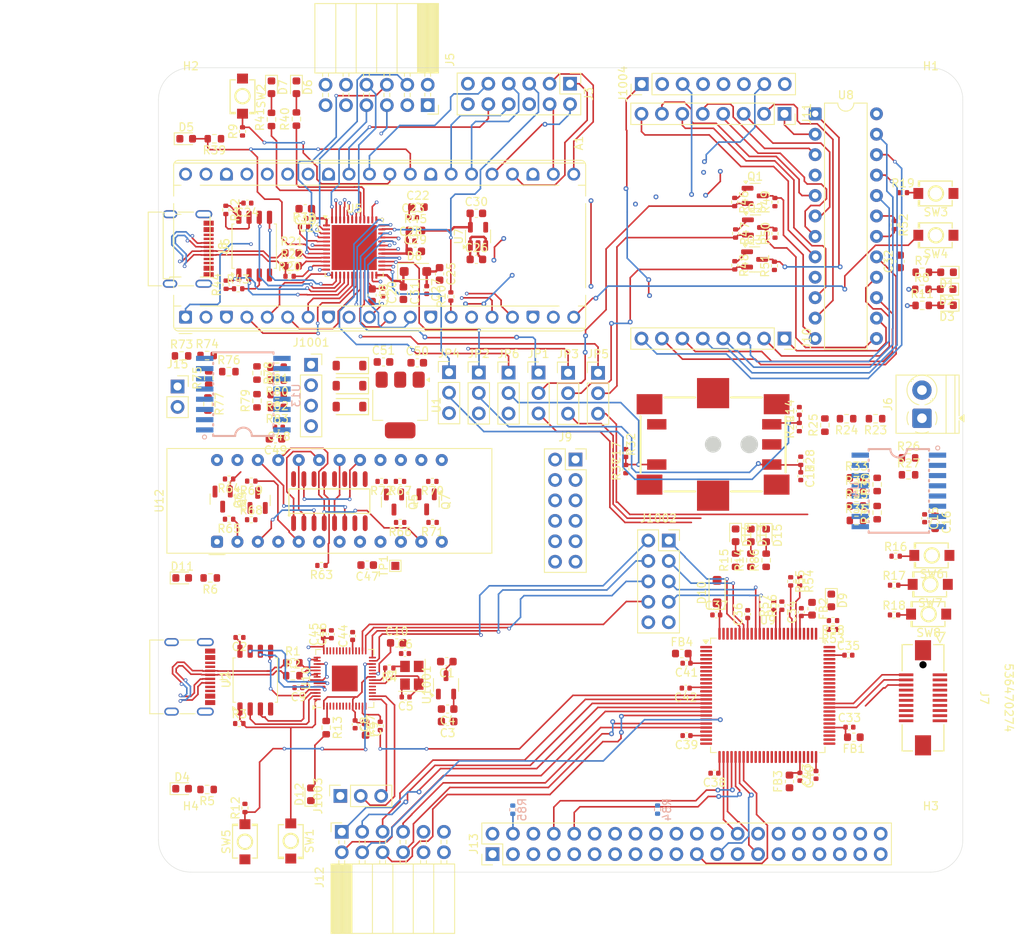
<source format=kicad_pcb>
(kicad_pcb (version 20241229) (generator "pcbnew") (generator_version "9.0")
  (layers (0 "F.Cu" signal) (4 "In1.Cu" signal) (6 "In2.Cu" signal) (2 "B.Cu" signal) (13 "F.Paste" user) (15 "B.Paste" user) (5 "F.SilkS" user "F.Silkscreen") (7 "B.SilkS" user "B.Silkscreen") (1 "F.Mask" user) (3 "B.Mask" user) (25 "Edge.Cuts" user))
  (net 0 "")
  (net 1 "/ENCODER_A")
  (net 2 "/ENCODER_B")
  (net 3 "/ENCODER_BTN")
  (net 4 "/LED1")
  (net 5 "+3.3V")
  (net 6 "GND")
  (net 7 "Net-(D13-A)")
  (net 8 "Net-(A1-GPIO10)")
  (net 9 "Net-(D2-A)")
  (net 10 "Net-(D3-A)")
  (net 11 "+1V2")
  (net 12 "/ICE_SPI_MISO")
  (net 13 "/ICE_SPI_SCK")
  (net 14 "/ICE_SPI_MOSI")
  (net 15 "/ICE_SPI_SS")
  (net 16 "/ICE_nRST")
  (net 17 "/ICE_CDONE")
  (net 18 "/RPI_ICE0")
  (net 19 "/RPI_ICE1")
  (net 20 "/RPI_ICE2")
  (net 21 "/RPI_ICE6")
  (net 22 "/RPI_ICE4")
  (net 23 "/RPI_ICE5")
  (net 24 "/RPI_ICE3")
  (net 25 "/CPLD_B5_PR9B")
  (net 26 "Net-(A1-RUN)")
  (net 27 "/CPLD_B3_PT9B")
  (net 28 "/CPLD_B6_PR9C")
  (net 29 "/IOB_2a")
  (net 30 "/CPLD_B0_PT10A")
  (net 32 "/CPLD_B1_PT10B")
  (net 33 "+5V")
  (net 34 "Net-(D6-A)")
  (net 35 "/ICE_USB_N")
  (net 36 "/ICE_USB_P")
  (net 37 "/RPI_ICE7")
  (net 38 "/IOB_0a")
  (net 39 "/ICE_BTN")
  (net 40 "/ice40-for-gpio/ICE_SPI_IO3")
  (net 41 "/ice40-for-gpio/ICE_SPI_IO2")
  (net 42 "/CPLD_B4_PR9A")
  (net 43 "/CPLD_B7_PR9D")
  (net 44 "/CPLD_B2_PT9A")
  (net 45 "/IOT_48b")
  (net 46 "/IOT_39a")
  (net 47 "/ice40-for-gpio/ICE_LED2")
  (net 48 "/ice40-for-gpio/ICE_LED1")
  (net 49 "/IOT_44b")
  (net 50 "/IOT_38b")
  (net 51 "/IOT_36b")
  (net 52 "/IOT_45a_G1")
  (net 53 "/PB15A")
  (net 54 "/PB11B{slash}PCLKC2_1")
  (net 55 "/lcmxo2-cpld-block/PT17D{slash}DONE")
  (net 56 "/lcmxo2-cpld-block/PL9A{slash}PCLKT3_0")
  (net 57 "/lcmxo2-cpld-block/PL9B{slash}PCLKC3_0")
  (net 58 "/lcmxo2-cpld-block/PT17C{slash}INITN")
  (net 59 "/PB15B")
  (net 60 "/lcmxo2-cpld-block/PT15C{slash}JTAGENB")
  (net 61 "/lcmxo2-cpld-block/PT15D{slash}PROGRAMN")
  (net 62 "/IOB_5b")
  (net 63 "/IOB_8a")
  (net 64 "/IOB_6a")
  (net 65 "/lcmxo2-cpld-block/PL8B")
  (net 66 "/lcmxo2-cpld-block/PL8D")
  (net 67 "/lcmxo2-cpld-block/PL5C")
  (net 68 "/lcmxo2-cpld-block/PL8A")
  (net 69 "/lcmxo2-cpld-block/PL5D")
  (net 70 "/lcmxo2-cpld-block/PL8C")
  (net 71 "/lcmxo2-cpld-block/PR2B")
  (net 72 "/lcmxo2-cpld-block/PR5D{slash}PCLKC1_0")
  (net 73 "/lcmxo2-cpld-block/PB6B")
  (net 74 "/lcmxo2-cpld-block/PT12B{slash}PCLKC0_1")
  (net 75 "VBUS1")
  (net 77 "/IOB_20a")
  (net 78 "Net-(D1-A)")
  (net 81 "/lcmxo2-cpld-block/PR3B")
  (net 82 "/lcmxo2-cpld-block/PR2A")
  (net 83 "/lcmxo2-cpld-block/PL3B{slash}PCLKC3_2")
  (net 84 "/lcmxo2-cpld-block/PR5A")
  (net 85 "/lcmxo2-cpld-block/PT15A")
  (net 86 "/lcmxo2-cpld-block/PB4D")
  (net 87 "/lcmxo2-cpld-block/PR5C{slash}PCLKT1_0")
  (net 88 "/lcmxo2-cpld-block/PR4A")
  (net 89 "/lcmxo2-cpld-block/PR4B")
  (net 90 "/lcmxo2-cpld-block/PT16C")
  (net 91 "/lcmxo2-cpld-block/PR3A")
  (net 92 "/lcmxo2-cpld-block/PB6A")
  (net 93 "/lcmxo2-cpld-block/PR4D")
  (net 94 "/lcmxo2-cpld-block/PT12A{slash}PCLKT0_1")
  (net 95 "/lcmxo2-cpld-block/PT15B")
  (net 96 "/lcmxo2-cpld-block/PR5B")
  (net 97 "/lcmxo2-cpld-block/PR4C")
  (net 98 "/ICE_CLOCK")
  (net 99 "/PB18C")
  (net 100 "/PB18D")
  (net 101 "/PB18A")
  (net 102 "/PB18B")
  (net 103 "Net-(D14-A)")
  (net 104 "/CPLDK_SCK")
  (net 105 "/CPLD_MOSI")
  (net 106 "/CPLD_SCL")
  (net 107 "/CPLD_SPI_CS")
  (net 108 "/CPLD_SPI_MCS")
  (net 109 "/CPLD_SDA")
  (net 110 "/CPLD_MISO")
  (net 111 "/GPIO16_SPI0_RX")
  (net 112 "/GPIO20_I2C0_SDA")
  (net 113 "/GPIO27_ADC1")
  (net 114 "/GPIO17_SPI0_CSn")
  (net 115 "/GPIO18_SPI0_SCK")
  (net 116 "/GPIO21_I2C0_SCL")
  (net 117 "/GPIO26_ADC0")
  (net 118 "/GPIO19_SPI0_TX")
  (net 119 "/PR10C")
  (net 120 "/PR8A")
  (net 121 "/PB11A{slash}PCLKT2_1")
  (net 122 "/CPLD_CLOCK")
  (net 123 "/PB9A{slash}PCLKT2_0")
  (net 124 "/PR8D")
  (net 125 "/PR10D")
  (net 126 "/PL4A")
  (net 127 "/PR8C")
  (net 128 "/PL4B")
  (net 129 "/PB11C")
  (net 130 "/PB11D")
  (net 131 "/PB9B{slash}PCLKC2_0")
  (net 132 "/MATRIX_SPI_SCK")
  (net 133 "/MATRIX_SPI_MOSI")
  (net 134 "/MATRIX_SPI_nCS")
  (net 135 "VBUS2")
  (net 136 "VBUS3")
  (net 137 "/jtag-prog/XIN")
  (net 138 "Net-(C6-Pad1)")
  (net 139 "+1V")
  (net 140 "Net-(D4-A)")
  (net 141 "Net-(D11-A)")
  (net 142 "/jtag-prog/D+")
  (net 144 "Net-(J10-Pin_2)")
  (net 145 "Net-(J10-Pin_1)")
  (net 146 "Net-(J10-Pin_3)")
  (net 147 "Net-(J10-Pin_6)")
  (net 148 "Net-(J10-Pin_8)")
  (net 149 "Net-(J10-Pin_4)")
  (net 150 "Net-(J10-Pin_7)")
  (net 151 "Net-(J10-Pin_5)")
  (net 152 "/jtag-prog/D-")
  (net 154 "/jtag-prog/USB_N")
  (net 155 "/jtag-prog/USB_P")
  (net 156 "/jtag-prog/QSPI_SS")
  (net 157 "/jtag-prog/XOUT")
  (net 158 "/jtag-prog/LED1")
  (net 159 "/jtag-prog/QSPI_SD2")
  (net 160 "Net-(D15-A)")
  (net 161 "Net-(J13-5V-Pad2)")
  (net 162 "Net-(J13-3V3-Pad1)")
  (net 163 "/lcmxo2-cpld-block/PL3C")
  (net 164 "Net-(Q1-D)")
  (net 165 "Net-(Q2-D)")
  (net 166 "Net-(Q3-D)")
  (net 167 "/jtag-prog/QSPI_SCLK")
  (net 168 "/jtag-prog/QSPI_SD0")
  (net 169 "/jtag-prog/QSPI_SD3")
  (net 170 "/jtag-prog/QSPI_SD1")
  (net 177 "/jtag-prog/DBG_TX")
  (net 178 "Net-(U10-RUN)")
  (net 180 "/jtag-prog/DBG_RX")
  (net 185 "/jtag-prog/TRST")
  (net 193 "/jtag-prog/SWD")
  (net 194 "/jtag-prog/RST")
  (net 196 "/lcmxo2-cpld-block/PL3D")
  (net 197 "/jtag-prog/SWCLK")
  (net 198 "/lcmxo2-cpld-block/VCCIO1")
  (net 199 "/lcmxo2-cpld-block/VCCIO0")
  (net 200 "/lcmxo2-cpld-block/VCC")
  (net 201 "/lcmxo2-cpld-block/VCCIO2")
  (net 202 "/lcmxo2-cpld-block/VCCIO3")
  (net 203 "/PT11C{slash}TCK")
  (net 204 "/PT10D{slash}TDI")
  (net 205 "/PT11D{slash}TMS")
  (net 206 "/PT10C{slash}TDO")
  (net 208 "/PL10C")
  (net 209 "/PL10D")
  (net 210 "Net-(D7-A)")
  (net 211 "/IOB_4a")
  (net 212 "Net-(D8-K)")
  (net 213 "/IOB_3b_G6")
  (net 214 "/IOT_51a")
  (net 215 "/IOB_13b")
  (net 216 "/IOB_22a")
  (net 217 "Net-(U5D-VCCPLL)")
  (net 219 "Net-(J6-Pin_1)")
  (net 225 "Net-(J11-Pin_3)")
  (net 226 "Net-(J11-Pin_4)")
  (net 227 "Net-(J11-Pin_8)")
  (net 228 "Net-(J11-Pin_1)")
  (net 229 "Net-(J11-Pin_6)")
  (net 230 "Net-(J11-Pin_2)")
  (net 231 "Net-(J11-Pin_7)")
  (net 232 "Net-(J11-Pin_5)")
  (net 233 "Net-(R24-Pad2)")
  (net 234 "Net-(U4-VIN+)")
  (net 235 "Net-(U4-VIN-)")
  (net 236 "Net-(U4-MCLKIN+)")
  (net 237 "Net-(U4-MCLKIN−)")
  (net 238 "Net-(U4-MDAT-)")
  (net 239 "Net-(U4-MDAT+)")
  (net 246 "Net-(U8-ISET)")
  (net 249 "/IOT_43a")
  (net 250 "/IOB_23b")
  (net 251 "/IOT_50b")
  (net 252 "/IOT_37a")
  (net 257 "/lcmxo2-cpld-block/PL2D{slash}L_GPLLC_IN")
  (net 258 "/lcmxo2-cpld-block/PL2C{slash}L_GPLLT_IN")
  (net 259 "/lcmxo2-cpld-block/PL3A{slash}PCLKT3_2")
  (net 260 "/jtag-prog/CLK")
  (net 262 "Net-(U10-GPIO10)")
  (net 263 "Net-(R23-Pad2)")
  (net 264 "+3.3V_JTAG")
  (net 265 "/D+")
  (net 267 "/D-")
  (net 273 "/displays/7SEG_D1")
  (net 274 "Net-(Q4-D)")
  (net 275 "Net-(Q5-D)")
  (net 276 "/displays/7SEG_D3")
  (net 277 "Net-(Q6-D)")
  (net 278 "/displays/7SEG_D2")
  (net 279 "Net-(Q7-D)")
  (net 280 "/displays/7SEG_D4")
  (net 281 "/displays/SHIFT_REG_OE")
  (net 282 "Net-(U12-D1)")
  (net 283 "Net-(U12-D3)")
  (net 284 "Net-(U12-D2)")
  (net 285 "Net-(U12-D4)")
  (net 286 "Net-(U11-Q7S)")
  (net 287 "/displays/7SEG_G")
  (net 288 "/displays/7SEG_A")
  (net 289 "/displays/7SEG_B")
  (net 290 "/displays/SHIFT_REG_CLK")
  (net 291 "/displays/7SEG_F")
  (net 292 "/displays/7SEG_C")
  (net 293 "/displays/7SEG_E")
  (net 294 "/displays/7SEG_D")
  (net 295 "/displays/SHIFT_REG_nMCLR")
  (net 296 "/displays/SHIFT_REG_DATA")
  (net 298 "/displays/SHIFT_REG_STCLK")
  (net 311 "Net-(J15-Pin_1)")
  (net 312 "Net-(R73-Pad2)")
  (net 313 "Net-(R74-Pad2)")
  (net 314 "Net-(U13-VIN+)")
  (net 315 "Net-(U13-VIN-)")
  (net 316 "Net-(U13-MCLKIN+)")
  (net 317 "Net-(U13-MCLKIN−)")
  (net 318 "Net-(U13-MDAT+)")
  (net 319 "Net-(U13-MDAT-)")
  (net 320 "Net-(J1001-Pin_1)")
  (net 321 "Net-(J1001-Pin_2)")
  (net 322 "Net-(J1001-Pin_3)")
  (net 323 "Net-(J1001-Pin_4)")
  (net 327 "/TMS")
  (net 328 "/TDI")
  (net 329 "/TCK")
  (net 330 "/TDO")
  (net 331 "Net-(D12-A)")
  (net 332 "/jtag-prog/LED2")
  (footprint "Resistor_SMD:R_0402_1005Metric" (layer "F.Cu") (at 185.205 54.72 -90)
    (property "Reference" "R48")
    (property "Value" "10k")
  )
  (footprint "Resistor_SMD:R_0603_1608Metric" (layer "F.Cu") (at 185.305 91.385 90)
    (property "Reference" "R15")
    (property "Value" "1.2K")
  )
  (footprint "Package_QFP:TQFP-100_14x14mm_P0.5mm" (layer "F.Cu") (at 189.305 108.185)
    (property "Reference" "U9")
    (property "Value" "LCMXO2-1200HC-4TG100I")
  )
  (footprint "Capacitor_SMD:C_0402_1005Metric" (layer "F.Cu") (at 135.055 100.585 90)
    (property "Reference" "C46")
    (property "Value" "100n")
  )
  (footprint "EasyEDA_Lib:SW-SMD_L3.9-W3.0-P4.45" (layer "F.Cu") (at 130.005 126.285 -90)
    (property "Reference" "SW1")
    (property "Value" "BOOT")
  )
  (footprint "Resistor_SMD:R_0402_1005Metric" (layer "F.Cu") (at 129.855 56.085)
    (property "Reference" "R20")
    (property "Value" "1.5K")
  )
  (footprint "Diode_SMD:D_SOD-123F" (layer "F.Cu") (at 183.005 95.285 90)
    (property "Reference" "D10")
    (property "Value" "SM4007")
  )
  (footprint "EasyEDA_Lib:SW-SMD_L3.9-W3.0-P4.45" (layer "F.Cu") (at 209.705 90.785 180)
    (property "Reference" "SW6")
    (property "Value" "BTN")
  )
  (footprint "Capacitor_SMD:C_0402_1005Metric" (layer "F.Cu") (at 145.205 48.785)
    (property "Reference" "C23")
    (property "Value" "100n")
  )
  (footprint "TerminalBlock_Phoenix:TerminalBlock_Phoenix_PT-1,5-2-3.5-H_1x02_P3.50mm_Horizontal" (layer "F.Cu") (at 208.4725 73.735 90)
    (property "Reference" "J6")
    (property "Value" "Conn_01x02")
  )
  (footprint "Resistor_SMD:R_0402_1005Metric" (layer "F.Cu") (at 197.405 99.985 180)
    (property "Reference" "R53")
    (property "Value" "10k")
  )
  (footprint "Resistor_SMD:R_0603_1608Metric" (layer "F.Cu") (at 196.405 74.585 90)
    (property "Reference" "R25")
    (property "Value" "1.2K")
  )
  (footprint "Resistor_SMD:R_0402_1005Metric" (layer "F.Cu") (at 190.1925 46.86 90)
    (property "Reference" "R49")
    (property "Value" "10k")
  )
  (footprint "Resistor_SMD:R_0402_1005Metric" (layer "F.Cu") (at 192.155 94.01 -90)
    (property "Reference" "R55")
    (property "Value" "10k")
  )
  (footprint "LED_SMD:LED_0603_1608Metric" (layer "F.Cu") (at 185.305 88.285 -90)
    (property "Reference" "D14")
    (property "Value" "RED")
  )
  (footprint "KiCadLocal:LTC-3743KD" (layer "F.Cu") (at 125.915 89.085 90)
    (property "Reference" "U12")
    (property "Value" "LTC-3743KD")
  )
  (footprint "Capacitor_SMD:C_0603_1608Metric" (layer "F.Cu") (at 144.005 58.185 -90)
    (property "Reference" "C31")
    (property "Value" "10uF")
  )
  (footprint "Resistor_SMD:R_0603_1608Metric" (layer "F.Cu") (at 206.805 80.765)
    (property "Reference" "R27")
    (property "Value" "1.2K")
  )
  (footprint "LED_SMD:LED_0603_1608Metric" (layer "F.Cu") (at 211.5925 55.585 180)
    (property "Reference" "D1")
    (property "Value" "RED")
  )
  (footprint "Resistor_SMD:R_0603_1608Metric" (layer "F.Cu") (at 199.105 73.785 180)
    (property "Reference" "R24")
    (property "Value" "1.2K")
  )
  (footprint "Resistor_SMD:R_0402_1005Metric" (layer "F.Cu") (at 121.93 47.83 -90)
    (property "Reference" "R42")
    (property "Value" "10k")
  )
  (footprint "Resistor_SMD:R_0402_1005Metric" (layer "F.Cu") (at 205.03 49.71 -90)
    (property "Reference" "R52")
    (property "Value" "9.53k")
  )
  (footprint "Package_TO_SOT_SMD:SOT-23" (layer "F.Cu") (at 187.7725 50.015)
    (property "Reference" "Q2")
    (property "Value" "2N7002K")
  )
  (footprint "Capacitor_SMD:C_0402_1005Metric" (layer "F.Cu") (at 171.655 78.055 90)
    (property "Reference" "C17")
    (property "Value" "10n")
  )
  (footprint "Resistor_SMD:R_0402_1005Metric" (layer "F.Cu") (at 193.405 79.025 -90)
    (property "Reference" "R28")
    (property "Value" "10k")
  )
  (footprint "Capacitor_SMD:C_0402_1005Metric" (layer "F.Cu") (at 195.305 118.065 90)
    (property "Reference" "C43")
    (property "Value" "100n")
  )
  (footprint "Resistor_SMD:R_0603_1608Metric" (layer "F.Cu") (at 128.305 72.385 180)
    (property "Reference" "R83")
    (property "Value" "100R")
  )
  (footprint "LED_SMD:LED_0603_1608Metric" (layer "F.Cu") (at 211.5925 59.685 180)
    (property "Reference" "D3")
    (property "Value" "RED")
  )
  (footprint "Resistor_SMD:R_0603_1608Metric" (layer "F.Cu") (at 206.805 78.665)
    (property "Reference" "R26")
    (property "Value" "1.2K")
  )
  (footprint "LED_SMD:LED_0603_1608Metric" (layer "F.Cu") (at 187.205 88.2975 -90)
    (property "Reference" "D13")
    (property "Value" "RED")
  )
  (footprint "EasyEDA_Lib:RES-ADJ-SMD_PEC11S-9213K-S0015" (layer "F.Cu") (at 182.505 76.985 90)
    (property "Reference" "R32")
    (property "Value" "PEC11S-9213K-S0015")
    (fp_poly (pts (xy 1.020064 -0.100468) (xy 0.980864 -0.297542) (xy 0.903969 -0.483182) (xy 0.792336 -0.650253) (xy 0.650253 -0.792336) (xy 0.483182 -0.903969) (xy 0.297542 -0.980864) (xy 0.100468 -1.020064) (xy -0.100468 -1.020064) (xy -0.297542 -0.980864) (xy -0.483182 -0.903969) (xy -0.650253 -0.792336) (xy -0.792336 -0.650253) (xy -0.903969 -0.483182) (xy -0.980864 -0.297542) (xy -1.020064 -0.100468) (xy -1.020064 0.100468) (xy -0.980864 0.297542) (xy -0.903969 0.483182) (xy -0.792336 0.650253) (xy -0.650253 0.792336) (xy -0.483182 0.903969) (xy -0.297542 0.980864) (xy -0.100468 1.020064) (xy 0.100468 1.020064) (xy 0.297542 0.980864) (xy 0.483182 0.903969) (xy 0.650253 0.792336) (xy 0.792336 0.650253) (xy 0.903969 0.483182) (xy 0.980864 0.297542) (xy 1.020064 0.100468)) (fill yes) (layer "Edge.Cuts"))
    (fp_poly (pts (xy 1.096609 4.413695) (xy 1.069607 4.24321) (xy 1.016267 4.079048) (xy 0.937904 3.925252) (xy 0.836447 3.785607) (xy 0.714393 3.663553) (xy 0.574748 3.562096) (xy 0.420952 3.483733) (xy 0.25679 3.430393) (xy 0.086305 3.403391) (xy -0.086305 3.403391) (xy -0.25679 3.430393) (xy -0.420952 3.483733) (xy -0.574748 3.562096) (xy -0.714393 3.663553) (xy -0.836447 3.785607) (xy -0.937904 3.925252) (xy -1.016267 4.079048) (xy -1.069607 4.24321) (xy -1.096609 4.413695) (xy -1.096609 4.586305) (xy -1.069607 4.75679) (xy -1.016267 4.920952) (xy -0.937904 5.074748) (xy -0.836447 5.214393) (xy -0.714393 5.336447) (xy -0.574748 5.437904) (xy -0.420952 5.516267) (xy -0.25679 5.569607) (xy -0.086305 5.596609) (xy 0.086305 5.596609) (xy 0.25679 5.569607) (xy 0.420952 5.516267) (xy 0.574748 5.437904) (xy 0.714393 5.336447) (xy 0.836447 5.214393) (xy 0.937904 5.074748) (xy 1.016267 4.920952) (xy 1.069607 4.75679) (xy 1.096609 4.586305)) (fill yes) (layer "Edge.Cuts"))
  )
  (footprint "Capacitor_SMD:C_0402_1005Metric" (layer "F.Cu") (at 179.205 113.185 180)
    (property "Reference" "C39")
    (property "Value" "100n")
  )
  (footprint "Capacitor_SMD:C_0603_1608Metric" (layer "F.Cu") (at 140.105 58.435 -90)
    (property "Reference" "C18")
    (property "Value" "4.7uF")
  )
  (footprint "Resistor_SMD:R_0402_1005Metric" (layer "F.Cu") (at 190.13 54.785 90)
    (property "Reference" "R51")
    (property "Value" "10k")
  )
  (footprint "Resistor_SMD:R_0402_1005Metric" (layer "F.Cu") (at 142.255 104.785 180)
    (property "Reference" "R4")
    (property "Value" "1k")
  )
  (footprint "EasyEDA_Lib:SW-SMD_L3.9-W3.0-P4.45" (layer "F.Cu") (at 210.205 50.985 180)
    (property "Reference" "SW4")
    (property "Value" "ICE_RST")
  )
  (footprint "Capacitor_SMD:C_0603_1608Metric" (layer "F.Cu") (at 149.505 111.435 180)
    (property "Reference" "C3")
    (property "Value" "10uF")
  )
  (footprint "Capacitor_SMD:C_0402_1005Metric" (layer "F.Cu") (at 182.68 117.86 180)
    (property "Reference" "C38")
    (property "Value" "100n")
  )
  (footprint "Inductor_SMD:L_0603_1608Metric" (layer "F.Cu") (at 200.005 113.385 180)
    (property "Reference" "FB1")
    (property "Value" "600R@100Mhz")
  )
  (footprint "Resistor_SMD:R_0603_1608Metric" (layer "F.Cu") (at 119.805 68.735 90)
    (property "Reference" "R75")
    (property "Value" "1.2K")
  )
  (footprint "Resistor_SMD:R_0603_1608Metric" (layer "F.Cu") (at 202.905 81.965 90)
    (property "Reference" "R30")
    (property "Value" "100R")
  )
  (footprint "Resistor_SMD:R_0603_1608Metric" (layer "F.Cu") (at 130.255 104.135)
    (property "Reference" "R1")
    (property "Value" "27R")
  )
  (footprint "Package_TO_SOT_SMD:SOT-23-3" (layer "F.Cu") (at 149.305 106.885 90)
    (property "Reference" "U1001")
    (property "Value" "XC6206PxxxMR")
  )
  (footprint "Capacitor_SMD:C_0402_1005Metric" (layer "F.Cu") (at 193.405 80.935 -90)
    (property "Reference" "C13")
    (property "Value" "10n")
  )
  (footprint "Resistor_SMD:R_0402_1005Metric" (layer "F.Cu") (at 123.605 111.685)
    (property "Reference" "R3")
    (property "Value" "10k")
  )
  (footprint "Capacitor_SMD:C_0402_1005Metric" (layer "F.Cu") (at 141.455 58.085 -90)
    (property "Reference" "C20")
    (property "Value" "100n")
  )
  (footprint "Resistor_SMD:R_0402_1005Metric" (layer "F.Cu") (at 122.335 86.285 180)
    (property "Reference" "R65")
    (property "Value" "330R")
  )
  (footprint "Resistor_SMD:R_0603_1608Metric" (layer "F.Cu") (at 130.155 53.185)
    (property "Reference" "R21")
    (property "Value" "27R")
  )
  (footprint "LED_SMD:LED_0603_1608Metric" (layer "F.Cu") (at 127.605 32.585 -90)
    (property "Reference" "D7")
    (property "Value" "RED")
  )
  (footprint "Resistor_SMD:R_0603_1608Metric" (layer "F.Cu") (at 208.505 59.705)
    (property "Reference" "R11")
    (property "Value" "1.2K")
  )
  (footprint "Resistor_SMD:R_0603_1608Metric" (layer "F.Cu") (at 189.105 91.385 90)
    (property "Reference" "R86")
    (property "Value" "1.2K")
  )
  (footprint "Inductor_SMD:L_0603_1608Metric" (layer "F.Cu") (at 194.805 97.41 -90)
    (property "Reference" "FB2")
    (property "Value" "600R@100Mhz")
  )
  (footprint "Capacitor_SMD:C_0402_1005Metric" (layer "F.Cu") (at 208.805 86.165 -90)
    (property "Reference" "C15")
    (property "Value" "100n")
  )
  (footprint "Resistor_SMD:R_0603_1608Metric" (layer "F.Cu") (at 125.805 71.56 90)
    (property "Reference" "R79")
    (property "Value" "100R")
  )
  (footprint "Capacitor_SMD:C_0402_1005Metric" (layer "F.Cu") (at 138.005 111.785 -90)
    (property "Reference" "C8")
    (property "Value" "100n")
  )
  (footprint "Capacitor_SMD:C_0402_1005Metric" (layer "F.Cu") (at 137.6925 100.805 90)
    (property "Reference" "C44")
    (property "Value" "100n")
  )
  (footprint "Inductor_SMD:L_0603_1608Metric" (layer "F.Cu") (at 178.6175 102.985)
    (property "Reference" "FB4")
    (property "Value" "600R@100Mhz")
  )
  (footprint "PCM_JLCPCB:D_SOD-123" (layer "F.Cu") (at 137.305 69.685 180)
    (property "Reference" "D1004" (hide yes))
    (property "Value" "B5817W")
  )
  (footprint "Diode_SMD:D_SOD-123F" (layer "F.Cu") (at 145.505 55.485)
    (property "Reference" "D8")
    (property "Value" "SM4007")
  )
  (footprint "Capacitor_SMD:C_0603_1608Metric" (layer "F.Cu") (at 205.755 54.235 90)
    (property "Reference" "C32")
    (property "Value" "4.7uF")
  )
  (footprint "Module:RaspberryPi_Pico_Common_THT" (layer "F.Cu") (at 116.925 61.165 90)
    (property "Reference" "A1")
    (property "Value" "RaspberryPi_Pico")
  )
  (footprint "Resistor_SMD:R_0402_1005Metric" (layer "F.Cu") (at 147.635 86.685 180)
    (property "Reference" "R71")
    (property "Value" "330R")
  )
  (footprint "Connector_PinSocket_2.54mm:PinSocket_2x06_P2.54mm_Horizontal" (layer "F.Cu") (at 136.345 125.145 90)
    (property "Reference" "J12")
    (property "Value" "PMOD")
  )
  (footprint "Resistor_SMD:R_0603_1608Metric" (layer "F.Cu") (at 208.4575 57.705)
    (property "Reference" "R8")
    (property "Value" "1.2K")
  )
  (footprint "Capacitor_SMD:C_0603_1608Metric" (layer "F.Cu") (at 128.105 76.285 180)
    (property "Reference" "C49")
    (property "Value" "10uF")
  )
  (footprint "Capacitor_SMD:C_0402_1005Metric" (layer "F.Cu") (at 144.285 108.385 180)
    (property "Reference" "C5")
    (property "Value" "10pF")
  )
  (footprint "Resistor_SMD:R_0402_1005Metric" (layer "F.Cu") (at 133.82 92.035 180)
    (property "Reference" "R63")
    (property "Value" "10k")
  )
  (footprint "Resistor_SMD:R_0402_1005Metric" (layer "F.Cu") (at 185.1925 46.85 -90)
    (property "Reference" "R46")
    (property "Value" "10k")
  )
  (footprint "Capacitor_SMD:C_0402_1005Metric" (layer "F.Cu") (at 193.305 118.305 -90)
    (property "Reference" "C40")
    (property "Value" "100n")
  )
  (footprint "Package_DFN_QFN:QFN-56-1EP_7x7mm_P0.4mm_EP3.2x3.2mm" (layer "F.Cu") (at 136.7175 106.085 90)
    (property "Reference" "U10")
    (property "Value" "RP2040")
  )
  (footprint "Connector_USB:USB_C_Receptacle_G-Switch_GT-USB-7010ASV" (layer "F.Cu") (at 116.2575 105.885 -90)
    (property "Reference" "J1")
    (property "Value" "USB_C_Receptacle_USB2.0_14P")
  )
  (footprint "Connector_USB:USB_C_Receptacle_G-Switch_GT-USB-7010ASV" (layer "F.Cu") (at 116.07 52.685 -90)
    (property "Reference" "J8")
    (property "Value" "USB_C_Receptacle_USB2.0_14P")
  )
  (footprint "Resistor_SMD:R_0603_1608Metric" (layer "F.Cu") (at 122.305 67.935)
    (property "Reference" "R76")
    (property "Value" "1.2K")
  )
  (footprint "Capacitor_SMD:C_0603_1608Metric" (layer "F.Cu") (at 149.405 103.985 180)
    (property "Reference" "C1")
    (property "Value" "10uF")
  )
  (footprint "Resistor_SMD:R_0603_1608Metric" (layer "F.Cu") (at 145.505 50.385)
    (property "Reference" "R45")
    (property "Value" "100R")
  )
  (footprint "Connector_PinHeader_2.54mm:PinHeader_1x03_P2.54mm_Vertical" (layer "F.Cu") (at 164.48 68.08)
    (property "Reference" "JP3")
    (property "Value" "Jumper")
  )
  (footprint "Capacitor_SMD:C_0603_1608Metric" (layer "F.Cu") (at 139.305 112.36 -90)
    (property "Reference" "C7")
    (property "Value" "4.7uF")
  )
  (footprint "Resistor_SMD:R_0402_1005Metric" (layer "F.Cu") (at 190.055 97.035 90)
    (property "Reference" "R57")
    (property "Value" "2.2k")
  )
  (footprint "Capacitor_SMD:C_0603_1608Metric" (layer "F.Cu") (at 145.805 47.485)
    (property "Reference" "C22")
    (property "Value" "4.7uF")
  )
  (footprint "Package_TO_SOT_SMD:SOT-23" (layer "F.Cu") (at 187.73 46.085)
    (property "Reference" "Q1")
    (property "Value" "2N7002K")
  )
  (footprint "Crystal:Crystal_SMD_3225-4Pin_3.2x2.5mm" (layer "F.Cu") (at 145.055 105.685 90)
    (property "Reference" "Y1")
    (property "Value" "12Mhz")
  )
  (footprint "Resistor_SMD:R_0603_1608Metric" (layer "F.Cu") (at 202.705 73.785 180)
    (property "Reference" "R23")
    (property "Value" "1.2K")
  )
  (footprint "Resistor_SMD:R_0603_1608Metric" (layer "F.Cu") (at 200.33 86.44)
    (property "Reference" "R36")
    (property "Value" "100R")
  )
  (footprint "Resistor_SMD:R_0402_1005Metric" (layer "F.Cu") (at 205.005 98.185)
    (property "Reference" "R18")
    (property "Value" "10k")
  )
  (footprint "Capacitor_SMD:C_0402_1005Metric" (layer "F.Cu") (at 144.205 102.985)
    (property "Reference" "C6")
    (property "Value" "10pF")
  )
  (footprint "EasyEDA_Lib:SW-SMD_L3.9-W3.0-P4.45" (layer "F.Cu") (at 209.505 94.385 180)
    (property "Reference" "SW7")
    (property "Value" "BTN")
  )
  (footprint "Resistor_SMD:R_0402_1005Metric" (layer "F.Cu") (at 122.335 81.285 180)
    (property "Reference" "R64")
    (property "Value" "10k")
  )
  (footprint "Resistor_SMD:R_0402_1005Metric" (layer "F.Cu") (at 193.23 74.83 90)
    (property "Reference" "R29")
    (property "Value" "10k")
  )
  (footprint "Capacitor_SMD:C_0603_1608Metric" (layer "F.Cu") (at 149.505 109.885 180)
    (property "Reference" "C4")
    (property "Value" "10uF")
  )
  (footprint "PCM_JLCPCB:D_SOD-123" (layer "F.Cu") (at 137.305 72.285 180)
    (property "Reference" "D1005" (hide yes))
    (property "Value" "B5817W")
  )
  (footprint "TestPoint:TestPoint_Pad_1.0x1.0mm" (layer "F.Cu") (at 143.005 92.085 90)
    (property "Reference" "TP1")
    (property "Value" "TestPoint")
  )
  (footprint "Connector_PinSocket_2.54mm:PinSocket_1x03_P2.54mm_Vertical" (layer "F.Cu") (at 136.165 120.685 90)
    (property "Reference" "J1003")
    (property "Value" "JTAG-LOG")
  )
  (footprint "Capacitor_SMD:C_0603_1608Metric" (layer "F.Cu") (at 148.505 55.785 -90)
    (property "Reference" "C25")
    (property "Value" "4.7uF")
  )
  (footprint "Connector_PinHeader_2.54mm:PinHeader_1x03_P2.54mm_Vertical" (layer "F.Cu") (at 153.38 68.045)
    (property "Reference" "JP2")
    (property "Value" "Jumper")
  )
  (footprint "Resistor_SMD:R_0402_1005Metric" (layer "F.Cu") (at 124.005 38.075 90)
    (property "Reference" "R9")
    (property "Value" "10k")
  )
  (footprint "Capacitor_SMD:C_0603_1608Metric" (layer "F.Cu") (at 153.08 53.985)
    (property "Reference" "C26")
    (property "Value" "4.7uF")
  )
  (footprint "LED_SMD:LED_0603_1608Metric" (layer "F.Cu") (at 116.4925 119.785)
    (property "Reference" "D4")
    (property "Value" "RED")
  )
  (footprint "Resistor_SMD:R_0603_1608Metric" (layer "F.Cu") (at 208.5175 55.585)
    (property "Reference" "R7")
    (property "Value" "1.2K")
  )
  (footprint "Package_DFN_QFN:QFN-48-1EP_7x7mm_P0.5mm_EP5.6x5.6mm" (layer "F.Cu") (at 137.89 52.5075)
    (property "Reference" "U5")
    (property "Value" "ICE40UP5K-SG48ITR")
  )
  (footprint "Connector_PinHeader_2.54mm:PinHeader_2x20_P2.54mm_Vertical" (layer "F.Cu") (at 155.085 127.925 90)
    (property "Reference" "J13")
    (property "Value" "Raspberry_Pi_2_3")
  )
  (footprint "Resistor_SMD:R_0402_1005Metric" (layer "F.Cu") (at 123.46 57.6325)
    (property "Reference" "R43")
    (property "Value" "10k")
  )
  (footprint "KiCadLocal:CON_536470274_MOL" (layer "F.Cu") (at 208.605 108.485 -90)
    (property "Reference" "J7")
    (property "Value" "TO-LCD")
  )
  (footprint "Resistor_SMD:R_0603_1608Metric" (layer "F.Cu") (at 119.705 71.96 -90)
    (property "Reference" "R77")
    (property "Value" "1.2K")
  )
  (footprint "Capacitor_SMD:C_0402_1005Metric" (layer "F.Cu") (at 132.405 48.885 180)
    (property "Reference" "C21")
    (property "Value" "100n")
  )
  (footprint "Connector_PinHeader_2.54mm:PinHeader_1x03_P2.54mm_Vertical" (layer "F.Cu") (at 157.08 68.06)
    (property "Reference" "JP6")
    (property "Value" "Jumper")
  )
  (footprint "MountingHole:MountingHole_3.2mm_M3" (layer "F.Cu") (at 117.5725 126.155)
    (property "Reference" "H4")
    (property "Value" "MountingHole")
  )
  (footprint "Capacitor_SMD:C_0603_1608Metric" (layer "F.Cu") (at 153.075 48.2575)
    (property "Reference" "C30")
    (property "Value" "4.7uF")
  )
  (footprint "Resistor_SMD:R_0603_1608Metric" (layer "F.Cu") (at 200.33 81.14)
    (property "Reference" "R33")
    (property "Value" "100R")
  )
  (footprint "LED_SMD:LED_0603_1608Metric" (layer "F.Cu") (at 130.705 32.585 -90)
    (property "Reference" "D6")
    (property "Value" "RED")
  )
  (footprint "LED_SMD:LED_0603_1608Metric" (layer "F.Cu") (at 117.005 38.985)
    (property "Reference" "D5")
    (property "Value" "RED")
  )
  (footprint "Resistor_SMD:R_0603_1608Metric" (layer "F.Cu") (at 202.905 85.465 90)
    (property "Reference" "R31")
    (property "Value" "100R")
  )
  (footprint "Package_TO_SOT_SMD:SOT-23" (layer "F.Cu") (at 187.6675 53.985)
    (property "Reference" "Q3")
    (property "Value" "2N7002K")
  )
  (footprint "Resistor_SMD:R_0603_1608Metric" (layer "F.Cu") (at 128.305 68.985 180)
    (property "Reference" "R80")
    (property "Value" "100R")
  )
  (footprint "EasyEDA_Lib:SW-SMD_L3.9-W3.0-P4.45" (layer "F.Cu") (at 210.205 45.785 180)
    (property "Reference" "SW3")
    (property "Value" "ICE_BTN")
  )
  (footprint "Resistor_SMD:R_0603_1608Metric" (layer "F.Cu") (at 127.605 36.585 90)
    (property "Reference" "R41")
    (property "Value" "1.2K")
  )
  (footprint "Resistor_SMD:R_0603_1608Metric" (layer "F.Cu") (at 128.305 70.785 180)
    (property "Reference" "R82")
    (property "Value" "100R")
  )
  (footprint "Connector_PinSocket_2.54mm:PinSocket_1x08_P2.54mm_Vertical" (layer "F.Cu") (at 191.385 63.825 -90)
    (property "Reference" "J10")
    (property "Value" "LEDX")
  )
  (footprint "Resistor_SMD:R_0603_1608Metric" (layer "F.Cu") (at 120.505 38.985 180)
    (property "Reference" "R39")
    (property "Value" "1.2K")
  )
  (footprint "Resistor_SMD:R_0603_1608Metric" (layer "F.Cu") (at 119.9925 93.585 180)
    (property "Reference" "R6")
    (property "Value" "1.2K")
  )
  (footprint "Package_SO:SOIC-8_5.3x5.3mm_P1.27mm" (layer "F.Cu") (at 125.5925 106.285 90)
    (property "Reference" "U2")
    (property "Value" "W25Q128JVS")
  )
  (footprint "Resistor_SMD:R_0402_1005Metric" (layer "F.Cu") (at 125.095 81.5475 180)
    (property "Reference" "R69")
    (property "Value" "330R")
  )
  (footprint "LED_SMD:LED_0603_1608Metric" (layer "F.Cu") (at 211.5425 57.685 180)
    (property "Reference" "D2")
    (property "Value" "RED")
  )
  (footprint "Connector_PinHeader_2.54mm:PinHeader_1x03_P2.54mm_Vertical" (layer "F.Cu") (at 149.68 68.01)
    (property "Reference" "JP4")
    (property "Value" "Jumper")
  )
  (footprint "Resistor_SMD:R_0402_1005Metric" (layer "F.Cu") (at 143.585 81.585 180)
    (property "Reference" "R67")
    (property "Value" "10k")
  )
  (footprint "Capacitor_SMD:C_0603_1608Metric" (layer "F.Cu") (at 139.505 91.985 180)
    (property "Reference" "C47")
    (property "Value" "4.7uF")
  )
  (footprint "EasyEDA_Lib:SW-SMD_L3.9-W3.0-P4.45" (layer "F.Cu") (at 209.305 98.085 180)
    (property "Reference" "SW8")
    (property "Value" "BTN")
  )
  (footprint "Capacitor_SMD:C_0402_1005Metric" (layer "F.Cu") (at 128.525 74.835 180)
    (property "Reference" "C48")
    (property "Value" "100n")
  )
  (footprint "Capacitor_SMD:C_0402_1005Metric" (layer "F.Cu") (at 199.325 103.185)
    (property "Reference" "C35")
    (property "Value" "100n")
  )
  (footprint "LED_SMD:LED_0603_1608Metric" (layer "F.Cu") (at 189.105 88.2975 -90)
    (property "Reference" "D15")
    (property "Value" "RED")
  )
  (footprint "Resistor_SMD:R_0603_1608Metric" (layer "F.Cu") (at 187.205 91.385 90)
    (property "Reference" "R14")
    (property "Value" "1.2K")
  )
  (footprint "Resistor_SMD:R_0402_1005Metric" (layer "F.Cu") (at 205.015 94.485)
    (property "Reference" "R17")
    (property "Value" "10k")
  )
  (footprint "Resistor_SMD:R_0402_1005Metric" (layer "F.Cu") (at 125.085 86.3475)
    (property "Reference" "R68")
    (property "Value" "10k")
  )
  (footprint "Package_TO_SOT_SMD:SOT-23" (layer "F.Cu") (at 146.895 84.1225 -90)
    (property "Reference" "Q7")
    (property "Value" "2N7002K")
  )
  (footprint "MountingHole:MountingHole_3.2mm_M3" (layer "F.Cu") (at 117.5725 34.155)
    (property "Reference" "H2")
    (property "Value" "MountingHole")
  )
  (footprint "Connector_PinSocket_2.54mm:PinSocket_1x04_P2.54mm_Vertical" (layer "F.Cu") (at 132.53 67.085)
    (property "Reference" "J1001")
    (property "Value" "DATA")
  )
  (footprint "Package_TO_SOT_SMD:SOT-23" (layer "F.Cu") (at 142.835 84.1475 -90)
    (property "Reference" "Q5")
    (property "Value" "2N7002K")
  )
  (footprint "LED_SMD:LED_0603_1608Metric" (layer "F.Cu") (at 116.505 93.585)
    (property "Reference" "D11")
    (property "Value" "RED")
  )
  (footprint "Resistor_SMD:R_0603_1608Metric" (layer "F.Cu") (at 130.155 54.785)
    (property "Reference" "R22")
    (property "Value" "27R")
  )
  (footprint "Capacitor_SMD:C_0402_1005Metric" (layer "F.Cu") (at 124.605 46.985 180)
    (property "Reference" "C24")
    (property "Value" "100n")
  )
  (footprint "Resistor_SMD:R_0603_1608Metric" (layer "F.Cu") (at 125.805 68.11 -90)
    (property "Reference" "R78")
    (property "Value" "100R")
  )
  (footprint "Connector_PinSocket_2.54mm:PinSocket_2x06_P2.54mm_Horizontal" (layer "F.Cu") (at 147.03 34.81 -90)
    (property "Reference" "J5")
    (property "Value" "PMOD")
  )
  (footprint "Resistor_SMD:R_0603_1608Metric" (layer "F.Cu") (at 130.255 105.735)
    (property "Reference" "R2")
    (property "Value" "27R")
  )
  (footprint "Capacitor_SMD:C_0603_1608Metric" (layer "F.Cu") (at 141.53 66.735)
    (property "Reference" "C51")
    (property "Value" "10uF")
  )
  (footprint "Package_TO_SOT_SMD:SOT-23" (layer "F.Cu") (at 121.535 83.785 -90)
    (property "Reference" "Q4")
    (property "Value" "2N7002K")
  )
  (footprint "Resistor_SMD:R_0603_1608Metric" (layer "F.Cu") (at 200.33 84.64)
    (property "Reference" "R35")
    (property "Value" "100R")
  )
  (footprint "Resistor_SMD:R_0402_1005Metric" (layer "F.Cu") (at 205.205 90.885)
    (property "Reference" "R16")
    (property "Value" "10k")
  )
  (footprint "Resistor_SMD:R_0402_1005Metric" (layer "F.Cu") (at 185.305 50.765 -90)
    (property "Reference" "R47")
    (property "Value" "10k")
  )
  (footprint "Inductor_SMD:L_0603_1608Metric" (layer "F.Cu") (at 192.005 118.885 90)
    (property "Reference" "FB3")
    (property "Value" "600R@100Mhz")
  )
  (footprint "Package_TO_SOT_SMD:SOT-23" (layer "F.Cu") (at 125.885 83.9475 90)
    (property "Reference" "Q6")
    (property "Value" "2N7002K")
  )
  (footprint "Package_DIP:DIP-24_W7.62mm" (layer "F.Cu") (at 195.2 35.885)
    (property "Reference" "U8")
    (property "Value" "MAX7221xNG")
  )
  (footprint "Package_TO_SOT_SMD:SOT-23-5" (layer "F.Cu") (at 153.285 51.125 90)
    (property "Reference" "U7")
    (property "Value" "LP5907MFX-1.2")
  )
  (footprint "Connector_PinHeader_2.54mm:PinHeader_1x03_P2.54mm_Vertical" (layer "F.Cu") (at 168.205 68.085)
    (property "Reference" "JP5")
    (property "Value" "Jumper")
  )
  (footprint "Capacitor_SMD:C_0402_1005Metric" (layer "F.Cu") (at 193.23 72.83 90)
    (property "Reference" "C14")
    (property "Value" "10n")
  )
  (footprint "Connector_PinHeader_2.54mm:PinHeader_1x03_P2.54mm_Vertical" (layer "F.Cu") (at 160.805 68.055)
    (property "Reference" "JP1")
    (property "Value" "Jumper")
  )
  (footprint "Capacitor_SMD:C_0402_1005Metric" (layer "F.Cu") (at 193.48 97.835 90)
    (property "Reference" "C34")
    (property "Value" "100n")
  )
  (footprint "Capacitor_SMD:C_0402_1005Metric" (layer "F.Cu") (at 123.625 100.985 180)
    (property "Reference" "C2")
    (property "Value" "100n")
  )
  (footprint "Package_TO_SOT_SMD:SOT-223-3_TabPin2" (layer "F.Cu") (at 143.605 72.085 -90)
    (property "Reference" "U1")
    (property "Value" "AMS1117-3.3")
  )
  (footprint "Capacitor_SMD:C_0402_1005Metric" (layer "F.Cu") (at 146.905 57.785 -90)
    (property "Reference" "C27")
    (property "Value" "100n")
  )
  (footprint "Capacitor_SMD:C_0402_1005Metric" (layer "F.Cu") (at 144.905 51.685)
    (property "Reference" "C28")
    (property "Value" "100n")
  )
  (footprint "Package_SO:SOIC-8_5.3x5.3mm_P1.27mm" (layer "F.Cu") (at 125.455 52.335 90)
    (property "Reference" "U6")
    (property "Value" "W25Q128JVS")
  )
  (footprint "Resistor_SMD:R_0603_1608Metric" (layer "F.Cu") (at 119.6025 119.885 180)
    (property "Reference" "R5")
    (property "Value" "1.2K")
  )
  (footprint "Connector_PinSocket_2.54mm:PinSocket_1x08_P2.54mm_Vertical" (layer "F.Cu") (at 191.385 35.885 -90)
    (property "Reference" "J11")
    (property "Value" "LEDY")
  )
  (footprint "Capacitor_SMD:C_0402_1005Metric" (layer "F.Cu") (at 130.955 107.235 180)
    (property "Reference" "C9")
    (property "Value" "100n")
  )
  (footprint "Capacitor_SMD:C_0402_1005Metric" (layer "F.Cu") (at 179.105 107.285 180)
    (property "Reference" "C42")
    (property "Value" "100n")
  )
  (footprint "Resistor_SMD:R_0402_1005Metric" (layer "F.Cu") (at 171.655 80.055 90)
    (property "Reference" "R37")
    (property "Value" "10k")
  )
  (footprint "Connector_PinSocket_2.54mm:PinSocket_2x06_P2.54mm_Vertical" (layer "F.Cu") (at 165.405 78.865)
    (property "Reference" "J9")
    (property "Value" "PMOD")
  )
  (footprint "Resistor_SMD:R_0402_1005Metric" (layer "F.Cu") (at 147.605 81.585 180)
    (property "Reference" "R70")
    (property "Value" "10k")
  )
  (footprint "Capacitor_SMD:C_0603_1608Metric" (layer "F.Cu") (at 131.805 47.685 180)
    (property "Reference" "C19")
    (property "Value" "4.7uF")
  )
  (footprint "Resistor_SMD:R_0402_1005Metric" (layer "F.Cu") (at 141.305 81.585 180)
    (property "Reference" "R72")
    (property "Value" "10k")
  )
  (footprint "MountingHole:MountingHole_3.2mm_M3" (layer "F.Cu") (at 209.5725 126.155)
    (property "Reference" "H3")
    (property "Value" "MountingHole")
  )
  (footprint "Connector_PinSocket_2.54mm:PinSocket_1x02_P2.54mm_Vertical" (layer "F.Cu") (at 115.93 69.785)
    (property "Reference" "J15")
    (property "Value" "Conn_01x02")
  )
  (footprint "Resistor_SMD:R_0402_1005Metric" (layer "F.Cu") (at 191.055 97.035 90)
    (property "Reference" "R56")
    (property "Value" "2.2k")
  )
  (footprint "Capacitor_SMD:C_0402_1005Metric" (layer "F.Cu") (at 199.455 112.135)
    (property "Reference" "C33")
    (property "Value" "100n")
  )
  (footprint "Resistor_SMD:R_0603_1608Metric" (layer "F.Cu") (at 128.305 67.385 180)
    (property "Reference" "R81")
    (property "Value" "100R")
  )
  (footprint "Resistor_SMD:R_0603_1608Metric" (layer "F.Cu") (at 119.605 65.935)
    (property "Reference" "R74")
    (property "Value" "1.2K")
  )
  (footprint "Resistor_SMD:R_0603_1608Metric" (layer "F.Cu") (at 130.705 36.535 90)
    (property "Reference" "R40")
    (property "Value" "1.2K")
  )
  (footprint "Resistor_SMD:R_0402_1005Metric" (layer "F.Cu") (at 193.28 94 -90)
    (property "Reference" "R54")
    (property "Value" "10k")
  )
  (footprint "MountingHole:MountingHole_3.2mm_M3" (layer "F.Cu") (at 209.5725 34.155)
    (property "Reference" "H1")
    (property "Value" "MountingHole")
  )
  (footprint "Resistor_SMD:R_0402_1005Metric" (layer "F.Cu") (at 206.105 45.685)
    (property "Reference" "R19")
    (property "Value" "10k")
  )
  (footprint "Resistor_SMD:R_0603_1608Metric" (layer "F.Cu") (at 116.43 65.985)
    (property "Reference" "R73")
    (property "Value" "1.2K")
  )
  (footprint "LED_SMD:LED_0603_1608Metric" (layer "F.Cu") (at 132.505 120.485 90)
    (property "Reference" "D12")
    (property "Value" "RED")
  )
  (footprint "Connector_PinHeader_2.54mm:PinHeader_2x06_P2.54mm_Vertical" (layer "F.Cu") (at 164.725 32.145 -90)
    (property "Reference" "J3")
    (property "Value" "RPI-TO-CPLD")
  )
  (footprint "Resistor_SMD:R_0402_1005Metric" (layer "F.Cu") (at 149.905 58.595 90)
    (property "Reference" "R10")
    (property "Value" "10R")
  )
  (footprint "Resistor_SMD:R_0402_1005Metric" (layer "F.Cu") (at 190.205 50.775 90)
    (property "Reference" "R50")
    (property "Value" "10k")
  )
  (footprint "PCM_JLCPCB:SOIC-16_L9.9-W3.9-P1.27-LS6.0-BL" (layer "F.Cu") (at 134.805 84.0375)
    (property "Reference" "U11" (hide yes))
    (property "Value" "74HC595D")
  )
  (footprint "Capacitor_SMD:C_0402_1005Metric" (layer "F.Cu") (at 186.805 98.085 90)
    (property "Reference" "C36")
    (property "Value" "100n")
  )
  (footprint "Resistor_SMD:R_0603_1608Metric" (layer "F.Cu") (at 134.405 112.195 -90)
    (property "Reference" "R13")
    (property "Value" "1.2K")
  )
  (footprint "Connector_PinSocket_2.54mm:PinSocket_2x05_P2.54mm_Vertical" (layer "F.Cu") (at 176.995 88.935)
    (property "Reference" "J1002")
    (property "Value" "JTAG JUMP")
  )
  (footprint "EasyEDA_Lib:SW-SMD_L3.9-W3.0-P4.45" (layer "F.Cu") (at 124.005 33.685 -90)
    (property "Reference" "SW2")
    (property "Value" "RUN")
  )
  (footprint "Resistor_SMD:R_0402_1005Metric" (layer "F.Cu") (at 197.415 98.885 180)
    (property "Reference" "R58")
    (property "Value" "10k")
  )
  (footprint "Connector_PinHeader_2.54mm:PinHeader_1x08_P2.54mm_Vertical" (layer "F.Cu") (at 173.64 32.185 90)
    (property "Reference" "J1004")
    (property "Value" "Conn_01x08")
  )
  (footprint "LED_SMD:LED_0603_1608Metric" (layer "F.Cu") (at 197.205 96.385 -90)
    (property "Reference" "D9")
    (property "Value" "RED")
  )
  (footprint "Capacitor_SMD:C_0402_1005Metric" (layer "F.Cu") (at 182.905 98.185)
    (property "Reference" "C37")
    (property "Value" "100n")
  )
  (footprint "Resistor_SMD:R_0402_1005Metric" (layer "F.Cu") (at 121.96 57.1325 90)
    (property "Reference" "R44")
    (property "Value" "10k")
  )
  (footprint "Resistor_SMD:R_0402_1005Metric" (layer "F.Cu") (at 143.605 86.685 180)
    (property "Reference" "R66")
    (property "Value" "330R")
  )
  (footprint "Capacitor_SMD:C_0603_1608Metric" (layer "F.Cu") (at 210.105 86.665 -90)
    (property "Reference" "C16")
    (property "Value" "10uF")
  )
  (footprint "PCM_JLCPCB:D_SOD-123" (layer "F.Cu") (at 137.305 67.185 180)
    (property "Reference" "D1003" (hide yes))
    (property "Value" "B5817W")
  )
  (footprint "EasyEDA_Lib:SW-SMD_L3.9-W3.0-P4.45" (layer "F.Cu") (at 124.305 126.385 90)
    (property "Reference" "SW5")
    (property "Value" "BOOT")
  )
  (footprint "Resistor_SMD:R_0603_1608Metric" (layer "F.Cu") (at 200.33 82.94)
    (property "Reference" "R34")
    (property "Value" "100R")
  )
  (footprint "Capacitor_SMD:C_0402_1005Metric" (layer "F.Cu") (at 134.055 100.585 90)
    (property "Reference" "C45")
    (property "Value" "100n")
  )
  (footprint "Capacitor_SMD:C_0603_1608Metric" (layer "F.Cu") (at 145.73 66.835)
    (property "Reference" "C50")
    (property "Value" "10uF")
  )
  (footprint "Capacitor_SMD:C_0402_1005Metric" (layer "F.Cu") (at 179.205 104.185 180)
    (property "Reference" "C41")
    (property "Value" "100n")
  )
  (footprint "Capacitor_SMD:C_0603_1608Metric" (layer "F.Cu") (at 143.18 101.66)
    (property "Reference" "C10")
    (property "Value" "4.7uF")
  )
  (footprint "Resistor_SMD:R_0402_1005Metric" (layer "F.Cu") (at 124.305 122.185 90)
    (property "Reference" "R12")
    (property "Value" "10k")
  )
  (footprint "Resistor_SMD:R_0402_1005Metric" (layer "F.Cu") (at 131.655 49.935)
    (property "Reference" "R38")
    (property "Value" "10k")
  )
  (footprint "Capacitor_SMD:C_0603_1608Metric" (layer "F.Cu") (at 145.48 52.985)
    (property "Reference" "C29")
    (property "Value" "4.7uF")
  )
  (footprint "Resistor_SMD:R_0402_1005Metric" (layer "F.Cu") (at 141.13 111.985 90)
    (property "Reference" "R87")
    (property "Value" "10R")
  )
  (footprint "Resistor_SMD:R_0402_1005Metric" (layer "B.Cu") (at 157.605 122.395 90)
    (property "Reference" "R85")
    (property "Value" "0R")
  )
  (footprint "Resistor_SMD:R_0402_1005Metric" (layer "B.Cu") (at 175.605 122.385 90)
    (property "Reference" "R84")
    (property "Value" "0R")
  )
  (footprint "EasyEDA_Lib:SO-16_L10.3-W7.5-P1.27-LS10.6-BL" (layer "B.Cu") (at 205.605 82.765 -90)
    (property "Reference" "U4")
    (property "Value" "ACPL-798J-500E")
  )
  (footprint "EasyEDA_Lib:SO-16_L10.3-W7.5-P1.27-LS10.6-BL" (layer "B.Cu") (at 124.105 70.735 90)
    (property "Reference" "U13")
    (property "Value" "ACPL-798J-500E")
  )
  (gr_arc (start 213.555 126.155) (mid 212.383427 128.983427) (end 209.555 130.155) (stroke (width 0.05)) (layer "Edge.Cuts"))
  (gr_line (start 113.555 34.155) (end 113.555 126.155) (stroke (width 0.05)) (layer "Edge.Cuts"))
  (gr_arc (start 117.555 130.155) (mid 114.726573 128.983427) (end 113.555 126.155) (stroke (width 0.05)) (layer "Edge.Cuts"))
  (gr_line (start 117.555 130.155) (end 209.555 130.155) (stroke (width 0.05)) (layer "Edge.Cuts"))
  (gr_line (start 209.555 30.155) (end 117.555 30.155) (stroke (width 0.05)) (layer "Edge.Cuts"))
  (gr_line (start 213.555 126.155) (end 213.555 34.155) (stroke (width 0.05)) (layer "Edge.Cuts"))
  (gr_arc (start 113.555 34.155) (mid 114.726573 31.326573) (end 117.555 30.155) (stroke (width 0.05)) (layer "Edge.Cuts"))
  (gr_arc (start 209.555 30.155) (mid 212.383427 31.326573) (end 213.555 34.155) (stroke (width 0.05)) (layer "Edge.Cuts"))
  (segment (start 188.13 79.36) (end 188.255 79.485) (width 0.2) (layer "F.Cu") (net 1))
  (segment (start 189.855 79.535) (end 189.805 79.485) (width 0.2) (layer "F.Cu") (net 1))
  (segment (start 193.405 80.455) (end 193.405 79.535) (width 0.2) (layer "F.Cu") (net 1))
  (segment (start 188.255 79.485) (end 189.805 79.485) (width 0.2) (layer "F.Cu") (net 1))
  (segment (start 193.405 79.535) (end 189.855 79.535) (width 0.2) (layer "F.Cu") (net 1))
  (via (at 188.13 79.36) (size 0.6) (drill 0.3) (layers "F.Cu" "B.Cu") (net 1))
  (segment (start 172.38 79.91) (end 172.38 76.06) (width 0.2) (layer "B.Cu") (net 1))
  (segment (start 157.09724 74.785) (end 153.38 71.06776) (width 0.2) (layer "B.Cu") (net 1))
  (segment (start 171.105 74.785) (end 157.09724 74.785) (width 0.2) (layer "B.Cu") (net 1))
  (segment (start 188.13 79.36) (end 187.03 80.46) (width 0.2) (layer "B.Cu") (net 1))
  (segment (start 172.38 76.06) (end 171.105 74.785) (width 0.2) (layer "B.Cu") (net 1))
  (segment (start 187.03 80.46) (end 172.93 80.46) (width 0.2) (layer "B.Cu") (net 1))
  (segment (start 153.38 71.06776) (end 153.38 70.585) (width 0.2) (layer "B.Cu") (net 1))
  (segment (start 172.93 80.46) (end 172.38 79.91) (width 0.2) (layer "B.Cu") (net 1))
  (segment (start 191.88 74.32) (end 189.97 74.32) (width 0.2) (layer "F.Cu") (net 2))
  (segment (start 189.97 74.32) (end 189.805 74.485) (width 0.2) (layer "F.Cu") (net 2))
  (segment (start 193.23 74.32) (end 193.23 73.31) (width 0.2) (layer "F.Cu") (net 2))
  (segment (start 193.23 74.32) (end 191.88 74.32) (width 0.2) (layer "F.Cu") (net 2))
  (via (at 191.88 74.32) (size 0.6) (drill 0.3) (layers "F.Cu" "B.Cu") (net 2))
  (segment (start 171.305 76.085) (end 171.305 79.835) (width 0.2) (layer "B.Cu") (net 2))
  (segment (start 154.005 75.385) (end 170.605 75.385) (width 0.2) (layer "B.Cu") (net 2))
  (segment (start 187.3675 81.3225) (end 191.88 76.81) (width 0.2) (layer "B.Cu") (net 2))
  (segment (start 171.305 79.835) (end 172.7925 81.3225) (width 0.2) (layer "B.Cu") (net 2))
  (segment (start 149.68 71.06) (end 154.005 75.385) (width 0.2) (layer "B.Cu") (net 2))
  (segment (start 149.68 70.55) (end 149.68 71.06) (width 0.2) (layer "B.Cu") (net 2))
  (segment (start 170.605 75.385) (end 171.305 76.085) (width 0.2) (layer "B.Cu") (net 2))
  (segment (start 172.7925 81.3225) (end 187.3675 81.3225) (width 0.2) (layer "B.Cu") (net 2))
  (segment (start 191.88 76.81) (end 191.88 74.32) (width 0.2) (layer "B.Cu") (net 2))
  (segment (start 171.715 79.485) (end 171.655 79.545) (width 0.2) (layer "F.Cu") (net 3))
  (segment (start 175.505 79.485) (end 173.255 79.485) (width 0.2) (layer "F.Cu") (net 3))
  (segment (start 171.655 79.545) (end 171.655 78.535) (width 0.2) (layer "F.Cu") (net 3))
  (segment (start 173.255 79.485) (end 171.715 79.485) (width 0.2) (layer "F.Cu") (net 3))
  (via (at 173.255 79.485) (size 0.6) (drill 0.3) (layers "F.Cu" "B.Cu") (net 3))
  (segment (start 158.265 71.785) (end 171.03 71.785) (width 0.2) (layer "B.Cu") (net 3))
  (segment (start 171.03 71.785) (end 173.255 74.01) (width 0.2) (layer "B.Cu") (net 3))
  (segment (start 157.08 70.6) (end 158.265 71.785) (width 0.2) (layer "B.Cu") (net 3))
  (segment (start 173.255 74.01) (end 173.255 79.485) (width 0.2) (layer "B.Cu") (net 3))
  (segment (start 167.33 46.685) (end 167.33 57.335) (width 0.2) (layer "F.Cu") (net 4))
  (segment (start 206.83 57.705) (end 207.6325 57.705) (width 0.2) (layer "F.Cu") (net 4))
  (via (at 167.33 57.335) (size 0.6) (drill 0.3) (layers "F.Cu" "B.Cu") (net 4))
  (via (at 206.83 57.705) (size 0.6) (drill 0.3) (layers "F.Cu" "B.Cu") (net 4))
  (via (at 167.33 46.685) (size 0.6) (drill 0.3) (layers "F.Cu" "B.Cu") (net 4))
  (segment (start 139.64 55.945) (end 139.64 56.87) (width 0.2) (layer "F.Cu") (net 5))
  (segment (start 123.655 46.985) (end 124.125 46.985) (width 0.2) (layer "F.Cu") (net 5))
  (segment (start 133.305 51.7575) (end 134.4525 51.7575) (width 0.2) (layer "F.Cu") (net 5))
  (segment (start 123.55 47.09) (end 123.655 46.985) (width 0.2) (layer "F.Cu") (net 5))
  (segment (start 132.885 47.99) (end 132.58 47.685) (width 0.3) (layer "F.Cu") (net 5))
  (segment (start 122.88 47.76) (end 122.88 48.0775) (width 0.2) (layer "F.Cu") (net 5))
  (segment (start 123.55 48.7475) (end 123.55 47.09) (width 0.2) (layer "F.Cu") (net 5))
  (segment (start 185.5875 46.34) (end 186.7925 45.135) (width 0.2) (layer "F.Cu") (net 5))
  (segment (start 132.885 48.885) (end 132.885 47.99) (width 0.3) (layer "F.Cu") (net 5))
  (segment (start 122.44 47.32) (end 122.88 47.76) (width 0.2) (layer "F.Cu") (net 5))
  (segment (start 185.555 54.21) (end 186.73 53.035) (width 0.2) (layer "F.Cu") (net 5))
  (segment (start 131.145 49.935) (end 131.145 50.825) (width 0.2) (layer "F.Cu") (net 5))
  (segment (start 122.95 57.6325) (end 121.97 57.6325) (width 0.2) (layer "F.Cu") (net 5))
  (segment (start 141.3275 52.7575) (end 143.28 52.7575) (width 0.2) (layer "F.Cu") (net 5))
  (segment (start 121.93 47.32) (end 122.44 47.32) (width 0.2) (layer "F.Cu") (net 5))
  (segment (start 143.2775 51.2575) (end 143.405 51.385) (width 0.2) (layer "F.Cu") (net 5))
  (segment (start 141.455 57.605) (end 140.16 57.605) (width 0.2) (layer "F.Cu") (net 5))
  (segment (start 146.905 57.305) (end 146.905 55.485) (width 0.3) (layer "F.Cu") (net 5))
  (segment (start 185.645 50.255) (end 186.835 49.065) (width 0.2) (layer "F.Cu") (net 5))
  (segment (start 121.97 57.6325) (end 121.96 57.6425) (width 0.2) (layer "F.Cu") (net 5))
  (segment (start 185.1925 46.34) (end 185.5875 46.34) (width 0.2) (layer "F.Cu") (net 5))
  (segment (start 134.4525 49.0825) (end 134.255 48.885) (width 0.3) (layer "F.Cu") (net 5))
  (segment (start 144.725 47.79) (end 145.03 47.485) (width 0.2) (layer "F.Cu") (net 5))
  (segment (start 140.16 57.605) (end 140.105 57.66) (width 0.2) (layer "F.Cu") (net 5))
  (segment (start 141.3275 51.2575) (end 143.2775 51.2575) (width 0.2) (layer "F.Cu") (net 5))
  (segment (start 134.255 48.885) (end 132.885 48.885) (width 0.3) (layer "F.Cu") (net 5))
  (segment (start 133.221556 51.674056) (end 133.305 51.7575) (width 0.2) (layer "F.Cu") (net 5))
  (segment (start 131.994056 51.674056) (end 133.221556 51.674056) (width 0.2) (layer "F.Cu") (net 5))
  (segment (start 139.64 56.87) (end 140.105 57.335) (width 0.2) (layer "F.Cu") (net 5))
  (segment (start 148.03 55.485) (end 148.505 55.01) (width 0.3) (layer "F.Cu") (net 5))
  (segment (start 185.205 54.21) (end 185.555 54.21) (width 0.2) (layer "F.Cu") (net 5))
  (segment (start 122.88 48.0775) (end 123.55 48.7475) (width 0.2) (layer "F.Cu") (net 5))
  (segment (start 144.725 48.785) (end 144.725 47.79) (width 0.2) (layer "F.Cu") (net 5))
  (segment (start 146.905 55.485) (end 148.03 55.485) (width 0.3) (layer "F.Cu") (net 5))
  (segment (start 140.105 57.335) (end 140.105 57.66) (width 0.2) (layer "F.Cu") (net 5))
  (segment (start 143.28 52.7575) (end 143.355 52.6825) (width 0.2) (layer "F.Cu") (net 5))
  (segment (start 134.4525 49.7575) (end 134.4525 49.0825) (width 0.3) (layer "F.Cu") (net 5))
  (segment (start 185.305 50.255) (end 185.645 50.255) (width 0.2) (layer "F.Cu") (net 5))
  (segment (start 131.145 50.825) (end 131.994056 51.674056) (width 0.2) (layer "F.Cu") (net 5))
  (via (at 143.355 52.6825) (size 0.45) (drill 0.25) (layers "F.Cu" "B.Cu") (net 5))
  (via (at 143.405 51.385) (size 0.45) (drill 0.25) (layers "F.Cu" "B.Cu") (net 5))
  (segment (start 153.285 52.2625) (end 153.285 53.415) (width 0.3) (layer "F.Cu") (net 6))
  (segment (start 143.805 108.385) (end 143.805 107.185) (width 0.2) (layer "F.Cu") (net 6))
  (segment (start 143.805 107.185) (end 144.205 106.785) (width 0.2) (layer "F.Cu") (net 6))
  (segment (start 153.285 53.415) (end 153.855 53.985) (width 0.3) (layer "F.Cu") (net 6))
  (segment (start 187.205 90.56) (end 187.205 89.085) (width 0.2) (layer "F.Cu") (net 7))
  (segment (start 149.905 59.105) (end 149.905 61.125) (width 0.2) (layer "F.Cu") (net 8))
  (segment (start 149.905 61.125) (end 149.945 61.165) (width 0.2) (layer "F.Cu") (net 8))
  (segment (start 210.735 57.705) (end 210.755 57.685) (width 0.2) (layer "F.Cu") (net 9))
  (segment (start 209.2825 57.705) (end 210.735 57.705) (width 0.2) (layer "F.Cu") (net 9))
  (segment (start 210.785 59.705) (end 210.805 59.685) (width 0.2) (layer "F.Cu") (net 10))
  (segment (start 209.33 59.705) (end 210.785 59.705) (width 0.2) (layer "F.Cu") (net 10))
  (segment (start 152.335 48.2925) (end 152.3 48.2575) (width 0.3) (layer "F.Cu") (net 11))
  (segment (start 150.3025 49.9875) (end 152.335 49.9875) (width 0.3) (layer "F.Cu") (net 11))
  (segment (start 146.33 50.385) (end 149.905 50.385) (width 0.3) (layer "F.Cu") (net 11))
  (segment (start 152.335 49.9875) (end 152.335 48.2925) (width 0.3) (layer "F.Cu") (net 11))
  (segment (start 149.905 50.385) (end 150.3025 49.9875) (width 0.3) (layer "F.Cu") (net 11))
  (segment (start 124.82 56.9) (end 124.855 56.935) (width 0.2) (layer "F.Cu") (net 12))
  (segment (start 132.056 58.386) (end 135.839 58.386) (width 0.2) (layer "F.Cu") (net 12))
  (segment (start 132.03 58.36) (end 132.056 58.386) (width 0.2) (layer "F.Cu") (net 12))
  (segment (start 130.88 58.36) (end 132.03 58.36) (width 0.2) (layer "F.Cu") (net 12))
  (segment (start 155.025 59.105) (end 154.68 58.76) (width 0.2) (layer "F.Cu") (net 12))
  (segment (start 154.68 58.76) (end 151.28 58.76) (width 0.2) (layer "F.Cu") (net 12))
  (segment (start 155.025 61.165) (end 155.025 59.105) (width 0.2) (layer "F.Cu") (net 12))
  (segment (start 151.28 58.76) (end 151.255 58.785) (width 0.2) (layer "F.Cu") (net 12))
  (segment (start 135.839 58.386) (end 137.14 57.085) (width 0.2) (layer "F.Cu") (net 12))
  (segment (start 137.14 57.085) (end 137.14 55.945) (width 0.2) (layer "F.Cu") (net 12))
  (segment (start 124.82 55.9225) (end 124.82 56.9) (width 0.2) (layer "F.Cu") (net 12))
  (via (at 130.88 58.36) (size 0.45) (drill 0.25) (layers "F.Cu" "B.Cu") (net 12))
  (via (at 151.255 58.785) (size 0.45) (drill 0.25) (layers "F.Cu" "B.Cu") (net 12))
  (via (at 124.855 56.935) (size 0.45) (drill 0.25) (layers "F.Cu" "B.Cu") (net 12))
  (segment (start 125.28 58.36) (end 124.755 57.835) (width 0.2) (layer "B.Cu") (net 12))
  (segment (start 124.755 57.035) (end 124.855 56.935) (width 0.2) (layer "B.Cu") (net 12))
  (segment (start 130.88 58.36) (end 125.28 58.36) (width 0.2) (layer "B.Cu") (net 12))
  (segment (start 124.755 57.835) (end 124.755 57.035) (width 0.2) (layer "B.Cu") (net 12))
  (segment (start 135.439 57.536) (end 136.14 56.835) (width 0.2) (layer "F.Cu") (net 13))
  (segment (start 126.155 49.885) (end 126.155 48.8125) (width 0.2) (layer "F.Cu") (net 13))
  (segment (start 132.508238 57.238238) (end 132.806 57.536) (width 0.2) (layer "F.Cu") (net 13))
  (segment (start 132.806 57.536) (end 135.439 57.536) (width 0.2) (layer "F.Cu") (net 13))
  (segment (start 132.508238 57.095141) (end 132.508238 57.238238) (width 0.2) (layer "F.Cu") (net 13))
  (segment (start 136.14 56.835) (end 136.14 55.945) (width 0.2) (layer "F.Cu") (net 13))
  (segment (start 126.155 48.8125) (end 126.09 48.7475) (width 0.2) (layer "F.Cu") (net 13))
  (via (at 132.508238 57.095141) (size 0.45) (drill 0.25) (layers "F.Cu" "B.Cu") (net 13))
  (via (at 126.155 49.885) (size 0.45) (drill 0.25) (layers "F.Cu" "B.Cu") (net 13))
  (segment (start 131.830994 57.029017) (end 131.825011 57.035) (width 0.2) (layer "B.Cu") (net 13))
  (segment (start 132.448097 57.035) (end 132.272731 57.035) (width 0.2) (layer "B.Cu") (net 13))
  (segment (start 132.266748 57.029017) (end 131.830994 57.029017) (width 0.2) (layer "B.Cu") (net 13))
  (segment (start 126.105 56.135) (end 126.105 49.935) (width 0.2) (layer "B.Cu") (net 13))
  (segment (start 131.43395 57.235) (end 127.205 57.235) (width 0.2) (layer "B.Cu") (net 13))
  (segment (start 132.508238 57.095141) (end 132.448097 57.035) (width 0.2) (layer "B.Cu") (net 13))
  (segment (start 131.825011 57.035) (end 131.63395 57.035) (width 0.2) (layer "B.Cu") (net 13))
  (segment (start 132.272731 57.035) (end 132.266748 57.029017) (width 0.2) (layer "B.Cu") (net 13))
  (segment (start 127.205 57.235) (end 126.105 56.135) (width 0.2) (layer "B.Cu") (net 13))
  (segment (start 131.63395 57.035) (end 131.43395 57.235) (width 0.2) (layer "B.Cu") (net 13))
  (segment (start 126.105 49.935) (end 126.155 49.885) (width 0.2) (layer "B.Cu") (net 13))
  (segment (start 133.73 57.011) (end 133.854 57.135) (width 0.2) (layer "F.Cu") (net 14))
  (segment (start 135.19 57.135) (end 135.64 56.685) (width 0.2) (layer "F.Cu") (net 14))
  (segment (start 127.36 50.34) (end 127.405 50.385) (width 0.2) (layer "F.Cu") (net 14))
  (segment (start 127.36 48.7475) (end 127.36 50.34) (width 0.2) (layer "F.Cu") (net 14))
  (segment (start 135.64 56.685) (end 135.64 55.945) (width 0.2) (layer "F.Cu") (net 14))
  (segment (start 133.854 57.135) (end 135.19 57.135) (width 0.2) (layer "F.Cu") (net 14))
  (via (at 133.73 57.011) (size 0.45) (drill 0.25) (layers "F.Cu" "B.Cu") (net 14))
  (via (at 127.405 50.385) (size 0.45) (drill 0.25) (layers "F.Cu" "B.Cu") (net 14))
  (segment (start 127.405 55.935) (end 127.405 50.385) (width 0.2) (layer "B.Cu") (net 14))
  (segment (start 132.723487 56.566513) (end 128.036513 56.566513) (width 0.2) (layer "B.Cu") (net 14))
  (segment (start 133.167974 57.011) (end 132.723487 56.566513) (width 0.2) (layer "B.Cu") (net 14))
  (segment (start 128.036513 56.566513) (end 127.405 55.935) (width 0.2) (layer "B.Cu") (net 14))
  (segment (start 133.73 57.011) (end 133.167974 57.011) (width 0.2) (layer "B.Cu") (net 14))
  (segment (start 136.64 56.9021) (end 136.64 55.945) (width 0.2) (layer "F.Cu") (net 15))
  (segment (start 156.155 59.755) (end 157.565 61.165) (width 0.2) (layer "F.Cu") (net 15))
  (segment (start 156.155 59.06) (end 155.33 58.235) (width 0.2) (layer "F.Cu") (net 15))
  (segment (start 132.091888 57.512) (end 132.091888 57.521888) (width 0.2) (layer "F.Cu") (net 15))
  (segment (start 135.5831 57.959) (end 136.64 56.9021) (width 0.2) (layer "F.Cu") (net 15))
  (segment (start 155.33 58.235) (end 151.88 58.235) (width 0.2) (layer "F.Cu") (net 15))
  (segment (start 132.048871 57.555017) (end 132.091888 57.512) (width 0.2) (layer "F.Cu") (net 15))
  (segment (start 156.155 59.06) (end 156.155 59.755) (width 0.2) (layer "F.Cu") (net 15))
  (segment (start 122.85 56.6225) (end 123.07125 56.40125) (width 0.2) (layer "F.Cu") (net 15))
  (segment (start 132.091888 57.521888) (end 132.529 57.959) (width 0.2) (layer "F.Cu") (net 15))
  (segment (start 123.55 55.9225) (end 123.07125 56.40125) (width 0.2) (layer "F.Cu") (net 15))
  (segment (start 121.96 56.6225) (end 122.85 56.6225) (width 0.2) (layer "F.Cu") (net 15))
  (segment (start 132.529 57.959) (end 135.5831 57.959) (width 0.2) (layer "F.Cu") (net 15))
  (via (at 132.048871 57.555017) (size 0.45) (drill 0.25) (layers "F.Cu" "B.Cu") (net 15))
  (via (at 151.88 58.235) (size 0.45) (drill 0.25) (layers "F.Cu" "B.Cu") (net 15))
  (via (at 123.07125 56.40125) (size 0.45) (drill 0.25) (layers "F.Cu" "B.Cu") (net 15))
  (segment (start 125.576938 56.913062) (end 124.948877 56.285) (width 0.2) (layer "B.Cu") (net 15))
  (segment (start 125.955 57.685) (end 125.576938 57.306938) (width 0.2) (layer "B.Cu") (net 15))
  (segment (start 123.1875 56.285) (end 123.07125 56.40125) (width 0.2) (layer "B.Cu") (net 15))
  (segment (start 125.576938 57.306938) (end 125.576938 56.913062) (width 0.2) (layer "B.Cu") (net 15))
  (segment (start 131.918888 57.685) (end 125.955 57.685) (width 0.2) (layer "B.Cu") (net 15))
  (segment (start 132.048871 57.555017) (end 131.918888 57.685) (width 0.2) (layer "B.Cu") (net 15))
  (segment (start 124.948877 56.285) (end 123.1875 56.285) (width 0.2) (layer "B.Cu") (net 15))
  (segment (start 134.4525 53.2575) (end 132.169964 53.2575) (width 0.2) (layer "F.Cu") (net 16))
  (segment (start 198.88 57.685) (end 198.88 56.04795) (width 0.2) (layer "F.Cu") (net 16))
  (segment (start 206.779 52.226) (end 208.02 50.985) (width 0.2) (layer "F.Cu") (net 16))
  (segment (start 132.055 50.245) (end 132.215 50.085) (width 0.2) (layer "F.Cu") (net 16))
  (segment (start 165.185 61.165) (end 167.54 58.81) (width 0.2) (layer "F.Cu") (net 16))
  (segment (start 198.88 56.04795) (end 202.70195 52.226) (width 0.2) (layer "F.Cu") (net 16))
  (segment (start 167.54 58.81) (end 167.93 58.81) (width 0.2) (layer "F.Cu") (net 16))
  (segment (start 132.169964 53.2575) (end 132.001232 53.088768) (width 0.2) (layer "F.Cu") (net 16))
  (segment (start 132.055 50.385) (end 132.055 50.245) (width 0.2) (layer "F.Cu") (net 16))
  (segment (start 202.70195 52.226) (end 206.779 52.226) (width 0.2) (layer "F.Cu") (net 16))
  (via (at 132.001232 53.088768) (size 0.45) (drill 0.25) (layers "F.Cu" "B.Cu") (net 16))
  (via (at 132.055 50.385) (size 0.45) (drill 0.25) (layers "F.Cu" "B.Cu") (net 16))
  (via (at 167.93 58.81) (size 0.6) (drill 0.3) (layers "F.Cu" "B.Cu") (net 16))
  (via (at 198.88 57.685) (size 0.6) (drill 0.3) (layers "F.Cu" "B.Cu") (net 16))
  (segment (start 167.93 58.81) (end 169.434 57.306) (width 0.2) (layer "B.Cu") (net 16))
  (segment (start 132.005 52.485) (end 132.005 50.435) (width 0.2) (layer "B.Cu") (net 16))
  (segment (start 132.001232 53.088768) (end 132.001232 52.488768) (width 0.2) (layer "B.Cu") (net 16))
  (segment (start 132.005 50.435) (end 132.055 50.385) (width 0.2) (layer "B.Cu") (net 16))
  (segment (start 169.434 57.306) (end 198.501 57.306) (width 0.2) (layer "B.Cu") (net 16))
  (segment (start 198.501 57.306) (end 198.88 57.685) (width 0.2) (layer "B.Cu") (net 16))
  (segment (start 132.001232 52.488768) (end 132.005 52.485) (width 0.2) (layer "B.Cu") (net 16))
  (segment (start 125.855 45.585) (end 125.855 41.285) (width 0.2) (layer "F.Cu") (net 17))
  (segment (start 129.63 52.11) (end 128.905 51.385) (width 0.2) (layer "F.Cu") (net 17))
  (segment (start 134.420056 52.725056) (end 132.395056 52.725056) (width 0.2) (layer "F.Cu") (net 17))
  (segment (start 125.055 40.285) (end 125.055 40.485) (width 0.2) (layer "F.Cu") (net 17))
  (segment (start 125.855 41.285) (end 125.105 40.535) (width 0.2) (layer "F.Cu") (net 17))
  (segment (start 128.5425 46.4975) (end 126.7675 46.4975) (width 0.2) (layer "F.Cu") (net 17))
  (segment (start 144.865 40.845) (end 144.865 43.385) (width 0.2) (layer "F.Cu") (net 17))
  (segment (start 125.055 40.285) (end 125.005 40.335) (width 0.2) (layer "F.Cu") (net 17))
  (segment (start 119.955 40.335) (end 119.68 40.06) (width 0.2) (layer "F.Cu") (net 17))
  (segment (start 126.7675 46.4975) (end 125.855 45.585) (width 0.2) (layer "F.Cu") (net 17))
  (segment (start 133.405 40.285) (end 133.405 40.385) (width 0.2) (layer "F.Cu") (net 17))
  (segment (start 131.78 52.11) (end 129.63 52.11) (width 0.2) (layer "F.Cu") (net 17))
  (segment (start 125.005 40.335) (end 119.955 40.335) (width 0.2) (layer "F.Cu") (net 17))
  (segment (start 119.68 38.985) (end 117.7925 38.985) (width 0.2) (layer "F.Cu") (net 17))
  (segment (start 133.505 40.285) (end 144.305 40.285) (width 0.2) (layer "F.Cu") (net 17))
  (segment (start 119.68 40.06) (end 119.68 38.985) (width 0.2) (layer "F.Cu") (net 17))
  (segment (start 128.905 46.86) (end 128.5425 46.4975) (width 0.2) (layer "F.Cu") (net 17))
  (segment (start 132.395056 52.725056) (end 131.78 52.11) (width 0.2) (layer "F.Cu") (net 17))
  (segment (start 134.4525 52.7575) (end 134.420056 52.725056) (width 0.2) (layer "F.Cu") (net 17))
  (segment (start 133.405 40.385) (end 133.505 40.285) (width 0.2) (layer "F.Cu") (net 17))
  (segment (start 144.305 40.285) (end 144.865 40.845) (width 0.2) (layer "F.Cu") (net 17))
  (segment (start 128.905 51.385) (end 128.905 46.86) (width 0.2) (layer "F.Cu") (net 17))
  (via (at 125.055 40.285) (size 0.45) (drill 0.25) (layers "F.Cu" "B.Cu") (net 17))
  (via (at 133.405 40.285) (size 0.45) (drill 0.25) (layers "F.Cu" "B.Cu") (net 17))
  (segment (start 125.055 40.285) (end 133.405 40.285) (width 0.2) (layer "B.Cu") (net 17))
  (segment (start 133.281092 50.281854) (end 133.756738 50.7575) (width 0.2) (layer "F.Cu") (net 18))
  (segment (start 133.756738 50.7575) (end 134.4525 50.7575) (width 0.2) (layer "F.Cu") (net 18))
  (via (at 125.055 52.085) (size 0.45) (drill 0.25) (layers "F.Cu" "B.Cu") (net 18))
  (via (at 133.281092 50.281854) (size 0.45) (drill 0.25) (layers "F.Cu" "B.Cu") (net 18))
  (segment (start 125.005 52.035) (end 122.605 52.035) (width 0.2) (layer "B.Cu") (net 18))
  (segment (start 122.605 52.035) (end 121.205 53.435) (width 0.2) (layer "B.Cu") (net 18))
  (segment (start 116.925 60.115) (end 116.925 61.165) (width 0.2) (layer "B.Cu") (net 18))
  (segment (start 121.205 59.285) (end 120.905 59.585) (width 0.2) (layer "B.Cu") (net 18))
  (segment (start 125.055 52.085) (end 125.005 52.035) (width 0.2) (layer "B.Cu") (net 18))
  (segment (start 117.455 59.585) (end 116.925 60.115) (width 0.2) (layer "B.Cu") (net 18))
  (segment (start 121.205 53.435) (end 121.205 59.285) (width 0.2) (layer "B.Cu") (net 18))
  (segment (start 120.905 59.585) (end 117.455 59.585) (width 0.2) (layer "B.Cu") (net 18))
  (segment (start 142.28 52.2575) (end 142.305 52.2325) (width 0.2) (layer "F.Cu") (net 19))
  (segment (start 141.3275 52.2575) (end 142.28 52.2575) (width 0.2) (layer "F.Cu") (net 19))
  (via (at 142.305 52.2325) (size 0.45) (drill 0.25) (layers "F.Cu" "B.Cu") (net 19))
  (segment (start 136.0721 59.385) (end 138.14 57.3171) (width 0.2) (layer "F.Cu") (net 20))
  (segment (start 126.54 63.16) (end 124.545 61.165) (width 0.2) (layer "F.Cu") (net 20))
  (segment (start 133.38 63.16) (end 126.54 63.16) (width 0.2) (layer "F.Cu") (net 20))
  (segment (start 133.405 63.185) (end 133.38 63.16) (width 0.2) (layer "F.Cu") (net 20))
  (segment (start 133.905 59.385) (end 136.0721 59.385) (width 0.2) (layer "F.Cu") (net 20))
  (segment (start 133.355 61.935) (end 133.355 59.935) (width 0.2) (layer "F.Cu") (net 20))
  (segment (start 133.355 59.935) (end 133.905 59.385) (width 0.2) (layer "F.Cu") (net 20))
  (segment (start 138.14 57.3171) (end 138.14 55.945) (width 0.2) (layer "F.Cu") (net 20))
  (via (at 133.405 63.185) (size 0.45) (drill 0.25) (layers "F.Cu" "B.Cu") (net 20))
  (via (at 133.355 61.935) (size 0.45) (drill 0.25) (layers "F.Cu" "B.Cu") (net 20))
  (segment (start 133.355 61.935) (end 133.355 63.135) (width 0.2) (layer "B.Cu") (net 20))
  (segment (start 133.355 63.135) (end 133.405 63.185) (width 0.2) (layer "B.Cu") (net 20))
  (segment (start 137.64 48.34207) (end 137.57362 48.27569) (width 0.2) (layer "F.Cu") (net 21))
  (segment (start 137.64 49.07) (end 137.64 48.34207) (width 0.2) (layer "F.Cu") (net 21))
  (via (at 137.57362 48.27569) (size 0.45) (drill 0.25) (layers "F.Cu" "B.Cu") (net 21))
  (segment (start 135.905 60.435) (end 138.64 57.7) (width 0.2) (layer "F.Cu") (net 22))
  (segment (start 135.905 61.91) (end 135.905 60.435) (width 0.2) (layer "F.Cu") (net 22))
  (segment (start 129.625 61.165) (end 131.045 62.585) (width 0.2) (layer "F.Cu") (net 22))
  (segment (start 131.045 62.585) (end 135.23 62.585) (width 0.2) (layer "F.Cu") (net 22))
  (segment (start 138.64 57.7) (end 138.64 55.945) (width 0.2) (layer "F.Cu") (net 22))
  (segment (start 135.23 62.585) (end 135.905 61.91) (width 0.2) (layer "F.Cu") (net 22))
  (segment (start 137.64 55.945) (end 137.64 57.25) (width 0.2) (layer "F.Cu") (net 23))
  (segment (start 136.055 58.835) (end 132.805 58.835) (width 0.2) (layer "F.Cu") (net 23))
  (segment (start 137.64 57.25) (end 136.055 58.835) (width 0.2) (layer "F.Cu") (net 23))
  (segment (start 132.165 59.475) (end 132.165 61.165) (width 0.2) (layer "F.Cu") (net 23))
  (segment (start 132.805 58.835) (end 132.165 59.475) (width 0.2) (layer "F.Cu") (net 23))
  (segment (start 134.745 55.945) (end 135.14 55.945) (width 0.2) (layer "F.Cu") (net 24))
  (segment (start 129.255 56.885) (end 131.455 56.885) (width 0.2) (layer "F.Cu") (net 24))
  (segment (start 128.605 59.645) (end 128.605 57.535) (width 0.2) (layer "F.Cu") (net 24))
  (segment (start 128.605 57.535) (end 129.255 56.885) (width 0.2) (layer "F.Cu") (net 24))
  (segment (start 134.705 55.905) (end 134.745 55.945) (width 0.2) (layer "F.Cu") (net 24))
  (segment (start 131.455 56.885) (end 132.5315 55.8085) (width 0.2) (layer "F.Cu") (net 24))
  (segment (start 132.5315 55.8085) (end 134.5285 55.8085) (width 0.2) (layer "F.Cu") (net 24))
  (segment (start 127.085 61.165) (end 128.605 59.645) (width 0.2) (layer "F.Cu") (net 24))
  (segment (start 134.5285 55.8085) (end 134.555 55.835) (width 0.2) (layer "F.Cu") (net 24))
  (segment (start 134.555 55.835) (end 134.705 55.835) (width 0.2) (layer "F.Cu") (net 24))
  (segment (start 134.705 55.835) (end 134.705 55.905) (width 0.2) (layer "F.Cu") (net 24))
  (via (at 134.705 55.835) (size 0.45) (drill 0.25) (layers "F.Cu" "B.Cu") (net 24))
  (segment (start 133.81295 44.584) (end 142.051 44.584) (width 0.2) (layer "F.Cu") (net 26))
  (segment (start 124.835 37.565) (end 124.005 37.565) (width 0.2) (layer "F.Cu") (net 26))
  (segment (start 124.005 37.565) (end 124.005 35.87) (width 0.2) (layer "F.Cu") (net 26))
  (segment (start 131.555 39.485) (end 131.555 40.735) (width 0.2) (layer "F.Cu") (net 26))
  (segment (start 131.555 40.735) (end 133.266 42.446) (width 0.2) (layer "F.Cu") (net 26))
  (segment (start 133.266 42.446) (end 133.266 44.03705) (width 0.2) (layer "F.Cu") (net 26))
  (segment (start 142.325 44.31) (end 142.325 43.385) (width 0.2) (layer "F.Cu") (net 26))
  (segment (start 133.266 44.03705) (end 133.81295 44.584) (width 0.2) (layer "F.Cu") (net 26))
  (segment (start 126.73 39.46) (end 124.835 37.565) (width 0.2) (layer "F.Cu") (net 26))
  (segment (start 142.051 44.584) (end 142.325 44.31) (width 0.2) (layer "F.Cu") (net 26))
  (via (at 131.555 39.485) (size 0.45) (drill 0.25) (layers "F.Cu" "B.Cu") (net 26))
  (via (at 126.73 39.46) (size 0.45) (drill 0.25) (layers "F.Cu" "B.Cu") (net 26))
  (segment (start 126.73 39.46) (end 127.78 39.46) (width 0.2) (layer "B.Cu") (net 26))
  (segment (start 127.78 39.46) (end 127.805 39.485) (width 0.2) (layer "B.Cu") (net 26))
  (segment (start 127.805 39.485) (end 131.555 39.485) (width 0.2) (layer "B.Cu") (net 26))
  (segment (start 135.605 46.635) (end 135.605 46.815) (width 0.2) (layer "F.Cu") (net 29))
  (segment (start 135.64 46.85) (end 135.64 49.07) (width 0.2) (layer "F.Cu") (net 29))
  (segment (start 135.605 46.815) (end 135.64 46.85) (width 0.2) (layer "F.Cu") (net 29))
  (via (at 135.605 46.635) (size 0.45) (drill 0.25) (layers "F.Cu" "B.Cu") (net 29))
  (segment (start 152.505 51.185) (end 154.005 51.185) (width 0.3) (layer "F.Cu") (net 33))
  (segment (start 205.03 48.835) (end 205.03 49.2) (width 0.2) (layer "F.Cu") (net 33))
  (segment (start 154.005 51.185) (end 154.235 51.415) (width 0.3) (layer "F.Cu") (net 33))
  (segment (start 152.305 52.2925) (end 152.335 52.2625) (width 0.3) (layer "F.Cu") (net 33))
  (segment (start 202.82 48.585) (end 204.78 48.585) (width 0.2) (layer "F.Cu") (net 33))
  (segment (start 154.235 51.415) (end 154.235 52.2625) (width 0.3) (layer "F.Cu") (net 33))
  (segment (start 204.78 48.585) (end 205.03 48.835) (width 0.2) (layer "F.Cu") (net 33))
  (segment (start 152.305 53.985) (end 152.305 52.2925) (width 0.3) (layer "F.Cu") (net 33))
  (segment (start 152.335 51.355) (end 152.505 51.185) (width 0.3) (layer "F.Cu") (net 33))
  (segment (start 152.335 52.2625) (end 152.335 51.355) (width 0.3) (layer "F.Cu") (net 33))
  (segment (start 130.705 35.71) (end 130.705 33.3725) (width 0.2) (layer "F.Cu") (net 34))
  (segment (start 132.102763 53.76) (end 131.93 53.76) (width 0.2) (layer "F.Cu") (net 35))
  (segment (start 133.771249 53.7825) (end 132.125263 53.7825) (width 0.2) (layer "F.Cu") (net 35))
  (segment (start 134.4525 53.7575) (end 133.796249 53.7575) (width 0.2) (layer "F.Cu") (net 35))
  (segment (start 132.125263 53.7825) (end 132.102763 53.76) (width 0.2) (layer "F.Cu") (net 35))
  (segment (start 131.355 53.185) (end 131.28 53.185) (width 0.2) (layer "F.Cu") (net 35))
  (segment (start 133.796249 53.7575) (end 133.771249 53.7825) (width 0.2) (layer "F.Cu") (net 35))
  (segment (start 131.93 53.76) (end 131.355 53.185) (width 0.2) (layer "F.Cu") (net 35))
  (segment (start 131.953057 54.2325) (end 131.930557 54.21) (width 0.2) (layer "F.Cu") (net 36))
  (segment (start 131.93 54.21) (end 131.355 54.785) (width 0.2) (layer "F.Cu") (net 36))
  (segment (start 134.4525 54.2575) (end 133.796249 54.2575) (width 0.2) (layer "F.Cu") (net 36))
  (segment (start 131.930557 54.21) (end 131.93 54.21) (width 0.2) (layer "F.Cu") (net 36))
  (segment (start 133.771249 54.2325) (end 131.953057 54.2325) (width 0.2) (layer "F.Cu") (net 36))
  (segment (start 131.355 54.785) (end 131.28 54.785) (width 0.2) (layer "F.Cu") (net 36))
  (segment (start 133.796249 54.2575) (end 133.771249 54.2325) (width 0.2) (layer "F.Cu") (net 36))
  (segment (start 143.4275 53.7575) (end 143.505 53.835) (width 0.2) (layer "F.Cu") (net 37))
  (segment (start 141.3275 53.7575) (end 143.4275 53.7575) (width 0.2) (layer "F.Cu") (net 37))
  (segment (start 141.355 59.595) (end 139.785 61.165) (width 0.2) (layer "F.Cu") (net 37))
  (segment (start 141.355 59.51) (end 141.355 59.595) (width 0.2) (layer "F.Cu") (net 37))
  (via (at 143.505 53.835) (size 0.45) (drill 0.25) (layers "F.Cu" "B.Cu") (net 37))
  (via (at 141.355 59.51) (size 0.45) (drill 0.25) (layers "F.Cu" "B.Cu") (net 37))
  (segment (start 140.490691 53.799309) (end 143.469309 53.799309) (width 0.2) (layer "B.Cu") (net 37))
  (segment (start 143.469309 53.799309) (end 143.505 53.835) (width 0.2) (layer "B.Cu") (net 37))
  (segment (start 140.53 59.51) (end 139.606 58.586) (width 0.2) (layer "B.Cu") (net 37))
  (segment (start 139.606 58.586) (end 139.606 54.684) (width 0.2) (layer "B.Cu") (net 37))
  (segment (start 139.606 54.684) (end 140.490691 53.799309) (width 0.2) (layer "B.Cu") (net 37))
  (segment (start 141.355 59.51) (end 140.53 59.51) (width 0.2) (layer "B.Cu") (net 37))
  (segment (start 136.165 47.125) (end 136.14 47.15) (width 0.2) (layer "F.Cu") (net 38))
  (segment (start 136.165 47.003366) (end 136.165 47.125) (width 0.2) (layer "F.Cu") (net 38))
  (segment (start 136.14 47.15) (end 136.14 49.07) (width 0.2) (layer "F.Cu") (net 38))
  (via (at 136.165 47.003366) (size 0.45) (drill 0.25) (layers "F.Cu" "B.Cu") (net 38))
  (segment (start 207.92 45.685) (end 208.02 45.785) (width 0.2) (layer "F.Cu") (net 39))
  (segment (start 206.615 45.685) (end 207.92 45.685) (width 0.2) (layer "F.Cu") (net 39))
  (segment (start 121.93 49.91) (end 122.205 50.185) (width 0.2) (layer "F.Cu") (net 40))
  (segment (start 124.67 50.185) (end 124.82 50.035) (width 0.2) (layer "F.Cu") (net 40))
  (segment (start 122.205 50.185) (end 124.67 50.185) (width 0.2) (layer "F.Cu") (net 40))
  (segment (start 121.93 48.34) (end 121.93 49.91) (width 0.2) (layer "F.Cu") (net 40))
  (segment (start 124.82 50.035) (end 124.82 48.7475) (width 0.2) (layer "F.Cu") (net 40))
  (segment (start 125.6075 57.6325) (end 126.09 57.15) (width 0.2) (layer "F.Cu") (net 41))
  (segment (start 123.97 57.6325) (end 125.6075 57.6325) (width 0.2) (layer "F.Cu") (net 41))
  (segment (start 126.09 57.15) (end 126.09 55.9225) (width 0.2) (layer "F.Cu") (net 41))
  (segment (start 141.3275 49.7575) (end 142.329 49.7575) (width 0.2) (layer "F.Cu") (net 45))
  (segment (start 168.205 68.085) (end 168.205 64.885) (width 0.2) (layer "F.Cu") (net 45))
  (segment (start 145.805 64.485) (end 144.905 63.585) (width 0.2) (layer "F.Cu") (net 45))
  (segment (start 138.705 63.585) (end 138.68 63.56) (width 0.2) (layer "F.Cu") (net 45))
  (segment (start 144.905 63.585) (end 138.705 63.585) (width 0.2) (layer "F.Cu") (net 45))
  (segment (start 168.205 64.885) (end 167.805 64.485) (width 0.2) (layer "F.Cu") (net 45))
  (segment (start 142.329 49.7575) (end 142.405 49.6815) (width 0.2) (layer "F.Cu") (net 45))
  (segment (start 167.805 64.485) (end 145.805 64.485) (width 0.2) (layer "F.Cu") (net 45))
  (via (at 138.68 63.56) (size 0.45) (drill 0.25) (layers "F.Cu" "B.Cu") (net 45))
  (via (at 138.159 59.585) (size 0.45) (drill 0.25) (layers "F.Cu" "B.Cu") (net 45))
  (via (at 142.405 49.6815) (size 0.45) (drill 0.25) (layers "F.Cu" "B.Cu") (net 45))
  (segment (start 138.159 59.585) (end 138.159 59.231) (width 0.2) (layer "B.Cu") (net 45))
  (segment (start 138.256 59.134) (end 138.256 52.434) (width 0.2) (layer "B.Cu") (net 45))
  (segment (start 138.159 59.231) (end 138.256 59.134) (width 0.2) (layer "B.Cu") (net 45))
  (segment (start 138.256 52.434) (end 141.0085 49.6815) (width 0.2) (layer "B.Cu") (net 45))
  (segment (start 141.0085 49.6815) (end 142.405 49.6815) (width 0.2) (layer "B.Cu") (net 45))
  (segment (start 164.005 65.085) (end 164.48 65.56) (width 0.2) (layer "F.Cu") (net 46))
  (segment (start 164.48 65.56) (end 164.48 68.08) (width 0.2) (layer "F.Cu") (net 46))
  (segment (start 152.055 65.085) (end 164.005 65.085) (width 0.2) (layer "F.Cu") (net 46))
  (segment (start 142.619964 54.7575) (end 142.754098 54.891634) (width 0.2) (layer "F.Cu") (net 46))
  (segment (start 141.3275 54.7575) (end 142.619964 54.7575) (width 0.2) (layer "F.Cu") (net 46))
  (via (at 142.754098 54.891634) (size 0.45) (drill 0.25) (layers "F.Cu" "B.Cu") (net 46))
  (via (at 152.055 65.085) (size 0.45) (drill 0.25) (layers "F.Cu" "B.Cu") (net 46))
  (segment (start 128.231 44.961) (end 128.231 39.261) (width 0.2) (layer "F.Cu") (net 47))
  (segment (start 138.64 49.07) (end 138.681 49.029) (width 0.2) (layer "F.Cu") (net 47))
  (segment (start 138.681 49.029) (end 138.681 45.711) (width 0.2) (layer "F.Cu") (net 47))
  (segment (start 138.681 45.711) (end 138.367 45.397) (width 0.2) (layer "F.Cu") (net 47))
  (segment (start 138.367 45.397) (end 128.667 45.397) (width 0.2) (layer "F.Cu") (net 47))
  (segment (start 127.605 38.635) (end 127.605 37.41) (width 0.2) (layer "F.Cu") (net 47))
  (segment (start 128.231 39.261) (end 127.605 38.635) (width 0.2) (layer "F.Cu") (net 47))
  (segment (start 128.667 45.397) (end 128.231 44.961) (width 0.2) (layer "F.Cu") (net 47))
  (segment (start 138.83 44.985) (end 137.905 44.985) (width 0.2) (layer "F.Cu") (net 48))
  (segment (start 139.14 49.07) (end 139.14 48.585) (width 0.2) (layer "F.Cu") (net 48))
  (segment (start 137.894 44.996) (end 131.041 44.996) (width 0.2) (layer "F.Cu") (net 48))
  (segment (start 130.726 39.506) (end 130.705 39.485) (width 0.2) (layer "F.Cu") (net 48))
  (segment (start 139.082 48.527) (end 139.082 45.237) (width 0.2) (layer "F.Cu") (net 48))
  (segment (start 130.705 39.485) (end 130.705 37.36) (width 0.2) (layer "F.Cu") (net 48))
  (segment (start 131.041 44.996) (end 130.726 44.681) (width 0.2) (layer "F.Cu") (net 48))
  (segment (start 139.14 48.585) (end 139.082 48.527) (width 0.2) (layer "F.Cu") (net 48))
  (segment (start 139.082 45.237) (end 138.83 44.985) (width 0.2) (layer "F.Cu") (net 48))
  (segment (start 137.905 44.985) (end 137.894 44.996) (width 0.2) (layer "F.Cu") (net 48))
  (segment (start 130.726 44.681) (end 130.726 39.506) (width 0.2) (layer "F.Cu") (net 48))
  (segment (start 142.33 50.7575) (end 142.355 50.7325) (width 0.2) (layer "F.Cu") (net 49))
  (segment (start 141.3275 50.7575) (end 142.33 50.7575) (width 0.2) (layer "F.Cu") (net 49))
  (segment (start 146.68 63.635) (end 146.755 63.71) (width 0.2) (layer "F.Cu") (net 49))
  (segment (start 158.03 63.71) (end 158.08 63.66) (width 0.2) (layer "F.Cu") (net 49))
  (segment (start 146.755 63.71) (end 158.03 63.71) (width 0.2) (layer "F.Cu") (net 49))
  (via (at 142.355 50.7325) (size 0.45) (drill 0.25) (layers "F.Cu" "B.Cu") (net 49))
  (via (at 158.08 63.66) (size 0.6) (drill 0.3) (layers "F.Cu" "B.Cu") (net 49))
  (via (at 146.68 63.635) (size 0.6) (drill 0.3) (layers "F.Cu" "B.Cu") (net 49))
  (segment (start 158.08 63.66) (end 160.105 63.66) (width 0.2) (layer "B.Cu") (net 49))
  (segment (start 145.905 62.86) (end 146.68 63.635) (width 0.2) (layer "B.Cu") (net 49))
  (segment (start 142.355 50.7325) (end 141.5575 50.7325) (width 0.2) (layer "B.Cu") (net 49))
  (segment (start 138.684 53.606) (end 138.684 61.964) (width 0.2) (layer "B.Cu") (net 49))
  (segment (start 138.684 61.964) (end 139.58 62.86) (width 0.2) (layer "B.Cu") (net 49))
  (segment (start 160.404 63.959) (end 160.404 68.055) (width 0.2) (layer "B.Cu") (net 49))
  (segment (start 160.105 63.66) (end 160.404 63.959) (width 0.2) (layer "B.Cu") (net 49))
  (segment (start 141.5575 50.7325) (end 138.684 53.606) (width 0.2) (layer "B.Cu") (net 49))
  (segment (start 139.58 62.86) (end 145.905 62.86) (width 0.2) (layer "B.Cu") (net 49))
  (segment (start 145.966 61.896) (end 145.966 55.121) (width 0.2) (layer "F.Cu") (net 50))
  (segment (start 145.966 55.121) (end 145.23 54.385) (width 0.2) (layer "F.Cu") (net 50))
  (segment (start 143.132816 54.385) (end 143.073125 54.325309) (width 0.2) (layer "F.Cu") (net 50))
  (segment (start 153.405 62.81) (end 153.305 62.71) (width 0.2) (layer "F.Cu") (net 50))
  (segment (start 141.3275 54.2575) (end 143.005316 54.2575) (width 0.2) (layer "F.Cu") (net 50))
  (segment (start 143.005316 54.2575) (end 143.073125 54.325309) (width 0.2) (layer "F.Cu") (net 50))
  (segment (start 153.305 62.71) (end 146.78 62.71) (width 0.2) (layer "F.Cu") (net 50))
  (segment (start 146.78 62.71) (end 145.966 61.896) (width 0.2) (layer "F.Cu") (net 50))
  (segment (start 145.23 54.385) (end 143.132816 54.385) (width 0.2) (layer "F.Cu") (net 50))
  (via (at 143.073125 54.325309) (size 0.45) (drill 0.25) (layers "F.Cu" "B.Cu") (net 50))
  (via (at 153.405 62.81) (size 0.45) (drill 0.25) (layers "F.Cu" "B.Cu") (net 50))
  (segment (start 153.405 62.81) (end 153.405 68.105) (width 0.2) (layer "B.Cu") (net 50))
  (segment (start 142.3775 55.2575) (end 141.3275 55.2575) (width 0.2) (layer "F.Cu") (net 51))
  (segment (start 142.655492 55.535492) (end 142.3775 55.2575) (width 0.2) (layer "F.Cu") (net 51))
  (segment (start 142.655492 55.56) (end 142.655492 55.535492) (width 0.2) (layer "F.Cu") (net 51))
  (via (at 142.655492 55.56) (size 0.45) (drill 0.25) (layers "F.Cu" "B.Cu") (net 51))
  (segment (start 142.655492 57.535492) (end 142.655492 55.56) (width 0.2) (layer "B.Cu") (net 51))
  (segment (start 149.68 66.31) (end 148.705 65.335) (width 0.2) (layer "B.Cu") (net 51))
  (segment (start 148.43 58.285) (end 143.405 58.285) (width 0.2) (layer "B.Cu") (net 51))
  (segment (start 148.705 58.56) (end 148.43 58.285) (width 0.2) (layer "B.Cu") (net 51))
  (segment (start 149.68 68.01) (end 149.68 66.31) (width 0.2) (layer "B.Cu") (net 51))
  (segment (start 148.705 65.335) (end 148.705 58.56) (width 0.2) (layer "B.Cu") (net 51))
  (segment (start 143.405 58.285) (end 142.655492 57.535492) (width 0.2) (layer "B.Cu") (net 51))
  (segment (start 156.755 65.71) (end 157.08 66.035) (width 0.2) (layer "F.Cu") (net 52))
  (segment (start 140.64 49.07) (end 141.32 49.07) (width 0.2) (layer "F.Cu") (net 52))
  (segment (start 145.63 65.685) (end 156.755 65.685) (width 0.2) (layer "F.Cu") (net 52))
  (segment (start 156.755 65.685) (end 156.755 65.71) (width 0.2) (layer "F.Cu") (net 52))
  (segment (start 157.105 67.81) (end 157.105 68.105) (width 0.2) (layer "F.Cu") (net 52))
  (segment (start 141.32 49.07) (end 141.355 49.035) (width 0.2) (layer "F.Cu") (net 52))
  (segment (start 145.205 65.26) (end 145.63 65.685) (width 0.2) (layer "F.Cu") (net 52))
  (segment (start 157.08 66.035) (end 157.08 68.06) (width 0.2) (layer "F.Cu") (net 52))
  (via (at 141.355 49.035) (size 0.45) (drill 0.25) (layers "F.Cu" "B.Cu") (net 52))
  (via (at 145.205 65.26) (size 0.45) (drill 0.25) (layers "F.Cu" "B.Cu") (net 52))
  (segment (start 136.055 60.435) (end 137.855 58.635) (width 0.2) (layer "B.Cu") (net 52))
  (segment (start 144.505 64.56) (end 138.155 64.56) (width 0.2) (layer "B.Cu") (net 52))
  (segment (start 137.855 52.085) (end 140.905 49.035) (width 0.2) (layer "B.Cu") (net 52))
  (segment (start 145.205 65.26) (end 144.505 64.56) (width 0.2) (layer "B.Cu") (net 52))
  (segment (start 140.905 49.035) (end 141.355 49.035) (width 0.2) (layer "B.Cu") (net 52))
  (segment (start 137.855 58.635) (end 137.855 52.085) (width 0.2) (layer "B.Cu") (net 52))
  (segment (start 138.155 64.56) (end 136.055 62.46) (width 0.2) (layer "B.Cu") (net 52))
  (segment (start 136.055 62.46) (end 136.055 60.435) (width 0.2) (layer "B.Cu") (net 52))
  (segment (start 149.78 119.635) (end 145.255 124.16) (width 0.2) (layer "F.Cu") (net 56))
  (segment (start 170.255 111.685) (end 170.03 111.46) (width 0.2) (layer "F.Cu") (net 56))
  (segment (start 145.255 126.395) (end 143.965 127.685) (width 0.2) (layer "F.Cu") (net 56))
  (segment (start 168.705 112.96) (end 162.03 119.635) (width 0.2) (layer "F.Cu") (net 56))
  (segment (start 169.88 112.96) (end 168.705 112.96) (width 0.2) (layer "F.Cu") (net 56))
  (segment (start 162.03 119.635) (end 149.78 119.635) (width 0.2) (layer "F.Cu") (net 56))
  (segment (start 181.6425 111.685) (end 170.255 111.685) (width 0.2) (layer "F.Cu") (net 56))
  (segment (start 145.255 124.16) (end 145.255 126.395) (width 0.2) (layer "F.Cu") (net 56))
  (via (at 170.03 111.46) (size 0.6) (drill 0.3) (layers "F.Cu" "B.Cu") (net 56))
  (via (at 169.88 112.96) (size 0.6) (drill 0.3) (layers "F.Cu" "B.Cu") (net 56))
  (segment (start 170.03 111.46) (end 170.03 112.81) (width 0.2) (layer "B.Cu") (net 56))
  (segment (start 170.03 112.81) (end 169.88 112.96) (width 0.2) (layer "B.Cu") (net 56))
  (segment (start 143.965 124.085) (end 143.965 125.145) (width 0.2) (layer "F.Cu") (net 57))
  (segment (start 168.53 112.185) (end 161.655 119.06) (width 0.2) (layer "F.Cu") (net 57))
  (segment (start 145.03 122.985) (end 145.03 123.02) (width 0.2) (layer "F.Cu") (net 57))
  (segment (start 181.6425 112.185) (end 168.53 112.185) (width 0.2) (layer "F.Cu") (net 57))
  (segment (start 161.655 119.06) (end 148.955 119.06) (width 0.2) (layer "F.Cu") (net 57))
  (segment (start 145.03 123.02) (end 143.965 124.085) (width 0.2) (layer "F.Cu") (net 57))
  (segment (start 148.955 119.06) (end 145.03 122.985) (width 0.2) (layer "F.Cu") (net 57))
  (segment (start 192.155 97.81) (end 192.155 94.52) (width 0.2) (layer "F.Cu") (net 60))
  (segment (start 192.305 100.5225) (end 192.305 98.685) (width 0.2) (layer "F.Cu") (net 60))
  (segment (start 192.03 97.935) (end 192.155 97.81) (width 0.2) (layer "F.Cu") (net 60))
  (segment (start 192.03 98.41) (end 192.03 97.935) (width 0.2) (layer "F.Cu") (net 60))
  (segment (start 192.305 98.685) (end 192.03 98.41) (width 0.2) (layer "F.Cu") (net 60))
  (segment (start 193.28 96.035) (end 193.28 94.51) (width 0.2) (layer "F.Cu") (net 61))
  (segment (start 192.805 96.51) (end 193.28 96.035) (width 0.2) (layer "F.Cu") (net 61))
  (segment (start 192.805 100.5225) (end 192.805 96.51) (width 0.2) (layer "F.Cu") (net 61))
  (segment (start 136.64 47.5) (end 136.64 49.07) (width 0.2) (layer "F.Cu") (net 62))
  (segment (start 136.705 46.585) (end 136.705 47.435) (width 0.2) (layer "F.Cu") (net 62))
  (segment (start 136.705 47.435) (end 136.64 47.5) (width 0.2) (layer "F.Cu") (net 62))
  (via (at 136.705 46.585) (size 0.45) (drill 0.25) (layers "F.Cu" "B.Cu") (net 62))
  (segment (start 135.655 33.635) (end 140.585 33.635) (width 0.2) (layer "F.Cu") (net 63))
  (segment (start 140.585 33.635) (end 141.95 32.27) (width 0.2) (layer "F.Cu") (net 63))
  (segment (start 133.173451 50.922882) (end 133.508069 51.2575) (width 0.2) (layer "F.Cu") (net 63))
  (segment (start 133.508069 51.2575) (end 134.4525 51.2575) (width 0.2) (layer "F.Cu") (net 63))
  (via (at 133.173451 50.922882) (size 0.45) (drill 0.25) (layers "F.Cu" "B.Cu") (net 63))
  (via (at 135.655 33.635) (size 0.45) (drill 0.25) (layers "F.Cu" "B.Cu") (net 63))
  (segment (start 131.205 41.735) (end 132.698877 41.735) (width 0.2) (layer "B.Cu") (net 63))
  (segment (start 133.173451 50.922882) (end 132.581 50.330431) (width 0.2) (layer "B.Cu") (net 63))
  (segment (start 135.655 38.778877) (end 135.655 33.635) (width 0.2) (layer "B.Cu") (net 63))
  (segment (start 132.581 50.330431) (end 132.581 45.69605) (width 0.2) (layer "B.Cu") (net 63))
  (segment (start 132.581 45.69605) (end 130.955 44.07005) (width 0.2) (layer "B.Cu") (net 63))
  (segment (start 130.955 41.985) (end 131.205 41.735) (width 0.2) (layer "B.Cu") (net 63))
  (segment (start 132.698877 41.735) (end 135.655 38.778877) (width 0.2) (layer "B.Cu") (net 63))
  (segment (start 130.955 44.07005) (end 130.955 41.985) (width 0.2) (layer "B.Cu") (net 63))
  (segment (start 134.4525 50.2575) (end 133.999202 50.2575) (width 0.2) (layer "F.Cu") (net 64))
  (segment (start 133.999202 50.2575) (end 133.455 49.713298) (width 0.2) (layer "F.Cu") (net 64))
  (segment (start 133.455 49.713298) (end 133.455 49.635) (width 0.2) (layer "F.Cu") (net 64))
  (via (at 133.455 49.635) (size 0.45) (drill 0.25) (layers "F.Cu" "B.Cu") (net 64))
  (segment (start 133.599 49.491) (end 133.455 49.635) (width 0.2) (layer "B.Cu") (net 64))
  (segment (start 138.905 31.035) (end 138.259 31.681) (width 0.2) (layer "B.Cu") (net 64))
  (segment (start 138.259 36.831) (end 133.599 41.491) (width 0.2) (layer "B.Cu") (net 64))
  (segment (start 133.599 41.491) (end 133.599 49.491) (width 0.2) (layer "B.Cu") (net 64))
  (segment (start 143.255 31.035) (end 138.905 31.035) (width 0.2) (layer "B.Cu") (net 64))
  (segment (start 138.259 31.681) (end 138.259 36.831) (width 0.2) (layer "B.Cu") (net 64))
  (segment (start 144.49 32.27) (end 143.255 31.035) (width 0.2) (layer "B.Cu") (net 64))
  (segment (start 142.576 124.564) (end 142.576 125.764) (width 0.2) (layer "F.Cu") (net 65))
  (segment (start 169.105 110.185) (end 161.13 118.16) (width 0.2) (layer "F.Cu") (net 65))
  (segment (start 148.98 118.16) (end 142.576 124.564) (width 0.2) (layer "F.Cu") (net 65))
  (segment (start 137.645 126.385) (end 136.345 127.685) (width 0.2) (layer "F.Cu") (net 65))
  (segment (start 181.6425 110.185) (end 169.105 110.185) (width 0.2) (layer "F.Cu") (net 65))
  (segment (start 142.576 125.764) (end 141.955 126.385) (width 0.2) (layer "F.Cu") (net 65))
  (segment (start 141.955 126.385) (end 137.645 126.385) (width 0.2) (layer "F.Cu") (net 65))
  (segment (start 161.13 118.16) (end 148.98 118.16) (width 0.2) (layer "F.Cu") (net 65))
  (segment (start 181.6425 111.185) (end 183.38 111.185) (width 0.2) (layer "F.Cu") (net 66))
  (segment (start 183.38 111.185) (end 183.405 111.21) (width 0.2) (layer "F.Cu") (net 66))
  (via (at 183.405 111.21) (size 0.6) (drill 0.3) (layers "F.Cu" "B.Cu") (net 66))
  (segment (start 141.66376 126.534) (end 142.576 125.62176) (width 0.2) (layer "B.Cu") (net 66))
  (segment (start 173.98 111.21) (end 183.405 111.21) (width 0.2) (layer "B.Cu") (net 66))
  (segment (start 140.036 126.534) (end 141.66376 126.534) (width 0.2) (layer "B.Cu") (net 66))
  (segment (start 142.576 125.62176) (end 142.576 124.639) (width 0.2) (layer "B.Cu") (net 66))
  (segment (start 168.855 116.335) (end 173.98 111.21) (width 0.2) (layer "B.Cu") (net 66))
  (segment (start 138.885 127.685) (end 140.036 126.534) (width 0.2) (layer "B.Cu") (net 66))
  (segment (start 148.555 118.66) (end 148.605 118.66) (width 0.2) (layer "B.Cu") (net 66))
  (segment (start 150.93 116.335) (end 168.855 116.335) (width 0.2) (layer "B.Cu") (net 66))
  (segment (start 148.605 118.66) (end 150.93 116.335) (width 0.2) (layer "B.Cu") (net 66))
  (segment (start 142.576 124.639) (end 148.555 118.66) (width 0.2) (layer "B.Cu") (net 66))
  (segment (start 181.6425 108.685) (end 166.63 108.685) (width 0.2) (layer "F.Cu") (net 67))
  (segment (start 143.58 120.335) (end 143.58 121.435) (width 0.2) (layer "F.Cu") (net 67))
  (segment (start 166.63 108.685) (end 159.08 116.235) (width 0.2) (layer "F.Cu") (net 67))
  (segment (start 141.425 123.59) (end 141.425 125.145) (width 0.2) (layer "F.Cu") (net 67))
  (segment (start 143.58 121.435) (end 141.425 123.59) (width 0.2) (layer "F.Cu") (net 67))
  (segment (start 147.68 116.235) (end 143.58 120.335) (width 0.2) (layer "F.Cu") (net 67))
  (segment (start 159.08 116.235) (end 147.68 116.235) (width 0.2) (layer "F.Cu") (net 67))
  (segment (start 168.18 109.685) (end 181.6425 109.685) (width 0.2) (layer "F.Cu") (net 68))
  (segment (start 160.579 117.286) (end 168.18 109.685) (width 0.2) (layer "F.Cu") (net 68))
  (segment (start 148.629 117.286) (end 160.579 117.286) (width 0.2) (layer "F.Cu") (net 68))
  (segment (start 145.955 119.96) (end 148.629 117.286) (width 0.2) (layer "F.Cu") (net 68))
  (segment (start 145.955 120.185) (end 145.955 119.96) (width 0.2) (layer "F.Cu") (net 68))
  (via (at 145.955 120.185) (size 0.6) (drill 0.3) (layers "F.Cu" "B.Cu") (net 68))
  (segment (start 139.38 122.11) (end 136.345 125.145) (width 0.2) (layer "B.Cu") (net 68))
  (segment (start 145.955 120.185) (end 144.58 120.185) (width 0.2) (layer "B.Cu") (net 68))
  (segment (start 142.655 122.11) (end 139.38 122.11) (width 0.2) (layer "B.Cu") (net 68))
  (segment (start 144.58 120.185) (end 142.655 122.11) (width 0.2) (layer "B.Cu") (net 68))
  (segment (start 144.51605 120.29895) (end 147.93 116.885) (width 0.2) (layer "F.Cu") (net 69))
  (segment (start 167.48 109.185) (end 181.6425 109.185) (width 0.2) (layer "F.Cu") (net 69))
  (segment (start 144.305 121.435) (end 144.51605 121.22395) (width 0.2) (layer "F.Cu") (net 69))
  (segment (start 159.78 116.885) (end 167.48 109.185) (width 0.2) (layer "F.Cu") (net 69))
  (segment (start 147.93 116.885) (end 159.78 116.885) (width 0.2) (layer "F.Cu") (net 69))
  (segment (start 144.51605 121.22395) (end 144.51605 120.29895) (width 0.2) (layer "F.Cu") (net 69))
  (via (at 144.305 121.435) (size 0.6) (drill 0.3) (layers "F.Cu" "B.Cu") (net 69))
  (segment (start 142.58 122.985) (end 139.73 122.985) (width 0.2) (layer "B.Cu") (net 69))
  (segment (start 139.73 122.985) (end 138.885 123.83) (width 0.2) (layer "B.Cu") (net 69))
  (segment (start 144.13 121.435) (end 142.58 122.985) (width 0.2) (layer "B.Cu") (net 69))
  (segment (start 138.885 123.83) (end 138.885 125.145) (width 0.2) (layer "B.Cu") (net 69))
  (segment (start 144.305 121.435) (end 144.13 121.435) (width 0.2) (layer "B.Cu") (net 69))
  (segment (start 181.6425 110.685) (end 171.205 110.685) (width 0.2) (layer "F.Cu") (net 70))
  (segment (start 147.055 126.31) (end 146.03 126.31) (width 0.2) (layer "F.Cu") (net 70))
  (segment (start 149.4721 120.51) (end 147.656 122.3261) (width 0.2) (layer "F.Cu") (net 70))
  (segment (start 142.576 128.836) (end 141.425 127.685) (width 0.2) (layer "F.Cu") (net 70))
  (segment (start 171.205 110.685) (end 171.105 110.785) (width 0.2) (layer "F.Cu") (net 70))
  (segment (start 147.656 122.3261) (end 147.656 125.709) (width 0.2) (layer "F.Cu") (net 70))
  (segment (start 171.055 113.535) (end 170.655 113.935) (width 0.2) (layer "F.Cu") (net 70))
  (segment (start 168.805 113.935) (end 162.23 120.51) (width 0.2) (layer "F.Cu") (net 70))
  (segment (start 145.116 128.16176) (end 144.44176 128.836) (width 0.2) (layer "F.Cu") (net 70))
  (segment (start 171.105 112.785) (end 171.055 112.835) (width 0.2) (layer "F.Cu") (net 70))
  (segment (start 146.03 126.31) (end 145.116 127.224) (width 0.2) (layer "F.Cu") (net 70))
  (segment (start 144.44176 128.836) (end 142.576 128.836) (width 0.2) (layer "F.Cu") (net 70))
  (segment (start 170.655 113.935) (end 168.805 113.935) (width 0.2) (layer "F.Cu") (net 70))
  (segment (start 145.116 127.224) (end 145.116 128.16176) (width 0.2) (layer "F.Cu") (net 70))
  (segment (start 147.656 125.709) (end 147.055 126.31) (width 0.2) (layer "F.Cu") (net 70))
  (segment (start 171.055 112.835) (end 171.055 113.535) (width 0.2) (layer "F.Cu") (net 70))
  (segment (start 162.23 120.51) (end 149.4721 120.51) (width 0.2) (layer "F.Cu") (net 70))
  (via (at 171.105 110.785) (size 0.6) (drill 0.3) (layers "F.Cu" "B.Cu") (net 70))
  (via (at 171.105 112.785) (size 0.6) (drill 0.3) (layers "F.Cu" "B.Cu") (net 70))
  (segment (start 171.105 110.785) (end 171.105 112.785) (width 0.2) (layer "B.Cu") (net 70))
  (segment (start 185.305 115.8475) (end 185.305 119.485057) (width 0.2) (layer "F.Cu") (net 73))
  (segment (start 165.245 125.385) (end 165.245 122.745) (width 0.2) (layer "F.Cu") (net 73))
  (segment (start 181.911272 120.753728) (end 183.205001 120.753728) (width 0.2) (layer "F.Cu") (net 73))
  (segment (start 185.805 119.985057) (end 185.805 120.46) (width 0.2) (layer "F.Cu") (net 73))
  (segment (start 180.63 122.035) (end 181.911272 120.753728) (width 0.2) (layer "F.Cu") (net 73))
  (segment (start 185.305 119.485057) (end 185.805 119.985057) (width 0.2) (layer "F.Cu") (net 73))
  (segment (start 165.245 122.745) (end 165.955 122.035) (width 0.2) (layer "F.Cu") (net 73))
  (segment (start 165.955 122.035) (end 180.63 122.035) (width 0.2) (layer "F.Cu") (net 73))
  (via (at 183.205001 120.753728) (size 0.6) (drill 0.3) (layers "F.Cu" "B.Cu") (net 73))
  (via (at 185.805 120.46) (size 0.6) (drill 0.3) (layers "F.Cu" "B.Cu") (net 73))
  (segment (start 185.511272 120.753728) (end 185.805 120.46) (width 0.2) (layer "B.Cu") (net 73))
  (segment (start 183.205001 120.753728) (end 185.511272 120.753728) (width 0.2) (layer "B.Cu") (net 73))
  (segment (start 131.4879 56.085) (end 130.365 56.085) (width 0.2) (layer "F.Cu") (net 77))
  (segment (start 132.44645 55.12645) (end 131.4879 56.085) (width 0.2) (layer "F.Cu") (net 77))
  (segment (start 134.4525 54.7575) (end 132.8154 54.7575) (width 0.2) (layer "F.Cu") (net 77))
  (segment (start 155.33 54.01) (end 155.255 54.085) (width 0.2) (layer "F.Cu") (net 77))
  (segment (start 155.33 52.46) (end 155.33 54.01) (width 0.2) (layer "F.Cu") (net 77))
  (segment (start 156.255 51.61) (end 156.18 51.61) (width 0.2) (layer "F.Cu") (net 77))
  (segment (start 156.18 51.61) (end 155.33 52.46) (width 0.2) (layer "F.Cu") (net 77))
  (segment (start 156.48 51.385) (end 156.255 51.61) (width 0.2) (layer "F.Cu") (net 77))
  (segment (start 132.8154 54.7575) (end 132.44645 55.12645) (width 0.2) (layer "F.Cu") (net 77))
  (via (at 132.44645 55.12645) (size 0.6) (drill 0.3) (layers "F.Cu" "B.Cu") (net 77))
  (via (at 175.405 46.21) (size 0.6) (drill 0.3) (layers "F.Cu" "B.Cu") (net 77))
  (via (at 155.255 54.085) (size 0.6) (drill 0.3) (layers "F.Cu" "B.Cu") (net 77))
  (via (at 156.48 51.385) (size 0.6) (drill 0.3) (layers "F.Cu" "B.Cu") (net 77))
  (segment (start 209.3425 55.585) (end 210.805 55.585) (width 0.2) (layer "F.Cu") (net 78))
  (segment (start 186.954 126.774) (end 188.105 127.925) (width 0.2) (layer "F.Cu") (net 86))
  (segment (start 185.72388 123.91612) (end 185.61112 123.91612) (width 0.2) (layer "F.Cu") (net 86))
  (segment (start 185.72388 123.91612) (end 186.954 125.14624) (width 0.2) (layer "F.Cu") (net 86))
  (segment (start 186.954 125.14624) (end 186.954 126.774) (width 0.2) (layer "F.Cu") (net 86))
  (segment (start 185.61112 123.91612) (end 184.305 122.61) (width 0.2) (layer "F.Cu") (net 86))
  (segment (start 184.305 115.8475) (end 184.305 122.61) (width 0.2) (layer "F.Cu") (net 86))
  (segment (start 184.805 119.835) (end 184.905 119.935) (width 0.2) (layer "F.Cu") (net 92))
  (segment (start 162.705 125.385) (end 162.705 122.085) (width 0.2) (layer "F.Cu") (net 92))
  (segment (start 162.705 122.085) (end 163.505 121.285) (width 0.2) (layer "F.Cu") (net 92))
  (segment (start 181.68 119.96) (end 183.105 119.96) (width 0.2) (layer "F.Cu") (net 92))
  (segment (start 184.805 115.8475) (end 184.805 119.835) (width 0.2) (layer "F.Cu") (net 92))
  (segment (start 163.505 121.285) (end 180.355 121.285) (width 0.2) (layer "F.Cu") (net 92))
  (segment (start 180.355 121.285) (end 181.68 119.96) (width 0.2) (layer "F.Cu") (net 92))
  (via (at 184.905 119.935) (size 0.6) (drill 0.3) (layers "F.Cu" "B.Cu") (net 92))
  (via (at 183.105 119.96) (size 0.6) (drill 0.3) (layers "F.Cu" "B.Cu") (net 92))
  (segment (start 184.905 119.935) (end 183.13 119.935) (width 0.2) (layer "B.Cu") (net 92))
  (segment (start 183.13 119.935) (end 183.105 119.96) (width 0.2) (layer "B.Cu") (net 92))
  (segment (start 142.8265 50.2065) (end 142.905 50.285) (width 0.2) (layer "F.Cu") (net 98))
  (segment (start 149.905 51.269439) (end 149.905 58.085) (width 0.2) (layer "F.Cu") (net 98))
  (segment (start 141.3275 50.2575) (end 141.3785 50.2065) (width 0.2) (layer "F.Cu") (net 98))
  (segment (start 141.3785 50.2065) (end 142.8265 50.2065) (width 0.2) (layer "F.Cu") (net 98))
  (via (at 142.905 50.285) (size 0.45) (drill 0.25) (layers "F.Cu" "B.Cu") (net 98))
  (via (at 149.905 51.269439) (size 0.45) (drill 0.25) (layers "F.Cu" "B.Cu") (net 98))
  (segment (start 149.905 46.41) (end 150.4425 45.8725) (width 0.2) (layer "B.Cu") (net 98))
  (segment (start 160.796 33.296) (end 159.645 32.145) (width 0.2) (layer "B.Cu") (net 98))
  (segment (start 149.38 50.285) (end 142.905 50.285) (width 0.2) (layer "B.Cu") (net 98))
  (segment (start 150.4425 45.8725) (end 152.8925 45.8725) (width 0.2) (layer "B.Cu") (net 98))
  (segment (start 153.586 42.87) (end 160.796 35.66) (width 0.2) (layer "B.Cu") (net 98))
  (segment (start 160.796 35.66) (end 160.796 33.296) (width 0.2) (layer "B.Cu") (net 98))
  (segment (start 149.905 50.81) (end 149.38 50.285) (width 0.2) (layer "B.Cu") (net 98))
  (segment (start 152.8925 45.8725) (end 153.586 45.179) (width 0.2) (layer "B.Cu") (net 98))
  (segment (start 149.905 51.269439) (end 149.905 46.41) (width 0.2) (layer "B.Cu") (net 98))
  (segment (start 149.905 51.269439) (end 149.905 50.81) (width 0.2) (layer "B.Cu") (net 98))
  (segment (start 153.586 45.179) (end 153.586 42.87) (width 0.2) (layer "B.Cu") (net 98))
  (segment (start 185.305 90.56) (end 185.305 89.0725) (width 0.2) (layer "F.Cu") (net 103))
  (segment (start 185.805 119.11643) (end 187.264285 120.575715) (width 0.2) (layer "F.Cu") (net 104))
  (segment (start 185.805 115.8475) (end 185.805 119.11643) (width 0.2) (layer "F.Cu") (net 104))
  (via (at 187.264285 120.575715) (size 0.6) (drill 0.3) (layers "F.Cu" "B.Cu") (net 104))
  (segment (start 183.025 127.925) (end 184.414 126.536) (width 0.2) (layer "B.Cu") (net 104))
  (segment (start 186.93 120.91) (end 187.264285 120.575715) (width 0.2) (layer "B.Cu") (net 104))
  (segment (start 186.93 125.685) (end 186.93 120.91) (width 0.2) (layer "B.Cu") (net 104))
  (segment (start 184.414 126.536) (end 186.079 126.536) (width 0.2) (layer "B.Cu") (net 104))
  (segment (start 186.079 126.536) (end 186.93 125.685) (width 0.2) (layer "B.Cu") (net 104))
  (segment (start 190.305 100.5225) (end 190.305 97.795) (width 0.2) (layer "F.Cu") (net 106))
  (segment (start 190.305 97.795) (end 190.055 97.545) (width 0.2) (layer "F.Cu") (net 106))
  (segment (start 183.805 115.8475) (end 183.805 123.625) (width 0.2) (layer "F.Cu") (net 108))
  (segment (start 183.805 123.625) (end 185.565 125.385) (width 0.2) (layer "F.Cu") (net 108))
  (segment (start 190.805 97.795) (end 191.055 97.545) (width 0.2) (layer "F.Cu") (net 109))
  (segment (start 190.805 100.5225) (end 190.805 97.795) (width 0.2) (layer "F.Cu") (net 109))
  (segment (start 181.636 129.076) (end 180.485 127.925) (width 0.2) (layer "F.Cu") (net 110))
  (segment (start 187.91355 122.99355) (end 189.256 124.336) (width 0.2) (layer "F.Cu") (net 110))
  (segment (start 188.58176 129.076) (end 181.636 129.076) (width 0.2) (layer "F.Cu") (net 110))
  (segment (start 186.305 115.8475) (end 186.305 118.7679) (width 0.2) (layer "F.Cu") (net 110))
  (segment (start 187.91355 120.37645) (end 187.91355 122.99355) (width 0.2) (layer "F.Cu") (net 110))
  (segment (start 186.305 118.7679) (end 187.91355 120.37645) (width 0.2) (layer "F.Cu") (net 110))
  (segment (start 189.256 124.336) (end 189.256 128.40176) (width 0.2) (layer "F.Cu") (net 110))
  (segment (start 189.256 128.40176) (end 188.58176 129.076) (width 0.2) (layer "F.Cu") (net 110))
  (segment (start 166.205 30.935) (end 163.395 30.935) (width 0.2) (layer "F.Cu") (net 111))
  (segment (start 167.605 36.885) (end 167.605 32.335) (width 0.2) (layer "F.Cu") (net 111))
  (segment (start 165.185 39.305) (end 167.605 36.885) (width 0.2) (layer "F.Cu") (net 111))
  (segment (start 167.605 32.335) (end 166.205 30.935) (width 0.2) (layer "F.Cu") (net 111))
  (segment (start 165.185 43.385) (end 165.185 39.305) (width 0.2) (layer "F.Cu") (net 111))
  (segment (start 163.395 30.935) (end 162.185 32.145) (width 0.2) (layer "F.Cu") (net 111))
  (segment (start 152.485 37.33) (end 152.98 36.835) (width 0.2) (layer "B.Cu") (net 112))
  (segment (start 152.98 36.835) (end 157.105 36.835) (width 0.2) (layer "B.Cu") (net 112))
  (segment (start 158.33 33.37) (end 157.105 32.145) (width 0.2) (layer "B.Cu") (net 112))
  (segment (start 158.33 35.61) (end 158.33 33.37) (width 0.2) (layer "B.Cu") (net 112))
  (segment (start 157.105 36.835) (end 158.33 35.61) (width 0.2) (layer "B.Cu") (net 112))
  (segment (start 152.485 43.385) (end 152.485 37.33) (width 0.2) (layer "B.Cu") (net 112))
  (segment (start 154.565 36.475) (end 154.565 34.685) (width 0.2) (layer "F.Cu") (net 113))
  (segment (start 153.505 37.535) (end 154.565 36.475) (width 0.2) (layer "F.Cu") (net 113))
  (segment (start 139.805 37.535) (end 153.505 37.535) (width 0.2) (layer "F.Cu") (net 113))
  (via (at 139.805 37.535) (size 0.45) (drill 0.25) (layers "F.Cu" "B.Cu") (net 113))
  (segment (start 137.245 40.095) (end 139.805 37.535) (width 0.2) (layer "B.Cu") (net 113))
  (segment (start 137.245 43.385) (end 137.245 40.095) (width 0.2) (layer "B.Cu") (net 113))
  (segment (start 162.645 43.385) (end 162.645 35.145) (width 0.2) (layer "F.Cu") (net 114))
  (segment (start 162.645 35.145) (end 162.185 34.685) (width 0.2) (layer "F.Cu") (net 114))
  (segment (start 165.865 32.145) (end 164.725 32.145) (width 0.2) (layer "F.Cu") (net 115))
  (segment (start 157.565 43.385) (end 158.915 44.735) (width 0.2) (layer "F.Cu") (net 115))
  (segment (start 164.084 43.506) (end 164.084 39.456) (width 0.2) (layer "F.Cu") (net 115))
  (segment (start 166.855 36.685) (end 166.855 33.135) (width 0.2) (layer "F.Cu") (net 115))
  (segment (start 166.855 33.135) (end 165.865 32.145) (width 0.2) (layer "F.Cu") (net 115))
  (segment (start 162.855 44.735) (end 164.084 43.506) (width 0.2) (layer "F.Cu") (net 115))
  (segment (start 164.084 39.456) (end 166.855 36.685) (width 0.2) (layer "F.Cu") (net 115))
  (segment (start 158.915 44.735) (end 162.855 44.735) (width 0.2) (layer "F.Cu") (net 115))
  (segment (start 151.13 36.085) (end 156.08 36.085) (width 0.2) (layer "B.Cu") (net 116))
  (segment (start 149.945 37.27) (end 151.13 36.085) (width 0.2) (layer "B.Cu") (net 116))
  (segment (start 157.105 35.06) (end 157.105 34.685) (width 0.2) (layer "B.Cu") (net 116))
  (segment (start 156.08 36.085) (end 157.105 35.06) (width 0.2) (layer "B.Cu") (net 116))
  (segment (start 149.945 43.385) (end 149.945 37.27) (width 0.2) (layer "B.Cu") (net 116))
  (segment (start 149.88 35.36) (end 147.905 37.335) (width 0.2) (layer "B.Cu") (net 117))
  (segment (start 154.565 32.145) (end 153.3 33.41) (width 0.2) (layer "B.Cu") (net 117))
  (segment (start 153.3 33.41) (end 150.28 33.41) (width 0.2) (layer "B.Cu") (net 117))
  (segment (start 139.785 41.105) (end 139.785 43.385) (width 0.2) (layer "B.Cu") (net 117))
  (segment (start 147.905 37.335) (end 143.555 37.335) (width 0.2) (layer "B.Cu") (net 117))
  (segment (start 149.88 33.81) (end 149.88 35.36) (width 0.2) (layer "B.Cu") (net 117))
  (segment (start 143.555 37.335) (end 139.785 41.105) (width 0.2) (layer "B.Cu") (net 117))
  (segment (start 150.28 33.41) (end 149.88 33.81) (width 0.2) (layer "B.Cu") (net 117))
  (segment (start 155.08 43.385) (end 161.28 37.185) (width 0.2) (layer "F.Cu") (net 118))
  (segment (start 161.28 37.185) (end 161.605 37.185) (width 0.2) (layer "F.Cu") (net 118))
  (segment (start 155.025 43.385) (end 155.08 43.385) (width 0.2) (layer "F.Cu") (net 118))
  (via (at 161.605 37.185) (size 0.6) (drill 0.3) (layers "F.Cu" "B.Cu") (net 118))
  (segment (start 164.725 35.84) (end 164.725 34.685) (width 0.2) (layer "B.Cu") (net 118))
  (segment (start 163.38 37.185) (end 164.725 35.84) (width 0.2) (layer "B.Cu") (net 118))
  (segment (start 161.605 37.185) (end 163.38 37.185) (width 0.2) (layer "B.Cu") (net 118))
  (segment (start 169.678 76.585) (end 169.678 84.808) (width 0.2) (layer "F.Cu") (net 119))
  (segment (start 169.655 76.585) (end 168.455 75.385) (width 0.2) (layer "F.Cu") (net 119))
  (segment (start 169.678 84.808) (end 171.555 86.685) (width 0.2) (layer "F.Cu") (net 119))
  (segment (start 169.678 76.585) (end 169.655 76.585) (width 0.2) (layer "F.Cu") (net 119))
  (segment (start 171.555 86.685) (end 179.805 86.685) (width 0.2) (layer "F.Cu") (net 119))
  (segment (start 163.055 75.385) (end 168.455 75.385) (width 0.2) (layer "F.Cu") (net 119))
  (segment (start 160.805 73.135) (end 163.055 75.385) (width 0.2) (layer "F.Cu") (net 119))
  (segment (start 199.955 109.185) (end 203.5125 105.6275) (width 0.2) (layer "F.Cu") (net 120))
  (segment (start 203.5125 105.6275) (end 206.505002 105.6275) (width 0.2) (layer "F.Cu") (net 120))
  (segment (start 196.9675 109.185) (end 199.955 109.185) (width 0.2) (layer "F.Cu") (net 120))
  (segment (start 165.7175 74.3975) (end 164.48 73.16) (width 0.2) (layer "F.Cu") (net 124))
  (segment (start 170.079 75.884) (end 168.5925 74.3975) (width 0.2) (layer "F.Cu") (net 124))
  (segment (start 168.5925 74.3975) (end 165.7175 74.3975) (width 0.2) (layer "F.Cu") (net 124))
  (segment (start 180.98 86.16) (end 171.83 86.16) (width 0.2) (layer "F.Cu") (net 124))
  (segment (start 171.83 86.16) (end 170.079 84.409) (width 0.2) (layer "F.Cu") (net 124))
  (segment (start 170.079 84.409) (end 170.079 75.884) (width 0.2) (layer "F.Cu") (net 124))
  (segment (start 172.155 85.685) (end 170.63 84.16) (width 0.2) (layer "F.Cu") (net 125))
  (segment (start 194.255 85.685) (end 172.155 85.685) (width 0.2) (layer "F.Cu") (net 125))
  (segment (start 170.48 74.485) (end 169.16 73.165) (width 0.2) (layer "F.Cu") (net 125))
  (segment (start 170.63 84.16) (end 170.48 84.16) (width 0.2) (layer "F.Cu") (net 125))
  (segment (start 169.16 73.165) (end 168.205 73.165) (width 0.2) (layer "F.Cu") (net 125))
  (segment (start 170.48 84.16) (end 170.48 74.485) (width 0.2) (layer "F.Cu") (net 125))
  (segment (start 203.7525 106.2625) (end 206.505002 106.2625) (width 0.2) (layer "F.Cu") (net 127))
  (segment (start 200.33 109.685) (end 203.7525 106.2625) (width 0.2) (layer "F.Cu") (net 127))
  (segment (start 196.9675 109.685) (end 200.33 109.685) (width 0.2) (layer "F.Cu") (net 127))
  (segment (start 185.615 50.965) (end 185.305 51.275) (width 0.2) (layer "F.Cu") (net 132))
  (segment (start 170.555 52.435) (end 171.715 51.275) (width 0.2) (layer "F.Cu") (net 132))
  (segment (start 168.205 70.625) (end 169.64 70.625) (width 0.2) (layer "F.Cu") (net 132))
  (segment (start 171.715 51.275) (end 185.305 51.275) (width 0.2) (layer "F.Cu") (net 132))
  (segment (start 169.64 70.625) (end 170.555 69.71) (width 0.2) (layer "F.Cu") (net 132))
  (segment (start 186.835 50.965) (end 185.615 50.965) (width 0.2) (layer "F.Cu") (net 132))
  (segment (start 170.555 69.71) (end 170.555 52.435) (width 0.2) (layer "F.Cu") (net 132))
  (segment (start 173.235 55.23) (end 185.205 55.23) (width 0.2) (layer "F.Cu") (net 133))
  (segment (start 169.43 69.36) (end 169.83 68.96) (width 0.2) (layer "F.Cu") (net 133))
  (segment (start 172.205 61.76) (end 172.205 56.26) (width 0.2) (layer "F.Cu") (net 133))
  (segment (start 186.73 54.935) (end 185.5 54.935) (width 0.2) (layer "F.Cu") (net 133))
  (segment (start 169.83 61.985) (end 169.88 61.935) (width 0.2) (layer "F.Cu") (net 133))
  (segment (start 172.205 56.26) (end 173.235 55.23) (width 0.2) (layer "F.Cu") (net 133))
  (segment (start 185.5 54.935) (end 185.205 55.23) (width 0.2) (layer "F.Cu") (net 133))
  (segment (start 167.355 69.36) (end 169.43 69.36) (width 0.2) (layer "F.Cu") (net 133))
  (segment (start 166.095 70.62) (end 167.355 69.36) (width 0.2) (layer "F.Cu") (net 133))
  (segment (start 164.48 70.62) (end 166.095 70.62) (width 0.2) (layer "F.Cu") (net 133))
  (segment (start 169.83 68.96) (end 169.83 61.985) (width 0.2) (layer "F.Cu") (net 133))
  (via (at 172.205 61.76) (size 0.6) (drill 0.3) (layers "F.Cu" "B.Cu") (net 133))
  (via (at 169.88 61.935) (size 0.6) (drill 0.3) (layers "F.Cu" "B.Cu") (net 133))
  (segment (start 172.205 61.76) (end 172.03 61.935) (width 0.2) (layer "B.Cu") (net 133))
  (segment (start 172.03 61.935) (end 169.88 61.935) (width 0.2) (layer "B.Cu") (net 133))
  (segment (start 185.5175 47.035) (end 185.1925 47.36) (width 0.2) (layer "F.Cu") (net 134))
  (segment (start 166.13 69.36) (end 166.605 68.885) (width 0.2) (layer "F.Cu") (net 134))
  (segment (start 160.805 70.595) (end 162.04 69.36) (width 0.2) (layer "F.Cu") (net 134))
  (segment (start 166.655 63.485) (end 166.655 62.785) (width 0.2) (layer "F.Cu") (net 134))
  (segment (start 174.53 47.36) (end 185.1925 47.36) (width 0.2) (layer "F.Cu") (net 134))
  (segment (start 186.7925 47.035) (end 185.5175 47.035) (width 0.2) (layer "F.Cu") (net 134))
  (segment (start 166.605 68.885) (end 166.605 65.535) (width 0.2) (layer "F.Cu") (net 134))
  (segment (start 169.205 60.235) (end 169.205 52.685) (width 0.2) (layer "F.Cu") (net 134))
  (segment (start 162.04 69.36) (end 166.13 69.36) (width 0.2) (layer "F.Cu") (net 134))
  (segment (start 169.205 52.685) (end 174.53 47.36) (width 0.2) (layer "F.Cu") (net 134))
  (segment (start 166.655 62.785) (end 169.205 60.235) (width 0.2) (layer "F.Cu") (net 134))
  (via (at 166.655 63.485) (size 0.6) (drill 0.3) (layers "F.Cu" "B.Cu") (net 134))
  (via (at 166.605 65.535) (size 0.6) (drill 0.3) (layers "F.Cu" "B.Cu") (net 134))
  (segment (start 166.605 63.535) (end 166.655 63.485) (width 0.2) (layer "B.Cu") (net 134))
  (segment (start 166.605 65.535) (end 166.605 63.535) (width 0.2) (layer "B.Cu") (net 134))
  (segment (start 149.305 104.86) (end 150.18 103.985) (width 0.2) (layer "F.Cu") (net 136))
  (segment (start 149.305 105.7475) (end 149.305 104.86) (width 0.2) (layer "F.Cu") (net 136))
  (segment (start 142.656 105.784) (end 145.754 105.784) (width 0.2) (layer "F.Cu") (net 137))
  (segment (start 145.905 105.935) (end 145.905 106.785) (width 0.2) (layer "F.Cu") (net 137))
  (segment (start 145.754 105.784) (end 145.905 105.935) (width 0.2) (layer "F.Cu") (net 137))
  (segment (start 144.765 108.385) (end 145.905 107.245) (width 0.2) (layer "F.Cu") (net 137))
  (segment (start 141.755 106.685) (end 142.656 105.784) (width 0.2) (layer "F.Cu") (net 137))
  (segment (start 145.905 107.245) (end 145.905 106.785) (width 0.2) (layer "F.Cu") (net 137))
  (segment (start 140.155 106.685) (end 141.755 106.685) (width 0.2) (layer "F.Cu") (net 137))
  (segment (start 144.205 104.585) (end 142.715 104.585) (width 0.2) (layer "F.Cu") (net 138))
  (segment (start 141.005 104.235) (end 142.405 102.835) (width 0.2) (layer "F.Cu") (net 139))
  (segment (start 140.155 105.485) (end 140.83 105.485) (width 0.2) (layer "F.Cu") (net 139))
  (segment (start 141.005 105.31) (end 141.005 104.235) (width 0.2) (layer "F.Cu") (net 139))
  (segment (start 134.005 106.285) (end 134.405 105.885) (width 0.2) (layer "F.Cu") (net 139))
  (segment (start 133.28 106.285) (end 134.005 106.285) (width 0.2) (layer "F.Cu") (net 139))
  (segment (start 142.405 102.835) (end 142.405 101.66) (width 0.2) (layer "F.Cu") (net 139))
  (segment (start 134.33 104.285) (end 134.38 104.235) (width 0.2) (layer "F.Cu") (net 139))
  (segment (start 133.28 104.285) (end 134.33 104.285) (width 0.2) (layer "F.Cu") (net 139))
  (segment (start 131.93 107.235) (end 132.055 107.11) (width 0.2) (layer "F.Cu") (net 139))
  (segment (start 132.743726 106.286) (end 132.744726 106.285) (width 0.2) (layer "F.Cu") (net 139))
  (segment (start 134.405 105.885) (end 134.505 105.885) (width 0.2) (layer "F.Cu") (net 139))
  (segment (start 132.354 106.286) (end 132.48 106.286) (width 0.2) (layer "F.Cu") (net 139))
  (segment (start 140.83 105.485) (end 141.005 105.31) (width 0.2) (layer "F.Cu") (net 139))
  (segment (start 132.48 106.286) (end 132.743726 106.286) (width 0.2) (layer "F.Cu") (net 139))
  (segment (start 132.055 106.585) (end 132.354 106.286) (width 0.2) (layer "F.Cu") (net 139))
  (segment (start 132.055 107.11) (end 132.055 106.585) (width 0.2) (layer "F.Cu") (net 139))
  (segment (start 133.28 106.285) (end 132.481 106.285) (width 0.2) (layer "F.Cu") (net 139))
  (segment (start 131.435 107.235) (end 131.93 107.235) (width 0.2) (layer "F.Cu") (net 139))
  (segment (start 132.481 106.285) (end 132.48 106.286) (width 0.2) (layer "F.Cu") (net 139))
  (segment (start 140.155 105.485) (end 140.865008 105.485) (width 0.2) (layer "F.Cu") (net 139))
  (via (at 140.865008 105.485) (size 0.45) (drill 0.25) (layers "F.Cu" "B.Cu") (net 139))
  (via (at 134.38 104.235) (size 0.45) (drill 0.25) (layers "F.Cu" "B.Cu") (net 139))
  (via (at 134.505 105.885) (size 0.45) (drill 0.25) (layers "F.Cu" "B.Cu") (net 139))
  (segment (start 134.38 105.76) (end 134.505 105.885) (width 0.2) (layer "B.Cu") (net 139))
  (segment (start 134.38 104.235) (end 134.38 105.76) (width 0.2) (layer "B.Cu") (net 139))
  (segment (start 120.912501 105.635) (end 119.9825 105.635) (width 0.2) (layer "F.Cu") (net 142))
  (segment (start 118.860061 105.557746) (end 118.912315 105.61) (width 0.2) (layer "F.Cu") (net 142))
  (segment (start 119.027499 106.61) (end 118.948198 106.61) (width 0.2) (layer "F.Cu") (net 142))
  (segment (start 128.78 105.16) (end 128.218776 105.16) (width 0.2) (layer "F.Cu") (net 142))
  (segment (start 118.463989 107.094209) (end 118.463989 108.056011) (width 0.2) (layer "F.Cu") (net 142))
  (segment (start 127.768776 105.61) (end 120.937501 105.61) (width 0.2) (layer "F.Cu") (net 142))
  (segment (start 127.903413 105.475363) (end 127.768776 105.61) (width 0.2) (layer "F.Cu") (net 142))
  (segment (start 117.76 108.76) (end 117.055 108.76) (width 0.2) (layer "F.Cu") (net 142))
  (segment (start 116.41331 108.760001) (end 116.288311 108.885) (width 0.2) (layer "F.Cu") (net 142))
  (segment (start 120.937501 105.61) (end 120.912501 105.635) (width 0.2) (layer "F.Cu") (net 142))
  (segment (start 127.768776 105.61) (end 127.055 105.61) (width 0.2) (layer "F.Cu") (net 142))
  (segment (start 118.463989 108.056011) (end 117.76 108.76) (width 0.2) (layer "F.Cu") (net 142))
  (segment (start 116.103345 104.516961) (end 116.55612 104.516961) (width 0.2) (layer "F.Cu") (net 142))
  (segment (start 118.912315 105.61) (end 119.4875 105.61) (width 0.2) (layer "F.Cu") (net 142))
  (segment (start 117.054999 108.760001) (end 116.41331 108.760001) (width 0.2) (layer "F.Cu") (net 142))
  (segment (start 117.596905 105.557746) (end 118.860061 105.557746) (width 0.2) (layer "F.Cu") (net 142))
  (segment (start 115.758346 104.86196) (end 116.103345 104.516961) (width 0.2) (layer "F.Cu") (net 142))
  (segment (start 129.43 105.735) (end 129.355 105.735) (width 0.2) (layer "F.Cu") (net 142))
  (segment (start 128.218776 105.16) (end 127.869597 105.509179) (width 0.2) (layer "F.Cu") (net 142))
  (segment (start 129.355 105.735) (end 128.78 105.16) (width 0.2) (layer "F.Cu") (net 142))
  (segment (start 116.55612 104.516961) (end 117.596905 105.557746) (width 0.2) (layer "F.Cu") (net 142))
  (segment (start 119.4875 105.61) (end 119.5125 105.635) (width 0.2) (layer "F.Cu") (net 142))
  (segment (start 118.948198 106.61) (end 118.463989 107.094209) (width 0.2) (layer "F.Cu") (net 142))
  (segment (start 119.052499 106.635) (end 119.027499 106.61) (width 0.2) (layer "F.Cu") (net 142))
  (segment (start 119.5125 105.635) (end 119.9825 105.635) (width 0.2) (layer "F.Cu") (net 142))
  (segment (start 117.055 108.76) (end 117.054999 108.760001) (width 0.2) (layer "F.Cu") (net 142))
  (segment (start 119.9825 106.635) (end 119.052499 106.635) (width 0.2) (layer "F.Cu") (net 142))
  (segment (start 127.869597 105.509179) (end 127.903413 105.475363) (width 0.2) (layer "F.Cu") (net 142))
  (segment (start 115.758346 105.299485) (end 115.758346 104.86196) (width 0.2) (layer "F.Cu") (net 142))
  (segment (start 116.74852 106.289658) (end 115.758346 105.299485) (width 0.2) (layer "F.Cu") (net 142))
  (segment (start 116.925297 106.289658) (end 116.74852 106.289658) (width 0.2) (layer "F.Cu") (net 142))
  (via (at 116.925297 106.289658) (size 0.45) (drill 0.25) (layers "F.Cu" "B.Cu") (net 142))
  (via (at 116.288311 108.885) (size 0.45) (drill 0.25) (layers "F.Cu" "B.Cu") (net 142))
  (segment (start 116.288311 108.885) (end 116.41331 108.760001) (width 0.2) (layer "B.Cu") (net 142))
  (segment (start 117.53 108.178198) (end 117.53 107.071138) (width 0.2) (layer "B.Cu") (net 142))
  (segment (start 116.948197 108.760001) (end 117.53 108.178198) (width 0.2) (layer "B.Cu") (net 142))
  (segment (start 116.925297 106.466435) (end 116.925297 106.289658) (width 0.2) (layer "B.Cu") (net 142))
  (segment (start 117.53 107.071138) (end 116.925297 106.466435) (width 0.2) (layer "B.Cu") (net 142))
  (segment (start 116.41331 108.760001) (end 116.948197 108.760001) (width 0.2) (layer "B.Cu") (net 142))
  (segment (start 203.255 65.985) (end 204.405 64.835) (width 0.2) (layer "F.Cu") (net 144))
  (segment (start 204.405 61.135) (end 204.405 64.835) (width 0.2) (layer "F.Cu") (net 144))
  (segment (start 191.005 65.985) (end 188.845 63.825) (width 0.2) (layer "F.Cu") (net 144))
  (segment (start 201.4975 59.2275) (end 202.405 60.135) (width 0.2) (layer "F.Cu") (net 144))
  (segment (start 202.405 60.135) (end 203.405 60.135) (width 0.2) (layer "F.Cu") (net 144))
  (segment (start 201.4975 57.5275) (end 201.4975 59.2275) (width 0.2) (layer "F.Cu") (net 144))
  (segment (start 202.82 56.205) (end 201.4975 57.5275) (width 0.2) (layer "F.Cu") (net 144))
  (segment (start 191.005 65.985) (end 203.255 65.985) (width 0.2) (layer "F.Cu") (net 144))
  (segment (start 203.405 60.135) (end 204.405 61.135) (width 0.2) (layer "F.Cu") (net 144))
  (segment (start 191.385 63.825) (end 192.895 65.335) (width 0.2) (layer "F.Cu") (net 145))
  (segment (start 203.005 65.335) (end 204.005 64.335) (width 0.2) (layer "F.Cu") (net 145))
  (segment (start 192.895 65.335) (end 203.005 65.335) (width 0.2) (layer "F.Cu") (net 145))
  (segment (start 204.005 62.47) (end 202.82 61.285) (width 0.2) (layer "F.Cu") (net 145))
  (segment (start 204.005 64.335) (end 204.005 62.47) (width 0.2) (layer "F.Cu") (net 145))
  (segment (start 201.855 66.685) (end 204.405 64.135) (width 0.2) (layer "B.Cu") (net 146))
  (segment (start 204.405 47.63) (end 202.82 46.045) (width 0.2) (layer "B.Cu") (net 146))
  (segment (start 187.155 64.675) (end 187.155 65.885) (width 0.2) (layer "B.Cu") (net 146))
  (segment (start 187.955 66.685) (end 201.855 66.685) (width 0.2) (layer "B.Cu") (net 146))
  (segment (start 204.405 64.135) (end 204.405 47.63) (width 0.2) (layer "B.Cu") (net 146))
  (segment (start 186.305 63.825) (end 187.155 64.675) (width 0.2) (layer "B.Cu") (net 146))
  (segment (start 187.155 65.885) (end 187.955 66.685) (width 0.2) (layer "B.Cu") (net 146))
  (segment (start 204.805 65.335) (end 204.806 65.334) (width 0.2) (layer "F.Cu") (net 147))
  (segment (start 188.555 65.435) (end 180.295 65.435) (width 0.2) (layer "F.Cu") (net 147))
  (segment (start 204.806 62.634) (end 204.855 62.585) (width 0.2) (layer "F.Cu") (net 147))
  (segment (start 180.295 65.435) (end 178.685 63.825) (width 0.2) (layer "F.Cu") (net 147))
  (segment (start 204.806 65.534) (end 203.68 66.66) (width 0.2) (layer "F.Cu") (net 147))
  (segment (start 203.68 66.66) (end 189.78 66.66) (width 0.2) (layer "F.Cu") (net 147))
  (segment (start 204.806 65.334) (end 204.806 62.634) (width 0.2) (layer "F.Cu") (net 147))
  (segment (start 204.806 65.334) (end 204.806 65.534) (width 0.2) (layer "F.Cu") (net 147))
  (segment (start 204.805 65.385) (end 204.805 65.335) (width 0.2) (layer "F.Cu") (net 147))
  (segment (start 204.855 60.78) (end 202.82 58.745) (width 0.2) (layer "F.Cu") (net 147))
  (segment (start 204.855 62.585) (end 204.855 60.78) (width 0.2) (layer "F.Cu") (net 147))
  (segment (start 189.78 66.66) (end 188.555 65.435) (width 0.2) (layer "F.Cu") (net 147))
  (segment (start 205.105 41.835) (end 204.235 40.965) (width 0.2) (layer "F.Cu") (net 148))
  (segment (start 204.235 40.965) (end 202.82 40.965) (width 0.2) (layer "F.Cu") (net 148))
  (via (at 205.105 41.835) (size 0.45) (drill 0.25) (layers "F.Cu" "B.Cu") (net 148))
  (segment (start 205.105 41.835) (end 205.955 42.685) (width 0.2) (layer "B.Cu") (net 148))
  (segment (start 184.155 65.735) (end 175.515 65.735) (width 0.2) (layer "B.Cu") (net 148))
  (segment (start 201.80105 68.78105) (end 187.20105 68.78105) (width 0.2) (layer "B.Cu") (net 148))
  (segment (start 205.955 42.685) (end 205.955 64.6271) (width 0.2) (layer "B.Cu") (net 148))
  (segment (start 175.515 65.735) (end 173.605 63.825) (width 0.2) (layer "B.Cu") (net 148))
  (segment (start 205.955 64.6271) (end 201.80105 68.78105) (width 0.2) (layer "B.Cu") (net 148))
  (segment (start 187.20105 68.78105) (end 184.155 65.735) (width 0.2) (layer "B.Cu") (net 148))
  (segment (start 187.555 67.385) (end 185.52 65.35) (width 0.2) (layer "B.Cu") (net 149))
  (segment (start 204.855 46.235) (end 204.855 64.535) (width 0.2) (layer "B.Cu") (net 149))
  (segment (start 204.105 39.71) (end 204.105 45.485) (width 0.2) (layer "B.Cu") (net 149))
  (segment (start 185.52 65.35) (end 185.29 65.35) (width 0.2) (layer "B.Cu") (net 149))
  (segment (start 204.855 64.535) (end 202.005 67.385) (width 0.2) (layer "B.Cu") (net 149))
  (segment (start 185.29 65.35) (end 183.765 63.825) (width 0.2) (layer "B.Cu") (net 149))
  (segment (start 204.105 45.485) (end 204.855 46.235) (width 0.2) (layer "B.Cu") (net 149))
  (segment (start 202.005 67.385) (end 187.555 67.385) (width 0.2) (layer "B.Cu") (net 149))
  (segment (start 202.82 38.425) (end 204.105 39.71) (width 0.2) (layer "B.Cu") (net 149))
  (segment (start 187.755 66.385) (end 178.705 66.385) (width 0.2) (layer "F.Cu") (net 150))
  (segment (start 205.255 65.735) (end 203.929 67.061) (width 0.2) (layer "F.Cu") (net 150))
  (segment (start 188.431 67.061) (end 187.755 66.385) (width 0.2) (layer "F.Cu") (net 150))
  (segment (start 202.82 53.665) (end 205.255 56.1) (width 0.2) (layer "F.Cu") (net 150))
  (segment (start 205.255 56.1) (end 205.255 65.735) (width 0.2) (layer "F.Cu") (net 150))
  (segment (start 178.705 66.385) (end 176.145 63.825) (width 0.2) (layer "F.Cu") (net 150))
  (segment (start 203.929 67.061) (end 188.431 67.061) (width 0.2) (layer "F.Cu") (net 150))
  (segment (start 204.705 44.285) (end 203.925 43.505) (width 0.2) (layer "F.Cu") (net 151))
  (segment (start 203.925 43.505) (end 202.82 43.505) (width 0.2) (layer "F.Cu") (net 151))
  (via (at 204.705 44.285) (size 0.45) (drill 0.25) (layers "F.Cu" "B.Cu") (net 151))
  (segment (start 205.38 44.96) (end 205.38 64.635) (width 0.2) (layer "B.Cu") (net 151))
  (segment (start 201.93 68.085) (end 187.355 68.085) (width 0.2) (layer "B.Cu") (net 151))
  (segment (start 182.495 65.095) (end 181.225 63.825) (width 0.2) (layer "B.Cu") (net 151))
  (segment (start 184.355 65.095) (end 182.495 65.095) (width 0.2) (layer "B.Cu") (net 151))
  (segment (start 185.105 65.845) (end 184.355 65.095) (width 0.2) (layer "B.Cu") (net 151))
  (segment (start 185.115 65.845) (end 185.105 65.845) (width 0.2) (layer "B.Cu") (net 151))
  (segment (start 187.355 68.085) (end 185.115 65.845) (width 0.2) (layer "B.Cu") (net 151))
  (segment (start 205.38 64.635) (end 201.93 68.085) (width 0.2) (layer "B.Cu") (net 151))
  (segment (start 204.705 44.285) (end 205.38 44.96) (width 0.2) (layer "B.Cu") (net 151))
  (segment (start 117.573604 108.31) (end 117.055 108.31) (width 0.2) (layer "F.Cu") (net 152))
  (segment (start 117.054999 108.309999) (end 116.41331 108.309999) (width 0.2) (layer "F.Cu") (net 152))
  (segment (start 127.58238 105.16) (end 127.055 105.16) (width 0.2) (layer "F.Cu") (net 152))
  (segment (start 117.055 108.31) (end 117.054999 108.309999) (width 0.2) (layer "F.Cu") (net 152))
  (segment (start 115.916949 104.066961) (end 116.742516 104.066961) (width 0.2) (layer "F.Cu") (net 152))
  (segment (start 127.58238 105.16) (end 120.937501 105.16) (width 0.2) (layer "F.Cu") (net 152))
  (segment (start 116.430321 106.784634) (end 116.430321 106.607857) (width 0.2) (layer "F.Cu") (net 152))
  (segment (start 129.43 104.135) (end 129.355 104.135) (width 0.2) (layer "F.Cu") (net 152))
  (segment (start 129.355 104.135) (end 128.78 104.71) (width 0.2) (layer "F.Cu") (net 152))
  (segment (start 120.912501 105.135) (end 119.9825 105.135) (width 0.2) (layer "F.Cu") (net 152))
  (segment (start 118.761802 106.16) (end 118.013989 106.907813) (width 0.2) (layer "F.Cu") (net 152))
  (segment (start 119.032267 105.107746) (end 119.084521 105.16) (width 0.2) (layer "F.Cu") (net 152))
  (segment (start 120.937501 105.16) (end 120.912501 105.135) (width 0.2) (layer "F.Cu") (net 152))
  (segment (start 119.052499 106.135) (end 119.027499 106.16) (width 0.2) (layer "F.Cu") (net 152))
  (segment (start 118.013989 106.907813) (end 118.013989 107.869615) (width 0.2) (layer "F.Cu") (net 152))
  (segment (start 127.551399 105.190981) (end 127.585215 105.157165) (width 0.2) (layer "F.Cu") (net 152))
  (segment (start 119.027499 106.16) (end 118.761802 106.16) (width 0.2) (layer "F.Cu") (net 152))
  (segment (start 119.084521 105.16) (end 119.4875 105.16) (width 0.2) (layer "F.Cu") (net 152))
  (segment (start 116.430321 106.607857) (end 115.308346 105.485881) (width 0.2) (layer "F.Cu") (net 152))
  (segment (start 128.03238 104.71) (end 127.551399 105.190981) (width 0.2) (layer "F.Cu") (net 152))
  (segment (start 119.5125 105.135) (end 119.9825 105.135) (width 0.2) (layer "F.Cu") (net 152))
  (segment (start 119.9825 106.135) (end 119.052499 106.135) (width 0.2) (layer "F.Cu") (net 152))
  (segment (start 116.742516 104.066961) (end 117.783301 105.107746) (width 0.2) (layer "F.Cu") (net 152))
  (segment (start 119.4875 105.16) (end 119.5125 105.135) (width 0.2) (layer "F.Cu") (net 152))
  (segment (start 116.41331 108.309999) (end 116.288311 108.185) (width 0.2) (layer "F.Cu") (net 152))
  (segment (start 118.013989 107.869615) (end 117.573604 108.31) (width 0.2) (layer "F.Cu") (net 152))
  (segment (start 128.78 104.71) (end 128.03238 104.71) (width 0.2) (layer "F.Cu") (net 152))
  (segment (start 115.308346 104.675564) (end 115.916949 104.066961) (width 0.2) (layer "F.Cu") (net 152))
  (segment (start 127.585215 105.157165) (end 127.58238 105.16) (width 0.2) (layer "F.Cu") (net 152))
  (segment (start 117.783301 105.107746) (end 119.032267 105.107746) (width 0.2) (layer "F.Cu") (net 152))
  (segment (start 115.308346 105.485881) (end 115.308346 104.675564) (width 0.2) (layer "F.Cu") (net 152))
  (via (at 116.430321 106.784634) (size 0.45) (drill 0.25) (layers "F.Cu" "B.Cu") (net 152))
  (via (at 116.288311 108.185) (size 0.45) (drill 0.25) (layers "F.Cu" "B.Cu") (net 152))
  (segment (start 116.41331 108.309999) (end 116.761803 108.309999) (width 0.2) (layer "B.Cu") (net 152))
  (segment (start 116.607098 106.784634) (end 116.430321 106.784634) (width 0.2) (layer "B.Cu") (net 152))
  (segment (start 116.288311 108.185) (end 116.41331 108.309999) (width 0.2) (layer "B.Cu") (net 152))
  (segment (start 116.761803 108.309999) (end 117.08 107.991802) (width 0.2) (layer "B.Cu") (net 152))
  (segment (start 117.08 107.991802) (end 117.08 107.257536) (width 0.2) (layer "B.Cu") (net 152))
  (segment (start 117.08 107.257536) (end 116.607098 106.784634) (width 0.2) (layer "B.Cu") (net 152))
  (segment (start 131.711803 104.709999) (end 131.736802 104.685) (width 0.2) (layer "F.Cu") (net 154))
  (segment (start 131.736802 104.685) (end 133.28 104.685) (width 0.2) (layer "F.Cu") (net 154))
  (segment (start 131.704999 104.709999) (end 131.711803 104.709999) (width 0.2) (layer "F.Cu") (net 154))
  (segment (start 131.08 104.135) (end 131.13 104.135) (width 0.2) (layer "F.Cu") (net 154))
  (segment (start 131.13 104.135) (end 131.704999 104.709999) (width 0.2) (layer "F.Cu") (net 154))
  (segment (start 131.955 105.085) (end 131.73 105.31) (width 0.2) (layer "F.Cu") (net 155))
  (segment (start 133.28 105.085) (end 131.955 105.085) (width 0.2) (layer "F.Cu") (net 155))
  (segment (start 131.73 105.31) (end 131.505 105.31) (width 0.2) (layer "F.Cu") (net 155))
  (segment (start 131.505 105.31) (end 131.08 105.735) (width 0.2) (layer "F.Cu") (net 155))
  (segment (start 133.055 108.91) (end 133.28 108.685) (width 0.2) (layer "F.Cu") (net 156))
  (segment (start 124.48 112.16) (end 130.08 112.16) (width 0.2) (layer "F.Cu") (net 156))
  (segment (start 123.6875 109.8725) (end 123.6875 111.2575) (width 0.2) (layer "F.Cu") (net 156))
  (segment (start 124.115 111.685) (end 124.115 111.795) (width 0.2) (layer "F.Cu") (net 156))
  (segment (start 124.115 111.795) (end 124.48 112.16) (width 0.2) (layer "F.Cu") (net 156))
  (segment (start 133.055 111.785) (end 133.055 108.91) (width 0.2) (layer "F.Cu") (net 156))
  (segment (start 130.005 112.235) (end 130.08 112.16) (width 0.2) (layer "F.Cu") (net 156))
  (segment (start 123.6875 111.2575) (end 124.115 111.685) (width 0.2) (layer "F.Cu") (net 156))
  (segment (start 132.68 112.16) (end 133.055 111.785) (width 0.2) (layer "F.Cu") (net 156))
  (segment (start 130.08 112.16) (end 132.68 112.16) (width 0.2) (layer "F.Cu") (net 156))
  (segment (start 130.005 124.1) (end 130.005 112.235) (width 0.2) (layer "F.Cu") (net 156))
  (segment (start 140.155 106.285) (end 141.155 106.285) (width 0.2) (layer "F.Cu") (net 157))
  (segment (start 141.155 106.285) (end 141.695 105.745) (width 0.2) (layer "F.Cu") (net 157))
  (segment (start 141.695 105.745) (end 141.695 104.585) (width 0.2) (layer "F.Cu") (net 157))
  (segment (start 126.504 110.884) (end 126.83 110.884) (width 0.2) (layer "F.Cu") (net 159))
  (segment (start 131.605 108.785) (end 132.505 107.885) (width 0.2) (layer "F.Cu") (net 159))
  (segment (start 131.605 111.06) (end 131.605 108.785) (width 0.2) (layer "F.Cu") (net 159))
  (segment (start 126.83 110.884) (end 126.83 110.985) (width 0.2) (layer "F.Cu") (net 159))
  (segment (start 127.205 111.36) (end 131.305 111.36) (width 0.2) (layer "F.Cu") (net 159))
  (segment (start 126.83 110.985) (end 127.205 111.36) (width 0.2) (layer "F.Cu") (net 159))
  (segment (start 126.2275 109.8725) (end 126.2275 110.6075) (width 0.2) (layer "F.Cu") (net 159))
  (segment (start 126.2275 110.6075) (end 126.504 110.884) (width 0.2) (layer "F.Cu") (net 159))
  (segment (start 132.505 107.885) (end 133.28 107.885) (width 0.2) (layer "F.Cu") (net 159))
  (segment (start 131.305 111.36) (end 131.605 111.06) (width 0.2) (layer "F.Cu") (net 159))
  (segment (start 189.105 90.56) (end 189.105 89.085) (width 0.2) (layer "F.Cu") (net 160))
  (segment (start 157.625 122.925) (end 157.605 122.905) (width 0.2) (layer "B.Cu") (net 161))
  (segment (start 157.625 125.385) (end 157.625 122.925) (width 0.2) (layer "B.Cu") (net 161))
  (segment (start 188.6675 46.085) (end 189.9275 46.085) (width 0.2) (layer "F.Cu") (net 164))
  (segment (start 190.97 46.35) (end 190.1925 46.35) (width 0.2) (layer "F.Cu") (net 164))
  (segment (start 191.255 50.96) (end 191.255 46.635) (width 0.2) (layer "F.Cu") (net 164))
  (segment (start 195.2 63.825) (end 193.705 62.33) (width 0.2) (layer "F.Cu") (net 164))
  (segment (start 191.255 46.635) (end 190.97 46.35) (width 0.2) (layer "F.Cu") (net 164))
  (segment (start 189.9275 46.085) (end 190.1925 46.35) (width 0.2) (layer "F.Cu") (net 164))
  (segment (start 193.705 62.33) (end 193.705 53.41) (width 0.2) (layer "F.Cu") (net 164))
  (segment (start 193.705 53.41) (end 191.255 50.96) (width 0.2) (layer "F.Cu") (net 164))
  (segment (start 201.406 64.934) (end 194.004 64.934) (width 0.2) (layer "F.Cu") (net 165))
  (segment (start 190.105 52.56) (end 189.18 51.635) (width 0.2) (layer "F.Cu") (net 165))
  (segment (start 189.18 50.485) (end 188.71 50.015) (width 0.2) (layer "F.Cu") (net 165))
  (segment (start 194.004 64.934) (end 192.805 63.735) (width 0.2) (layer "F.Cu") (net 165))
  (segment (start 191.68 52.56) (end 190.105 52.56) (width 0.2) (layer "F.Cu") (net 165))
  (segment (start 192.805 63.735) (end 192.805 53.685) (width 0.2) (layer "F.Cu") (net 165))
  (segment (start 190.075 50.265) (end 190.205 50.265) (width 0.2) (layer "F.Cu") (net 165))
  (segment (start 192.805 53.685) (end 191.68 52.56) (width 0.2) (layer "F.Cu") (net 165))
  (segment (start 202.82 63.825) (end 202.515 63.825) (width 0.2) (layer "F.Cu") (net 165))
  (segment (start 188.71 50.015) (end 189.955 50.015) (width 0.2) (layer "F.Cu") (net 165))
  (segment (start 189.18 51.635) (end 189.18 50.485) (width 0.2) (layer "F.Cu") (net 165))
  (segment (start 189.955 50.015) (end 190.205 50.265) (width 0.2) (layer "F.Cu") (net 165))
  (segment (start 202.515 63.825) (end 201.406 64.934) (width 0.2) (layer "F.Cu") (net 165))
  (segment (start 198.155 54.76) (end 198.155 38.835) (width 0.2) (layer "F.Cu") (net 166))
  (segment (start 198.15 38.835) (end 195.2 35.885) (width 0.2) (layer "F.Cu") (net 166))
  (segment (start 190.795 54.275) (end 190.13 54.275) (width 0.2) (layer "F.Cu") (net 166))
  (segment (start 198.305 54.91) (end 198.155 54.76) (width 0.2) (layer "F.Cu") (net 166))
  (segment (start 198.155 38.835) (end 198.15 38.835) (width 0.2) (layer "F.Cu") (net 166))
  (segment (start 188.605 53.985) (end 189.915 53.985) (width 0.2) (layer "F.Cu") (net 166))
  (segment (start 191.43 54.91) (end 190.795 54.275) (width 0.2) (layer "F.Cu") (net 166))
  (segment (start 189.915 53.985) (end 190.205 54.275) (width 0.2) (layer "F.Cu") (net 166))
  (via (at 191.43 54.91) (size 0.6) (drill 0.3) (layers "F.Cu" "B.Cu") (net 166))
  (via (at 198.305 54.91) (size 0.6) (drill 0.3) (layers "F.Cu" "B.Cu") (net 166))
  (segment (start 191.43 54.91) (end 198.305 54.91) (width 0.2) (layer "B.Cu") (net 166))
  (segment (start 134.18 107.085) (end 133.28 107.085) (width 0.2) (layer "F.Cu") (net 167))
  (segment (start 126.28 102.75) (end 126.2275 102.6975) (width 0.2) (layer "F.Cu") (net 167))
  (segment (start 126.2275 103.135) (end 126.28 103.0825) (width 0.2) (layer "F.Cu") (net 167))
  (segment (start 126.28 103.0825) (end 126.28 102.75) (width 0.2) (layer "F.Cu") (net 167))
  (segment (start 134.23 107.46) (end 134.23 107.135) (width 0.2) (layer "F.Cu") (net 167))
  (segment (start 134.23 107.135) (end 134.18 107.085) (width 0.2) (layer "F.Cu") (net 167))
  (via (at 134.23 107.46) (size 0.45) (drill 0.25) (layers "F.Cu" "B.Cu") (net 167))
  (via (at 126.2275 103.135) (size 0.45) (drill 0.25) (layers "F.Cu" "B.Cu") (net 167))
  (segment (start 128.055 103.21) (end 126.88 103.21) (width 0.2) (layer "B.Cu") (net 167))
  (segment (start 129.18 107.135) (end 128.505 106.46) (width 0.2) (layer "B.Cu") (net 167))
  (segment (start 128.505 103.66) (end 128.055 103.21) (width 0.2) (layer "B.Cu") (net 167))
  (segment (start 126.88 103.21) (end 126.805 103.135) (width 0.2) (layer "B.Cu") (net 167))
  (segment (start 128.505 106.46) (end 128.505 103.66) (width 0.2) (layer "B.Cu") (net 167))
  (segment (start 133.905 107.135) (end 129.18 107.135) (width 0.2) (layer "B.Cu") (net 167))
  (segment (start 134.23 107.46) (end 133.905 107.135) (width 0.2) (layer "B.Cu") (net 167))
  (segment (start 126.805 103.135) (end 126.2275 103.135) (width 0.2) (layer "B.Cu") (net 167))
  (segment (start 128.355 108.21) (end 131.5221 108.21) (width 0.2) (layer "F.Cu") (net 168))
  (segment (start 127.505 107.36) (end 128.355 108.21) (width 0.2) (layer "F.Cu") (net 168))
  (segment (start 132.2471 107.485) (end 133.28 107.485) (width 0.2) (layer "F.Cu") (net 168))
  (segment (start 131.5221 108.21) (end 132.2471 107.485) (width 0.2) (layer "F.Cu") (net 168))
  (segment (start 127.405 103.935) (end 127.405 102.79) (width 0.2) (layer "F.Cu") (net 168))
  (segment (start 127.405 102.79) (end 127.4975 102.6975) (width 0.2) (layer "F.Cu") (net 168))
  (via (at 127.505 107.36) (size 0.45) (drill 0.25) (layers "F.Cu" "B.Cu") (net 168))
  (via (at 127.405 103.935) (size 0.45) (drill 0.25) (layers "F.Cu" "B.Cu") (net 168))
  (segment (start 127.505 107.36) (end 127.505 104.035) (width 0.2) (layer "B.Cu") (net 168))
  (segment (start 127.505 104.035) (end 127.405 103.935) (width 0.2) (layer "B.Cu") (net 168))
  (segment (start 134.555 106.685) (end 133.28 106.685) (width 0.2) (layer "F.Cu") (net 169))
  (via (at 134.555 106.685) (size 0.45) (drill 0.25) (layers "F.Cu" "B.Cu") (net 169))
  (via (at 124.9575 102.6975) (size 0.45) (drill 0.25) (layers "F.Cu" "B.Cu") (net 169))
  (segment (start 134.555 106.685) (end 134.361531 106.491531) (width 0.2) (layer "B.Cu") (net 169))
  (segment (start 129.33 106.185) (end 129.33 103.06) (width 0.2) (layer "B.Cu") (net 169))
  (segment (start 128.88 102.61) (end 125.045 102.61) (width 0.2) (layer "B.Cu") (net 169))
  (segment (start 134.361531 106.491531) (end 129.636531 106.491531) (width 0.2) (layer "B.Cu") (net 169))
  (segment (start 125.045 102.61) (end 124.9575 102.6975) (width 0.2) (layer "B.Cu") (net 169))
  (segment (start 129.636531 106.491531) (end 129.33 106.185) (width 0.2) (layer "B.Cu") (net 169))
  (segment (start 129.33 103.06) (end 128.88 102.61) (width 0.2) (layer "B.Cu") (net 169))
  (segment (start 132.255 108.76) (end 132.255 111.46) (width 0.2) (layer "F.Cu") (net 170))
  (segment (start 132.255 111.46) (end 131.955 111.76) (width 0.2) (layer "F.Cu") (net 170))
  (segment (start 132.73 108.285) (end 132.255 108.76) (width 0.2) (layer "F.Cu") (net 170))
  (segment (start 124.9575 111.1125) (end 124.9575 109.8725) (width 0.2) (layer "F.Cu") (net 170))
  (segment (start 125.605 111.76) (end 124.9575 111.1125) (width 0.2) (layer "F.Cu") (net 170))
  (segment (start 133.28 108.285) (end 132.73 108.285) (width 0.2) (layer "F.Cu") (net 170))
  (segment (start 131.955 111.76) (end 125.605 111.76) (width 0.2) (layer "F.Cu") (net 170))
  (segment (start 141.8925 109.3225) (end 141.255 108.685) (width 0.2) (layer "F.Cu") (net 177))
  (segment (start 141.255 108.685) (end 140.155 108.685) (width 0.2) (layer "F.Cu") (net 177))
  (segment (start 141.8925 109.3225) (end 141.8925 120.0375) (width 0.2) (layer "F.Cu") (net 177))
  (segment (start 141.8925 120.0375) (end 141.245 120.685) (width 0.2) (layer "F.Cu") (net 177))
  (segment (start 124.305 124.2) (end 124.305 122.695) (width 0.2) (layer "F.Cu") (net 178))
  (segment (start 134.005 114.91) (end 133.905 114.81) (width 0.2) (layer "F.Cu") (net 178))
  (segment (start 126.13 116.485) (end 126.13 122.135) (width 0.2) (layer "F.Cu") (net 178))
  (segment (start 126.13 122.135) (end 125.57 122.695) (width 0.2) (layer "F.Cu") (net 178))
  (segment (start 140.155 104.285) (end 139.28 104.285) (width 0.2) (layer "F.Cu") (net 178))
  (segment (start 125.57 122.695) (end 124.305 122.695) (width 0.2) (layer "F.Cu") (net 178))
  (segment (start 139.305 114.91) (end 134.005 114.91) (width 0.2) (layer "F.Cu") (net 178))
  (segment (start 129.205 114.81) (end 127.805 114.81) (width 0.2) (layer "F.Cu") (net 178))
  (segment (start 139.28 104.285) (end 139.23 104.335) (width 0.2) (layer "F.Cu") (net 178))
  (segment (start 127.805 114.81) (end 126.13 116.485) (width 0.2) (layer "F.Cu") (net 178))
  (via (at 139.23 104.335) (size 0.45) (drill 0.25) (layers "F.Cu" "B.Cu") (net 178))
  (via (at 139.305 114.91) (size 0.45) (drill 0.25) (layers "F.Cu" "B.Cu") (net 178))
  (via (at 129.205 114.81) (size 0.45) (drill 0.25) (layers "F.Cu" "B.Cu") (net 178))
  (via (at 133.905 114.81) (size 0.45) (drill 0.25) (layers "F.Cu" "B.Cu") (net 178))
  (segment (start 139.23 104.335) (end 139.23 114.835) (width 0.2) (layer "B.Cu") (net 178))
  (segment (start 133.905 114.81) (end 129.205 114.81) (width 0.2) (layer "B.Cu") (net 178))
  (segment (start 139.23 114.835) (end 139.305 114.91) (width 0.2) (layer "B.Cu") (net 178))
  (segment (start 141.805 121.836) (end 139.856 121.836) (width 0.2) (layer "F.Cu") (net 180))
  (segment (start 142.905 109.385) (end 142.905 120.736) (width 0.2) (layer "F.Cu") (net 180))
  (segment (start 142.905 120.736) (end 141.805 121.836) (width 0.2) (layer "F.Cu") (net 180))
  (segment (start 141.805 108.285) (end 142.905 109.385) (width 0.2) (layer "F.Cu") (net 180))
  (segment (start 139.856 121.836) (end 138.705 120.685) (width 0.2) (layer "F.Cu") (net 180))
  (segment (start 140.155 108.285) (end 141.805 108.285) (width 0.2) (layer "F.Cu") (net 180))
  (segment (start 196.9675 112.185) (end 198.925 112.185) (width 0.2) (layer "F.Cu") (net 198))
  (segment (start 198.975 112.135) (end 198.975 113.1425) (width 0.2) (layer "F.Cu") (net 198))
  (segment (start 198.845 103.185) (end 196.9675 103.185) (width 0.2) (layer "F.Cu") (net 198))
  (segment (start 198.975 113.1425) (end 199.2175 113.385) (width 0.2) (layer "F.Cu") (net 198))
  (segment (start 193.305 100.5225) (end 193.305 98.465) (width 0.2) (layer "F.Cu") (net 199))
  (segment (start 186.805 100.5225) (end 186.805 98.565) (width 0.2) (layer "F.Cu") (net 199))
  (segment (start 193.585 98.185) (end 193.305 98.465) (width 0.2) (layer "F.Cu") (net 199))
  (segment (start 194.605 98.185) (end 193.585 98.185) (width 0.2) (layer "F.Cu") (net 199))
  (segment (start 183.385 97.065) (end 183.005 96.685) (width 0.2) (layer "F.Cu") (net 200))
  (segment (start 183.385 98.185) (end 183.385 97.065) (width 0.2) (layer "F.Cu") (net 200))
  (segment (start 183.305 98.265) (end 183.385 98.185) (width 0.2) (layer "F.Cu") (net 200))
  (segment (start 183.305 100.5225) (end 183.305 98.265) (width 0.2) (layer "F.Cu") (net 200))
  (segment (start 195.305 115.8475) (end 195.305 117.585) (width 0.2) (layer "F.Cu") (net 200))
  (segment (start 193.305 115.8475) (end 193.305 117.825) (width 0.2) (layer "F.Cu") (net 201))
  (segment (start 183.305 115.8475) (end 183.305 117.705) (width 0.2) (layer "F.Cu") (net 201))
  (segment (start 192.2775 117.825) (end 192.005 118.0975) (width 0.2) (layer "F.Cu") (net 201))
  (segment (start 193.305 117.825) (end 192.2775 117.825) (width 0.2) (layer "F.Cu") (net 201))
  (segment (start 181.6425 104.185) (end 179.685 104.185) (width 0.2) (layer "F.Cu") (net 202))
  (segment (start 179.685 103.265) (end 179.405 102.985) (width 0.2) (layer "F.Cu") (net 202))
  (segment (start 181.6425 107.185) (end 179.685 107.185) (width 0.2) (layer "F.Cu") (net 202))
  (segment (start 181.6425 113.185) (end 179.685 113.185) (width 0.2) (layer "F.Cu") (net 202))
  (segment (start 179.685 104.185) (end 179.685 103.265) (width 0.2) (layer "F.Cu") (net 202))
  (segment (start 179.685 107.185) (end 179.585 107.285) (width 0.2) (layer "F.Cu") (net 202))
  (segment (start 187.805 94.76) (end 187.805 100.5225) (width 0.2) (layer "F.Cu") (net 203))
  (via (at 187.805 94.76) (size 0.45) (drill 0.25) (layers "F.Cu" "B.Cu") (net 203))
  (segment (start 187.58 95.035) (end 178.015 95.035) (width 0.2) (layer "B.Cu") (net 203))
  (segment (start 178.015 95.035) (end 176.995 94.015) (width 0.2) (layer "B.Cu") (net 203))
  (segment (start 187.805 94.81) (end 187.58 95.035) (width 0.2) (layer "B.Cu") (net 203))
  (segment (start 187.805 94.76) (end 187.805 94.81) (width 0.2) (layer "B.Cu") (net 203))
  (segment (start 185.005 98.11) (end 185.005 94.235) (width 0.2) (layer "F.Cu") (net 204))
  (segment (start 185.755 98.86) (end 185.005 98.11) (width 0.2) (layer "F.Cu") (net 204))
  (segment (start 186.305 99.41) (end 185.755 98.86) (width 0.2) (layer "F.Cu") (net 204))
  (segment (start 186.305 100.5225) (end 186.305 99.41) (width 0.2) (layer "F.Cu") (net 204))
  (via (at 185.005 94.235) (size 0.45) (drill 0.25) (layers "F.Cu" "B.Cu") (net 204))
  (segment (start 185.005 94.235) (end 179.755 94.235) (width 0.2) (layer "B.Cu") (net 204))
  (segment (start 179.755 94.235) (end 176.995 91.475) (width 0.2) (layer "B.Cu") (net 204))
  (segment (start 188.48 95.76) (end 188.305 95.935) (width 0.2) (layer "F.Cu") (net 205))
  (segment (start 188.305 95.935) (end 188.305 100.5225) (width 0.2) (layer "F.Cu") (net 205))
  (via (at 188.48 95.76) (size 0.45) (drill 0.25) (layers "F.Cu" "B.Cu") (net 205))
  (segment (start 187.03 95.76) (end 187.0175 95.7475) (width 0.2) (layer "B.Cu") (net 205))
  (segment (start 177.26 96.555) (end 176.995 96.555) (width 0.2) (layer "B.Cu") (net 205))
  (segment (start 188.48 95.76) (end 187.03 95.76) (width 0.2) (layer "B.Cu") (net 205))
  (segment (start 178.0675 95.7475) (end 177.26 96.555) (width 0.2) (layer "B.Cu") (net 205))
  (segment (start 187.0175 95.7475) (end 178.0675 95.7475) (width 0.2) (layer "B.Cu") (net 205))
  (segment (start 184.93 98.735) (end 184.23 98.035) (width 0.2) (layer "F.Cu") (net 206))
  (segment (start 184.23 98.035) (end 184.23 93.71) (width 0.2) (layer "F.Cu") (net 206))
  (segment (start 185.805 100.5225) (end 185.805 99.61) (width 0.2) (layer "F.Cu") (net 206))
  (segment (start 185.805 99.61) (end 184.93 98.735) (width 0.2) (layer "F.Cu") (net 206))
  (via (at 184.23 93.71) (size 0.45) (drill 0.25) (layers "F.Cu" "B.Cu") (net 206))
  (segment (start 179.025 91.005) (end 181.73 93.71) (width 0.2) (layer "B.Cu") (net 206))
  (segment (start 179.025 90.965) (end 179.025 91.005) (width 0.2) (layer "B.Cu") (net 206))
  (segment (start 184.23 93.71) (end 181.73 93.71) (width 0.2) (layer "B.Cu") (net 206))
  (segment (start 179.025 90.965) (end 176.995 88.935) (width 0.2) (layer "B.Cu") (net 206))
  (segment (start 206.505002 106.8975) (end 204.2425 106.8975) (width 0.2) (layer "F.Cu") (net 208))
  (segment (start 203.68 107.26) (end 201.455 109.485) (width 0.2) (layer "F.Cu") (net 208))
  (segment (start 203.88 107.26) (end 203.68 107.26) (width 0.2) (layer "F.Cu") (net 208))
  (segment (start 204.2425 106.8975) (end 203.88 107.26) (width 0.2) (layer "F.Cu") (net 208))
  (segment (start 127.605 35.76) (end 127.605 33.3725) (width 0.2) (layer "F.Cu") (net 210))
  (segment (start 135.14 49.07) (end 135.14 47.46) (width 0.2) (layer "F.Cu") (net 211))
  (segment (start 135.14 47.46) (end 135.115 47.435) (width 0.2) (layer "F.Cu") (net 211))
  (via (at 135.115 47.435) (size 0.45) (drill 0.25) (layers "F.Cu" "B.Cu") (net 211))
  (segment (start 135.055 47.375) (end 135.055 45.635) (width 0.2) (layer "B.Cu") (net 211))
  (segment (start 139.41 36.88) (end 139.41 34.81) (width 0.2) (layer "B.Cu") (net 211))
  (segment (start 136.005 44.685) (end 136.005 40.285) (width 0.2) (layer "B.Cu") (net 211))
  (segment (start 136.005 40.285) (end 139.41 36.88) (width 0.2) (layer "B.Cu") (net 211))
  (segment (start 135.055 45.635) (end 136.005 44.685) (width 0.2) (layer "B.Cu") (net 211))
  (segment (start 135.115 47.435) (end 135.055 47.375) (width 0.2) (layer "B.Cu") (net 211))
  (segment (start 144.005 57.41) (end 144.005 55.585) (width 0.3) (layer "F.Cu") (net 212))
  (segment (start 142.66781 56.66) (end 141.95281 55.945) (width 0.3) (layer "F.Cu") (net 212))
  (segment (start 143.53 56.66) (end 142.66781 56.66) (width 0.3) (layer "F.Cu") (net 212))
  (segment (start 144.005 57.41) (end 144.005 57.135) (width 0.3) (layer "F.Cu") (net 212))
  (segment (start 144.005 55.585) (end 144.105 55.485) (width 0.3) (layer "F.Cu") (net 212))
  (segment (start 141.95281 55.945) (end 140.64 55.945) (width 0.3) (layer "F.Cu") (net 212))
  (segment (start 144.005 57.135) (end 143.53 56.66) (width 0.3) (layer "F.Cu") (net 212))
  (segment (start 137.14 48.585947) (end 137.14 49.07) (width 0.2) (layer "F.Cu") (net 213))
  (segment (start 137.04762 47.911688) (end 137.04762 48.493567) (width 0.2) (layer "F.Cu") (net 213))
  (segment (start 137.23709 46.958341) (end 137.23709 47.722218) (width 0.2) (layer "F.Cu") (net 213))
  (segment (start 137.04762 48.493567) (end 137.14 48.585947) (width 0.2) (layer "F.Cu") (net 213))
  (segment (start 137.23709 47.722218) (end 137.04762 47.911688) (width 0.2) (layer "F.Cu") (net 213))
  (via (at 137.23709 46.958341) (size 0.45) (drill 0.25) (layers "F.Cu" "B.Cu") (net 213))
  (via (at 141.255 38.335) (size 0.45) (drill 0.25) (layers "F.Cu" "B.Cu") (net 213))
  (segment (start 141.95 37.64) (end 141.95 34.81) (width 0.2) (layer "B.Cu") (net 213))
  (segment (start 141.255 38.335) (end 141.95 37.64) (width 0.2) (layer "B.Cu") (net 213))
  (segment (start 138.155 48.318174) (end 138.14 48.333174) (width 0.2) (layer "F.Cu") (net 214))
  (segment (start 138.155 47.985) (end 138.155 48.318174) (width 0.2) (layer "F.Cu") (net 214))
  (segment (start 138.14 48.333174) (end 138.14 49.07) (width 0.2) (layer "F.Cu") (net 214))
  (via (at 138.155 47.985) (size 0.45) (drill 0.25) (layers "F.Cu" "B.Cu") (net 214))
  (segment (start 138.45612 47.68388) (end 138.155 47.985) (width 0.2) (layer "B.Cu") (net 214))
  (segment (start 139.41 32.27) (end 140.561 33.421) (width 0.2) (layer "B.Cu") (net 214))
  (segment (start 138.45612 39.78388) (end 138.45612 47.68388) (width 0.2) (layer "B.Cu") (net 214))
  (segment (start 140.561 37.679) (end 138.45612 39.78388) (width 0.2) (layer "B.Cu") (net 214))
  (segment (start 140.561 33.421) (end 140.561 37.679) (width 0.2) (layer "B.Cu") (net 214))
  (segment (start 132.762444 52.2575) (end 132.705 52.200056) (width 0.2) (layer "F.Cu") (net 215))
  (segment (start 134.4525 52.2575) (end 132.762444 52.2575) (width 0.2) (layer "F.Cu") (net 215))
  (via (at 172.855 47.11) (size 0.6) (drill 0.3) (layers "F.Cu" "B.Cu") (net 215))
  (via (at 132.705 52.200056) (size 0.45) (drill 0.25) (layers "F.Cu" "B.Cu") (net 215))
  (segment (start 133.63 55.2575) (end 134.4525 55.2575) (width 0.2) (layer "F.Cu") (net 216))
  (segment (start 133.605 55.2825) (end 133.63 55.2575) (width 0.2) (layer "F.Cu") (net 216))
  (via (at 181.33 43.16) (size 0.6) (drill 0.3) (layers "F.Cu" "B.Cu") (net 216))
  (via (at 133.605 55.2825) (size 0.45) (drill 0.25) (layers "F.Cu" "B.Cu") (net 216))
  (segment (start 144.425 51.685) (end 144.425 52.705) (width 0.3) (layer "F.Cu") (net 217))
  (segment (start 144.425 51.685) (end 144.425 50.64) (width 0.3) (layer "F.Cu") (net 217))
  (segment (start 141.3275 53.2575) (end 144.4325 53.2575) (width 0.3) (layer "F.Cu") (net 217))
  (segment (start 144.4325 53.2575) (end 144.705 52.985) (width 0.3) (layer "F.Cu") (net 217))
  (segment (start 144.425 50.64) (end 144.68 50.385) (width 0.3) (layer "F.Cu") (net 217))
  (segment (start 144.425 52.705) (end 144.705 52.985) (width 0.3) (layer "F.Cu") (net 217))
  (segment (start 195.2 48.585) (end 195.905 48.585) (width 0.2) (layer "F.Cu") (net 225))
  (segment (start 195.896 39.526) (end 189.946 39.526) (width 0.2) (layer "F.Cu") (net 225))
  (segment (start 197.005 47.485) (end 197.005 40.635) (width 0.2) (layer "F.Cu") (net 225))
  (segment (start 195.905 48.585) (end 197.005 47.485) (width 0.2) (layer "F.Cu") (net 225))
  (segment (start 189.946 39.526) (end 186.305 35.885) (width 0.2) (layer "F.Cu") (net 225))
  (segment (start 197.005 40.635) (end 195.896 39.526) (width 0.2) (layer "F.Cu") (net 225))
  (segment (start 193.955 47.984) (end 194.654 47.285) (width 0.2) (layer "F.Cu") (net 226))
  (segment (start 188.105 40.785) (end 183.765 36.445) (width 0.2) (layer "F.Cu") (net 226))
  (segment (start 193.955 49.88) (end 193.955 47.984) (width 0.2) (layer "F.Cu") (net 226))
  (segment (start 196.605 45.26) (end 195.955 44.61) (width 0.2) (layer "F.Cu") (net 226))
  (segment (start 193.855 44.26) (end 193.855 43.785) (width 0.2) (layer "F.Cu") (net 226))
  (segment (start 194.205 44.61) (end 193.855 44.26) (width 0.2) (layer "F.Cu") (net 226))
  (segment (start 193.855 43.785) (end 190.855 40.785) (width 0.2) (layer "F.Cu") (net 226))
  (segment (start 190.855 40.785) (end 188.105 40.785) (width 0.2) (layer "F.Cu") (net 226))
  (segment (start 195.755 47.285) (end 196.605 46.435) (width 0.2) (layer "F.Cu") (net 226))
  (segment (start 195.2 51.125) (end 193.955 49.88) (width 0.2) (layer "F.Cu") (net 226))
  (segment (start 194.654 47.285) (end 195.755 47.285) (width 0.2) (layer "F.Cu") (net 226))
  (segment (start 196.605 46.435) (end 196.605 45.26) (width 0.2) (layer "F.Cu") (net 226))
  (segment (start 195.955 44.61) (end 194.205 44.61) (width 0.2) (layer "F.Cu") (net 226))
  (segment (start 174.03 38.51) (end 173.605 38.085) (width 0.2) (layer "F.Cu") (net 227))
  (segment (start 185.955 42.435) (end 182.03 38.51) (width 0.2) (layer "F.Cu") (net 227))
  (segment (start 191.855 44.26) (end 190.03 42.435) (width 0.2) (layer "F.Cu") (net 227))
  (segment (start 195.2 53.665) (end 191.855 50.32) (width 0.2) (layer "F.Cu") (net 227))
  (segment (start 173.605 38.085) (end 173.605 35.885) (width 0.2) (layer "F.Cu") (net 227))
  (segment (start 191.855 50.32) (end 191.855 44.26) (width 0.2) (layer "F.Cu") (net 227))
  (segment (start 182.03 38.51) (end 174.03 38.51) (width 0.2) (layer "F.Cu") (net 227))
  (segment (start 190.03 42.435) (end 185.955 42.435) (width 0.2) (layer "F.Cu") (net 227))
  (segment (start 192.55 38.425) (end 191.385 37.26) (width 0.2) (layer "F.Cu") (net 228))
  (segment (start 191.385 37.26) (end 191.385 35.885) (width 0.2) (layer "F.Cu") (net 228))
  (segment (start 195.2 38.425) (end 192.55 38.425) (width 0.2) (layer "F.Cu") (net 228))
  (segment (start 179.055 37.685) (end 178.685 37.315) (width 0.2) (layer "F.Cu") (net 229))
  (segment (start 192.555 44.11) (end 190.18 41.735) (width 0.2) (layer "F.Cu") (net 229))
  (segment (start 194.80295 52.285) (end 192.555 50.03705) (width 0.2) (layer "F.Cu") (net 229))
  (segment (start 178.685 37.315) (end 178.685 35.885) (width 0.2) (layer "F.Cu") (net 229))
  (segment (start 196.13 52.285) (end 194.80295 52.285) (width 0.2) (layer "F.Cu") (net 229))
  (segment (start 182.555 37.685) (end 179.055 37.685) (width 0.2) (layer "F.Cu") (net 229))
  (segment (start 190.18 41.735) (end 186.605 41.735) (width 0.2) (layer "F.Cu") (net 229))
  (segment (start 196.505 57.44) (end 196.505 52.66) (width 0.2) (layer "F.Cu") (net 229))
  (segment (start 195.2 58.745) (end 196.505 57.44) (width 0.2) (layer "F.Cu") (net 229))
  (segment (start 192.555 50.03705) (end 192.555 44.11) (width 0.2) (layer "F.Cu") (net 229))
  (segment (start 178.685 35.885) (end 178.755 35.885) (width 0.2) (layer "F.Cu") (net 229))
  (segment (start 196.505 52.66) (end 196.13 52.285) (width 0.2) (layer "F.Cu") (net 229))
  (segment (start 186.605 41.735) (end 182.555 37.685) (width 0.2) (layer "F.Cu") (net 229))
  (segment (start 189.6 35.13) (end 188.845 35.885) (width 0.2) (layer "F.Cu") (net 230))
  (segment (start 195.2 61.285) (end 197.406 59.079) (width 0.2) (layer "F.Cu") (net 230))
  (segment (start 192.9835 35.1815) (end 192.536 34.734) (width 0.2) (layer "F.Cu") (net 230))
  (segment (start 193.373975 37.128975) (end 192.9835 36.7385) (width 0.2) (layer "F.Cu") (net 230))
  (segment (start 190.055 34.734) (end 189.659 35.13) (width 0.2) (layer "F.Cu") (net 230))
  (segment (start 192.9835 36.7385) (end 192.9835 35.1815) (width 0.2) (layer "F.Cu") (net 230))
  (segment (start 195.461025 37.128975) (end 193.373975 37.128975) (width 0.2) (layer "F.Cu") (net 230))
  (segment (start 197.406 59.079) (end 197.406 39.07395) (width 0.2) (layer "F.Cu") (net 230))
  (segment (start 197.406 39.07395) (end 195.461025 37.128975) (width 0.2) (layer "F.Cu") (net 230))
  (segment (start 192.536 34.734) (end 190.055 34.734) (width 0.2) (layer "F.Cu") (net 230))
  (segment (start 189.659 35.13) (end 189.6 35.13) (width 0.2) (layer "F.Cu") (net 230))
  (segment (start 187.005 41.185) (end 182.88388 37.06388) (width 0.2) (layer "F.Cu") (net 231))
  (segment (start 178.93 34.435) (end 176.505 34.435) (width 0.2) (layer "F.Cu") (net 231))
  (segment (start 190.355 41.185) (end 187.005 41.185) (width 0.2) (layer "F.Cu") (net 231))
  (segment (start 182.88388 37.06388) (end 180.05888 37.06388) (width 0.2) (layer "F.Cu") (net 231))
  (segment (start 193.1975 45.6775) (end 193.1975 44.0275) (width 0.2) (layer "F.Cu") (net 231))
  (segment (start 193.1975 44.0275) (end 190.355 41.185) (width 0.2) (layer "F.Cu") (net 231))
  (segment (start 180.05888 37.06388) (end 179.836 36.841) (width 0.2) (layer "F.Cu") (net 231))
  (segment (start 176.145 34.795) (end 176.145 35.885) (width 0.2) (layer "F.Cu") (net 231))
  (segment (start 176.505 34.435) (end 176.145 34.795) (width 0.2) (layer "F.Cu") (net 231))
  (segment (start 193.565 46.045) (end 193.1975 45.6775) (width 0.2) (layer "F.Cu") (net 231))
  (segment (start 195.2 46.045) (end 193.565 46.045) (width 0.2) (layer "F.Cu") (net 231))
  (segment (start 179.836 36.841) (end 179.836 35.341) (width 0.2) (layer "F.Cu") (net 231))
  (segment (start 179.836 35.341) (end 178.93 34.435) (width 0.2) (layer "F.Cu") (net 231))
  (segment (start 194.42 40.185) (end 195.2 40.965) (width 0.2) (layer "F.Cu") (net 232))
  (segment (start 185.005 35.01) (end 185.005 36.285) (width 0.2) (layer "F.Cu") (net 232))
  (segment (start 181.225 35.29) (end 181.855 34.66) (width 0.2) (layer "F.Cu") (net 232))
  (segment (start 181.225 35.885) (end 181.225 35.29) (width 0.2) (layer "F.Cu") (net 232))
  (segment (start 184.655 34.66) (end 185.005 35.01) (width 0.2) (layer "F.Cu") (net 232))
  (segment (start 185.005 36.285) (end 188.905 40.185) (width 0.2) (layer "F.Cu") (net 232))
  (segment (start 181.855 34.66) (end 184.655 34.66) (width 0.2) (layer "F.Cu") (net 232))
  (segment (start 188.905 40.185) (end 194.42 40.185) (width 0.2) (layer "F.Cu") (net 232))
  (segment (start 205.03 50.22) (end 205.03 50.635) (width 0.2) (layer "F.Cu") (net 246))
  (segment (start 205.03 50.635) (end 204.54 51.125) (width 0.2) (layer "F.Cu") (net 246))
  (segment (start 204.54 51.125) (end 202.82 51.125) (width 0.2) (layer "F.Cu") (net 246))
  (segment (start 141.3785 51.7065) (end 142.627753 51.7065) (width 0.2) (layer "F.Cu") (net 249))
  (segment (start 142.627753 51.7065) (end 142.905887 51.984634) (width 0.2) (layer "F.Cu") (net 249))
  (segment (start 141.3275 51.7575) (end 141.3785 51.7065) (width 0.2) (layer "F.Cu") (net 249))
  (via (at 181.43 41.835) (size 0.6) (drill 0.3) (layers "F.Cu" "B.Cu") (net 249))
  (via (at 142.905887 51.984634) (size 0.45) (drill 0.25) (layers "F.Cu" "B.Cu") (net 249))
  (segment (start 181.43 41.835) (end 181.655 41.61) (width 0.2) (layer "B.Cu") (net 249))
  (segment (start 140.905 62.085) (end 140.905 60.635) (width 0.2) (layer "B.Cu") (net 249))
  (segment (start 183.2175 39.3975) (end 185.8675 39.3975) (width 0.2) (layer "B.Cu") (net 249))
  (segment (start 185.8675 39.3975) (end 187.694 37.571) (width 0.2) (layer "B.Cu") (net 249))
  (segment (start 139.205 58.935) (end 139.205 53.935) (width 0.2) (layer "B.Cu") (net 249))
  (segment (start 142.627753 51.7065) (end 142.905887 51.984634) (width 0.2) (layer "B.Cu") (net 249))
  (segment (start 144.105 62.46) (end 141.28 62.46) (width 0.2) (layer "B.Cu") (net 249))
  (segment (start 144.865 61.165) (end 144.865 61.7) (width 0.2) (layer "B.Cu") (net 249))
  (segment (start 181.655 40.96) (end 183.2175 39.3975) (width 0.2) (layer "B.Cu") (net 249))
  (segment (start 141.4335 51.7065) (end 142.627753 51.7065) (width 0.2) (layer "B.Cu") (net 249))
  (segment (start 187.694 37.571) (end 187.694 33.371) (width 0.2) (layer "B.Cu") (net 249))
  (segment (start 139.205 53.935) (end 141.4335 51.7065) (width 0.2) (layer "B.Cu") (net 249))
  (segment (start 187.694 33.371) (end 188.88 32.185) (width 0.2) (layer "B.Cu") (net 249))
  (segment (start 181.655 41.61) (end 181.655 40.96) (width 0.2) (layer "B.Cu") (net 249))
  (segment (start 141.28 62.46) (end 140.905 62.085) (width 0.2) (layer "B.Cu") (net 249))
  (segment (start 144.865 61.7) (end 144.105 62.46) (width 0.2) (layer "B.Cu") (net 249))
  (segment (start 140.905 60.635) (end 139.205 58.935) (width 0.2) (layer "B.Cu") (net 249))
  (segment (start 141.105 62.385) (end 139.305 62.385) (width 0.2) (layer "F.Cu") (net 250))
  (segment (start 142.325 61.165) (end 141.105 62.385) (width 0.2) (layer "F.Cu") (net 250))
  (segment (start 183.405 44.285) (end 183.405 43.035) (width 0.2) (layer "F.Cu") (net 250))
  (segment (start 138.605 61.685) (end 138.605 60.085) (width 0.2) (layer "F.Cu") (net 250))
  (segment (start 181.68 46.01) (end 183.405 44.285) (width 0.2) (layer "F.Cu") (net 250))
  (segment (start 139.305 62.385) (end 138.605 61.685) (width 0.2) (layer "F.Cu") (net 250))
  (segment (start 138.605 60.085) (end 139.14 59.55) (width 0.2) (layer "F.Cu") (net 250))
  (segment (start 139.14 59.55) (end 139.14 55.945) (width 0.2) (layer "F.Cu") (net 250))
  (segment (start 181.58 46.01) (end 181.68 46.01) (width 0.2) (layer "F.Cu") (net 250))
  (segment (start 151.73 59.51) (end 154.005 59.51) (width 0.2) (layer "F.Cu") (net 250))
  (via (at 181.58 46.01) (size 0.6) (drill 0.3) (layers "F.Cu" "B.Cu") (net 250))
  (via (at 183.405 43.035) (size 0.6) (drill 0.3) (layers "F.Cu" "B.Cu") (net 250))
  (via (at 157.53 55.96) (size 0.6) (drill 0.3) (layers "F.Cu" "B.Cu") (net 250))
  (via (at 154.005 59.51) (size 0.6) (drill 0.3) (layers "F.Cu" "B.Cu") (net 250))
  (via (at 151.73 59.51) (size 0.6) (drill 0.3) (layers "F.Cu" "B.Cu") (net 250))
  (segment (start 154.005 59.435) (end 154.005 59.51) (width 0.2) (layer "B.Cu") (net 250))
  (segment (start 157.48 55.96) (end 154.005 59.435) (width 0.2) (layer "B.Cu") (net 250))
  (segment (start 157.53 55.96) (end 157.48 55.96) (width 0.2) (layer "B.Cu") (net 250))
  (segment (start 140.68 46.885) (end 140.14 47.425) (width 0.2) (layer "F.Cu") (net 251))
  (segment (start 140.14 47.425) (end 140.14 49.07) (width 0.2) (layer "F.Cu") (net 251))
  (segment (start 206.655 59.735) (end 207.65 59.735) (width 0.2) (layer "F.Cu") (net 251))
  (segment (start 171.705 34.12) (end 171.705 37.885) (width 0.2) (layer "F.Cu") (net 251))
  (segment (start 173.64 32.185) (end 171.705 34.12) (width 0.2) (layer "F.Cu") (net 251))
  (segment (start 174.505 56.51) (end 174.505 58.385) (width 0.2) (layer "F.Cu") (net 251))
  (segment (start 171.78 37.96) (end 171.78 45.085) (width 0.2) (layer "F.Cu") (net 251))
  (segment (start 207.65 59.735) (end 207.68 59.705) (width 0.2) (layer "F.Cu") (net 251))
  (segment (start 174.505 58.385) (end 174.605 58.485) (width 0.2) (layer "F.Cu") (net 251))
  (segment (start 171.705 37.885) (end 171.78 37.96) (width 0.2) (layer "F.Cu") (net 251))
  (segment (start 171.78 45.085) (end 171.68 45.185) (width 0.2) (layer "F.Cu") (net 251))
  (via (at 140.68 46.885) (size 0.45) (drill 0.25) (layers "F.Cu" "B.Cu") (net 251))
  (via (at 206.655 59.735) (size 0.6) (drill 0.3) (layers "F.Cu" "B.Cu") (net 251))
  (via (at 171.68 45.185) (size 0.6) (drill 0.3) (layers "F.Cu" "B.Cu") (net 251))
  (via (at 174.505 56.51) (size 0.6) (drill 0.3) (layers "F.Cu" "B.Cu") (net 251))
  (via (at 174.605 58.485) (size 0.6) (drill 0.3) (layers "F.Cu" "B.Cu") (net 251))
  (segment (start 171.83 45.335) (end 171.83 48.085) (width 0.2) (layer "B.Cu") (net 251))
  (segment (start 171.83 53.835) (end 174.505 56.51) (width 0.2) (layer "B.Cu") (net 251))
  (segment (start 171.68 45.185) (end 171.83 45.335) (width 0.2) (layer "B.Cu") (net 251))
  (segment (start 171.83 48.085) (end 171.83 53.835) (width 0.2) (layer "B.Cu") (net 251))
  (segment (start 141.155 56.735) (end 140.255 56.735) (width 0.2) (layer "F.Cu") (net 252))
  (segment (start 140.255 56.735) (end 140.14 56.62) (width 0.2) (layer "F.Cu") (net 252))
  (segment (start 140.14 56.62) (end 140.14 55.945) (width 0.2) (layer "F.Cu") (net 252))
  (via (at 179.836 45.91) (size 0.6) (drill 0.3) (layers "F.Cu" "B.Cu") (net 252))
  (via (at 141.155 56.735) (size 0.45) (drill 0.25) (layers "F.Cu" "B.Cu") (net 252))
  (segment (start 179.836 45.91) (end 179.836 33.301) (width 0.2) (layer "B.Cu") (net 252))
  (segment (start 179.836 33.301) (end 178.72 32.185) (width 0.2) (layer "B.Cu") (net 252))
  (segment (start 207.42 90.885) (end 207.52 90.785) (width 0.2) (layer "F.Cu") (net 257))
  (segment (start 205.715 90.885) (end 207.42 90.885) (width 0.2) (layer "F.Cu") (net 257))
  (segment (start 207.22 94.485) (end 207.32 94.385) (width 0.2) (layer "F.Cu") (net 258))
  (segment (start 205.525 94.485) (end 207.22 94.485) (width 0.2) (layer "F.Cu") (net 258))
  (segment (start 207.02 98.185) (end 207.12 98.085) (width 0.2) (layer "F.Cu") (net 259))
  (segment (start 205.515 98.185) (end 207.02 98.185) (width 0.2) (layer "F.Cu") (net 259))
  (segment (start 158.43 114.835) (end 165.08 108.185) (width 0.2) (layer "F.Cu") (net 260))
  (segment (start 141.13 112.495) (end 141.13 114.835) (width 0.2) (layer "F.Cu") (net 260))
  (segment (start 146.88 114.835) (end 158.43 114.835) (width 0.2) (layer "F.Cu") (net 260))
  (segment (start 165.08 108.185) (end 181.6425 108.185) (width 0.2) (layer "F.Cu") (net 260))
  (via (at 141.13 114.835) (size 0.45) (drill 0.25) (layers "F.Cu" "B.Cu") (net 260))
  (via (at 146.88 114.835) (size 0.45) (drill 0.25) (layers "F.Cu" "B.Cu") (net 260))
  (segment (start 141.13 114.835) (end 146.88 114.835) (width 0.2) (layer "B.Cu") (net 260))
  (segment (start 139.105 110.585) (end 138.9175 110.3975) (width 0.2) (layer "F.Cu") (net 262))
  (segment (start 141.13 110.81) (end 140.905 110.585) (width 0.2) (layer "F.Cu") (net 262))
  (segment (start 138.9175 110.3975) (end 138.9175 109.5225) (width 0.2) (layer "F.Cu") (net 262))
  (segment (start 140.905 110.585) (end 139.105 110.585) (width 0.2) (layer "F.Cu") (net 262))
  (segment (start 141.13 111.475) (end 141.13 110.81) (width 0.2) (layer "F.Cu") (net 262))
  (segment (start 134.1175 108.8475) (end 134.58 108.385) (width 0.2) (layer "F.Cu") (net 264))
  (segment (start 137.6925 109.9725) (end 138.005 110.285) (width 0.2) (layer "F.Cu") (net 264))
  (segment (start 132.28 102.135) (end 134.0925 102.135) (width 0.2) (layer "F.Cu") (net 264))
  (segment (start 139.305 111.585) (end 138.285 111.585) (width 0.2) (layer "F.Cu") (net 264))
  (segment (start 137.6925 102.5475) (end 137.6925 101.285) (width 0.2) (layer "F.Cu") (net 264))
  (segment (start 139.555 105.885) (end 140.155 105.885) (width 0.2) (layer "F.Cu") (net 264))
  (segment (start 150.255 108.0225) (end 150.255 109.86) (width 0.2) (layer "F.Cu") (net 264))
  (segment (start 133.28 103.885) (end 133.28 103.485) (width 0.2) (layer "F.Cu") (net 264))
  (segment (start 134.0925 101.1025) (end 134.055 101.065) (width 0.2) (layer "F.Cu") (net 264))
  (segment (start 134.0925 102.135) (end 134.0925 101.1025) (width 0.2) (layer "F.Cu") (net 264))
  (segment (start 133.28 105.61) (end 132.33 105.61) (width 0.2) (layer "F.Cu") (net 264))
  (segment (start 133.28 105.885) (end 133.28 105.61) (width 0.2) (layer "F.Cu") (net 264))
  (segment (start 132.305 103.735) (end 133.13 103.735) (width 0.2) (layer "F.Cu") (net 264))
  (segment (start 137.7175 108.6725) (end 138.005 108.385) (width 0.2) (layer "F.Cu") (net 264))
  (segment (start 138.255 108.385) (end 138.855 107.785) (width 0.2) (layer "F.Cu") (net 264))
  (segment (start 150.255 109.86) (end 150.28 109.885) (width 0.2) (layer "F.Cu") (net 264))
  (segment (start 133.13 103.735) (end 133.28 103.885) (width 0.2) (layer "F.Cu") (net 264))
  (segment (start 135.055 101.065) (end 134.055 101.065) (width 0.2) (layer "F.Cu") (net 264))
  (segment (start 132.205 102.21) (end 132.28 102.135) (width 0.2) (layer "F.Cu") (net 264))
  (segment (start 138.855 107.785) (end 138.855 106.585) (width 0.2) (layer "F.Cu") (net 264))
  (segment (start 138.005 108.385) (end 138.255 108.385) (width 0.2) (layer "F.Cu") (net 264))
  (segment (start 133.28 105.61) (end 133.28 105.485) (width 0.2) (layer "F.Cu") (net 264))
  (segment (start 138.005 110.285) (end 138.005 111.305) (width 0.2) (layer "F.Cu") (net 264))
  (segment (start 123.6875 102.6975) (end 123.6875 101.5275) (width 0.2) (layer "F.Cu") (net 264))
  (segment (start 134.58 108.385) (end 138.005 108.385) (width 0.2) (layer "F.Cu") (net 264))
  (segment (start 123.6875 101.5275) (end 123.145 100.985) (width 0.2) (layer "F.Cu") (net 264))
  (segment (start 137.7175 109.5225) (end 137.7175 108.6725) (width 0.2) (layer "F.Cu") (net 264))
  (segment (start 137.6925 109.4225) (end 137.6925 109.9725) (width 0.2) (layer "F.Cu") (net 264))
  (segment (start 138.855 106.585) (end 139.555 105.885) (width 0.2) (layer "F.Cu") (net 264))
  (segment (start 138.285 111.585) (end 138.005 111.305) (width 0.2) (layer "F.Cu") (net 264))
  (segment (start 134.0925 102.5475) (end 134.0925 102.135) (width 0.2) (layer "F.Cu") (net 264))
  (segment (start 134.1175 109.5225) (end 134.1175 108.8475) (width 0.2) (layer "F.Cu") (net 264))
  (via (at 132.33 105.61) (size 0.45) (drill 0.25) (layers "F.Cu" "B.Cu") (net 264))
  (via (at 132.205 102.21) (size 0.45) (drill 0.25) (layers "F.Cu" "B.Cu") (net 264))
  (via (at 132.305 103.735) (size 0.45) (drill 0.25) (layers "F.Cu" "B.Cu") (net 264))
  (segment (start 132.33 103.76) (end 132.305 103.735) (width 0.2) (layer "B.Cu") (net 264))
  (segment (start 132.33 105.61) (end 132.33 103.76) (width 0.2) (layer "B.Cu") (net 264))
  (segment (start 128.917499 54.785) (end 128.342499 54.21) (width 0.2) (layer "F.Cu") (net 265))
  (segment (start 116.805521 54.552678) (end 116.805521 54.835521) (width 0.2) (layer "F.Cu") (net 265))
  (segment (start 118.864999 53.435) (end 118.839999 53.41) (width 0.2) (layer "F.Cu") (net 265))
  (segment (start 119.795 53.435) (end 118.864999 53.435) (width 0.2) (layer "F.Cu") (net 265))
  (segment (start 129.345 56.085) (end 129.345 55.07) (width 0.2) (layer "F.Cu") (net 265))
  (segment (start 129.345 55.07) (end 129.63 54.785) (width 0.2) (layer "F.Cu") (net 265))
  (segment (start 117.45139 51.658657) (end 118.202734 52.41) (width 0.2) (layer "F.Cu") (net 265))
  (segment (start 129.63 54.785) (end 128.917499 54.785) (width 0.2) (layer "F.Cu") (net 265))
  (segment (start 117.948199 53.41) (end 116.805521 54.552678) (width 0.2) (layer "F.Cu") (net 265))
  (segment (start 128.342499 54.21) (end 127.211802 54.21) (width 0.2) (layer "F.Cu") (net 265))
  (segment (start 118.202734 52.41) (end 118.839999 52.41) (width 0.2) (layer "F.Cu") (net 265))
  (segment (start 127.211802 54.21) (end 126.411802 53.41) (width 0.2) (layer "F.Cu") (net 265))
  (segment (start 120.725001 53.435) (end 119.795 53.435) (width 0.2) (layer "F.Cu") (net 265))
  (segment (start 126.411802 53.41) (end 120.750001 53.41) (width 0.2) (layer "F.Cu") (net 265))
  (segment (start 118.839999 52.41) (end 118.864999 52.435) (width 0.2) (layer "F.Cu") (net 265))
  (segment (start 120.750001 53.41) (end 120.725001 53.435) (width 0.2) (layer "F.Cu") (net 265))
  (segment (start 118.839999 53.41) (end 117.948199 53.41) (width 0.2) (layer "F.Cu") (net 265))
  (segment (start 118.864999 52.435) (end 119.795 52.435) (width 0.2) (layer "F.Cu") (net 265))
  (segment (start 117.168547 51.658657) (end 117.45139 51.658657) (width 0.2) (layer "F.Cu") (net 265))
  (via (at 116.805521 54.835521) (size 0.45) (drill 0.25) (layers "F.Cu" "B.Cu") (net 265))
  (via (at 117.168547 51.658657) (size 0.45) (drill 0.25) (layers "F.Cu" "B.Cu") (net 265))
  (segment (start 115.964097 51.01) (end 116.802733 51.01) (width 0.2) (layer "B.Cu") (net 265))
  (segment (start 116.805521 54.552678) (end 117.008158 54.350041) (width 0.2) (layer "B.Cu") (net 265))
  (segment (start 117.168547 51.375814) (end 117.168547 51.658657) (width 0.2) (layer "B.Cu") (net 265))
  (segment (start 117.008158 54.350041) (end 117.008158 53.338273) (width 0.2) (layer "B.Cu") (net 265))
  (segment (start 116.805521 54.835521) (end 116.805521 54.552678) (width 0.2) (layer "B.Cu") (net 265))
  (segment (start 117.008158 53.338273) (end 115.658745 51.98886) (width 0.2) (layer "B.Cu") (net 265))
  (segment (start 115.658745 51.98886) (end 115.658745 51.315352) (width 0.2) (layer "B.Cu") (net 265))
  (segment (start 116.802733 51.01) (end 117.168547 51.375814) (width 0.2) (layer "B.Cu") (net 265))
  (segment (start 115.658745 51.315352) (end 115.964097 51.01) (width 0.2) (layer "B.Cu") (net 265))
  (segment (start 118.864999 52.935) (end 118.839999 52.96) (width 0.2) (layer "F.Cu") (net 267))
  (segment (start 126.598198 52.96) (end 120.750001 52.96) (width 0.2) (layer "F.Cu") (net 267))
  (segment (start 128.342499 53.76) (end 127.398198 53.76) (width 0.2) (layer "F.Cu") (net 267))
  (segment (start 129.63 53.185) (end 128.917499 53.185) (width 0.2) (layer "F.Cu") (net 267))
  (segment (start 119.795 52.935) (end 118.864999 52.935) (width 0.2) (layer "F.Cu") (net 267))
  (segment (start 120.725001 52.935) (end 119.795 52.935) (width 0.2) (layer "F.Cu") (net 267))
  (segment (start 127.398198 53.76) (end 126.598198 52.96) (width 0.2) (layer "F.Cu") (net 267))
  (segment (start 118.839999 52.96) (end 117.761801 52.96) (width 0.2) (layer "F.Cu") (net 267))
  (segment (start 117.769589 51.340458) (end 118.38913 51.96) (width 0.2) (layer "F.Cu") (net 267))
  (segment (start 118.864999 51.935) (end 119.795 51.935) (width 0.2) (layer "F.Cu") (net 267))
  (segment (start 118.38913 51.96) (end 118.839999 51.96) (width 0.2) (layer "F.Cu") (net 267))
  (segment (start 117.769589 51.057615) (end 117.769589 51.340458) (width 0.2) (layer "F.Cu") (net 267))
  (segment (start 116.487322 54.234479) (end 116.204479 54.234479) (width 0.2) (layer "F.Cu") (net 267))
  (segment (start 128.917499 53.185) (end 128.342499 53.76) (width 0.2) (layer "F.Cu") (net 267))
  (segment (start 118.839999 51.96) (end 118.864999 51.935) (width 0.2) (layer "F.Cu") (net 267))
  (segment (start 117.761801 52.96) (end 116.487322 54.234479) (width 0.2) (layer "F.Cu") (net 267))
  (segment (start 120.750001 52.96) (end 120.725001 52.935) (width 0.2) (layer "F.Cu") (net 267))
  (via (at 116.204479 54.234479) (size 0.45) (drill 0.25) (layers "F.Cu" "B.Cu") (net 267))
  (via (at 117.769589 51.057615) (size 0.45) (drill 0.25) (layers "F.Cu" "B.Cu") (net 267))
  (segment (start 117.486746 51.057615) (end 117.769589 51.057615) (width 0.2) (layer "B.Cu") (net 267))
  (segment (start 116.558158 54.163643) (end 116.558158 53.524669) (width 0.2) (layer "B.Cu") (net 267))
  (segment (start 115.208745 52.175256) (end 115.208745 51.128956) (width 0.2) (layer "B.Cu") (net 267))
  (segment (start 115.208745 51.128956) (end 115.777701 50.56) (width 0.2) (layer "B.Cu") (net 267))
  (segment (start 116.558158 53.524669) (end 115.208745 52.175256) (width 0.2) (layer "B.Cu") (net 267))
  (segment (start 115.777701 50.56) (end 116.989131 50.56) (width 0.2) (layer "B.Cu") (net 267))
  (segment (start 116.487322 54.234479) (end 116.558158 54.163643) (width 0.2) (layer "B.Cu") (net 267))
  (segment (start 116.989131 50.56) (end 117.486746 51.057615) (width 0.2) (layer "B.Cu") (net 267))
  (segment (start 116.204479 54.234479) (end 116.487322 54.234479) (width 0.2) (layer "B.Cu") (net 267))
  (segment (start 122.905 81.285) (end 123.78 80.41) (width 0.2) (layer "F.Cu") (net 273))
  (segment (start 122.485 81.645) (end 122.845 81.285) (width 0.2) (layer "F.Cu") (net 273))
  (segment (start 122.485 82.8475) (end 122.485 81.645) (width 0.2) (layer "F.Cu") (net 273))
  (segment (start 122.845 81.285) (end 122.905 81.285) (width 0.2) (layer "F.Cu") (net 273))
  (segment (start 134.155 83.185) (end 134.766 83.796) (width 0.2) (layer "F.Cu") (net 281))
  (segment (start 134.68 91.685) (end 134.33 92.035) (width 0.2) (layer "F.Cu") (net 281))
  (segment (start 134.766 83.796) (end 134.766 89.262339) (width 0.2) (layer "F.Cu") (net 281))
  (segment (start 134.766 89.262339) (end 134.68 89.348339) (width 0.2) (layer "F.Cu") (net 281))
  (segment (start 134.68 89.348339) (end 134.68 91.685) (width 0.2) (layer "F.Cu") (net 281))
  (segment (start 134.165 83.175) (end 134.155 83.185) (width 0.2) (layer "F.Cu") (net 281))
  (segment (start 134.165 81.2975) (end 134.165 83.175) (width 0.2) (layer "F.Cu") (net 281))
  (segment (start 123.375 89.085) (end 123.375 86.815) (width 0.2) (layer "F.Cu") (net 282))
  (segment (start 123.375 86.815) (end 122.845 86.285) (width 0.2) (layer "F.Cu") (net 282))
  (segment (start 130.995 89.085) (end 129.803779 87.893779) (width 0.2) (layer "F.Cu") (net 284))
  (segment (start 128.405 86.362442) (end 128.405 82.06) (width 0.2) (layer "F.Cu") (net 284))
  (segment (start 127.8925 81.5475) (end 125.605 81.5475) (width 0.2) (layer "F.Cu") (net 284))
  (segment (start 128.405 82.06) (end 127.8925 81.5475) (width 0.2) (layer "F.Cu") (net 284))
  (segment (start 129.803779 87.761221) (end 128.405 86.362442) (width 0.2) (layer "F.Cu") (net 284))
  (segment (start 129.803779 87.893779) (end 129.803779 87.761221) (width 0.2) (layer "F.Cu") (net 284))
  (segment (start 129.155 84.635) (end 129.105 84.585) (width 0.2) (layer "F.Cu") (net 287))
  (segment (start 129.105 84.585) (end 129.105 82.115) (width 0.2) (layer "F.Cu") (net 287))
  (segment (start 129.105 82.115) (end 125.915 78.925) (width 0.2) (layer "F.Cu") (net 287))
  (segment (start 136.715 86.7775) (end 136.715 84.85) (width 0.2) (layer "F.Cu") (net 287))
  (segment (start 136.715 84.85) (end 136.78 84.785) (width 0.2) (layer "F.Cu") (net 287))
  (via (at 129.155 84.635) (size 0.45) (drill 0.25) (layers "F.Cu" "B.Cu") (net 287))
  (via (at 136.78 84.785) (size 0.45) (drill 0.25) (layers "F.Cu" "B.Cu") (net 287))
  (segment (start 136.78 84.785) (end 136.63 84.635) (width 0.2) (layer "B.Cu") (net 287))
  (segment (start 136.63 84.635) (end 129.155 84.635) (width 0.2) (layer "B.Cu") (net 287))
  (segment (start 131.635 81.2975) (end 131.635 83.715) (width 0.2) (layer "F.Cu") (net 288))
  (segment (start 137.355 83.435) (end 137.355 80.185) (width 0.2) (layer "F.Cu") (net 288))
  (segment (start 137.33 83.46) (end 137.355 83.435) (width 0.2) (layer "F.Cu") (net 288))
  (segment (start 137.33 83.81) (end 137.33 83.46) (width 0.2) (layer "F.Cu") (net 288))
  (segment (start 137.355 80.185) (end 138.615 78.925) (width 0.2) (layer "F.Cu") (net 288))
  (segment (start 131.635 83.715) (end 131.705 83.785) (width 0.2) (layer "F.Cu") (net 288))
  (via (at 131.705 83.785) (size 0.45) (drill 0.25) (layers "F.Cu" "B.Cu") (net 288))
  (via (at 137.33 83.81) (size 0.45) (drill 0.25) (layers "F.Cu" "B.Cu") (net 288))
  (segment (start 137.305 83.785) (end 131.705 83.785) (width 0.2) (layer "B.Cu") (net 288))
  (segment (start 137.33 83.81) (end 137.305 83.785) (width 0.2) (layer "B.Cu") (net 288))
  (segment (start 129.506 82.861) (end 129.506 78.659) (width 0.2) (layer "F.Cu") (net 289))
  (segment (start 130.355 86.7775) (end 130.355 83.71) (width 0.2) (layer "F.Cu") (net 289))
  (segment (start 130.291 77.874) (end 132.484 77.874) (width 0.2) (layer "F.Cu") (net 289))
  (segment (start 130.355 83.71) (end 129.506 82.861) (width 0.2) (layer "F.Cu") (net 289))
  (segment (start 129.506 78.659) (end 130.291 77.874) (width 0.2) (layer "F.Cu") (net 289))
  (segment (start 132.484 77.874) (end 133.535 78.925) (width 0.2) (layer "F.Cu") (net 289))
  (segment (start 136.105 83.26) (end 136.075 83.23) (width 0.2) (layer "F.Cu") (net 291))
  (segment (start 135.445 83.92) (end 136.105 83.26) (width 0.2) (layer "F.Cu") (net 291))
  (segment (start 136.075 83.23) (end 136.075 78.925) (width 0.2) (layer "F.Cu") (net 291))
  (segment (start 135.445 86.7775) (end 135.445 83.92) (width 0.2) (layer "F.Cu") (net 291))
  (segment (start 130.995 85.07) (end 131.635 85.71) (width 0.2) (layer "F.Cu") (net 292))
  (segment (start 130.995 78.925) (end 130.995 85.07) (width 0.2) (layer "F.Cu") (net 292))
  (segment (start 131.635 85.71) (end 131.635 86.7775) (width 0.2) (layer "F.Cu") (net 292))
  (segment (start 138.03 85.21) (end 139.48 85.21) (width 0.2) (layer "F.Cu") (net 293))
  (segment (start 134.165 86.7775) (end 134.165 85.385) (width 0.2) (layer "F.Cu") (net 293))
  (segment (start 134.165 85.385) (end 134.165 83.904) (width 0.2) (layer "F.Cu") (net 293))
  (segment (start 134.165 83.904) (end 133.496 83.235) (width 0.2) (layer "F.Cu") (net 293))
  (segment (start 129.05 78.33) (end 128.455 78.925) (width 0.2) (layer "F.Cu") (net 293))
  (segment (start 144.51 87.36) (end 146.235 89.085) (width 0.2) (layer "F.Cu") (net 293))
  (segment (start 134.586 79.360339) (end 134.586 78.016) (width 0.2) (layer "F.Cu") (net 293))
  (segment (start 134.043 77.473) (end 129.98 77.473) (width 0.2) (layer "F.Cu") (net 293))
  (segment (start 134.586 78.016) (end 134.043 77.473) (width 0.2) (layer "F.Cu") (net 293))
  (segment (start 141.605 87.335) (end 141.605 87.36) (width 0.2) (layer "F.Cu") (net 293))
  (segment (start 133.496 80.385) (end 133.93033 79.95067) (width 0.2) (layer "F.Cu") (net 293))
  (segment (start 129.98 77.473) (end 129.123 78.33) (width 0.2) (layer "F.Cu") (net 293))
  (segment (start 129.123 78.33) (end 129.05 78.33) (width 0.2) (layer "F.Cu") (net 293))
  (segment (start 133.99567 79.95067) (end 134.586 79.360339) (width 0.2) (layer "F.Cu") (net 293))
  (segment (start 141.605 87.36) (end 144.51 87.36) (width 0.2) (layer "F.Cu") (net 293))
  (segment (start 139.48 85.21) (end 141.605 87.335) (width 0.2) (layer "F.Cu") (net 293))
  (segment (start 133.496 83.235) (end 133.496 80.385) (width 0.2) (layer "F.Cu") (net 293))
  (segment (start 133.93033 79.95067) (end 133.99567 79.95067) (width 0.2) (layer "F.Cu") (net 293))
  (via (at 134.165 85.385) (size 0.45) (drill 0.25) (layers "F.Cu" "B.Cu") (net 293))
  (via (at 138.03 85.21) (size 0.45) (drill 0.25) (layers "F.Cu" "B.Cu") (net 293))
  (segment (start 137.855 85.385) (end 138.03 85.21) (width 0.2) (layer "B.Cu") (net 293))
  (segment (start 134.165 85.385) (end 137.855 85.385) (width 0.2) (layer "B.Cu") (net 293))
  (segment (start 127.755 86.335) (end 127.58 86.51) (width 0.2) (layer "F.Cu") (net 294))
  (segment (start 127.58 87.42) (end 125.915 89.085) (width 0.2) (layer "F.Cu") (net 294))
  (segment (start 127.58 86.51) (end 127.58 87.42) (width 0.2) (layer "F.Cu") (net 294))
  (segment (start 132.895 85.175) (end 132.88 85.16) (width 0.2) (layer "F.Cu") (net 294))
  (segment (start 132.895 86.7775) (end 132.895 85.175) (width 0.2) (layer "F.Cu") (net 294))
  (via (at 127.755 86.335) (size 0.45) (drill 0.25) (layers "F.Cu" "B.Cu") (net 294))
  (via (at 132.88 85.16) (size 0.45) (drill 0.25) (layers "F.Cu" "B.Cu") (net 294))
  (segment (start 128.93 85.16) (end 127.755 86.335) (width 0.2) (layer "B.Cu") (net 294))
  (segment (start 132.88 85.16) (end 128.93 85.16) (width 0.2) (layer "B.Cu") (net 294))
  (segment (start 138.9175 100.2225) (end 139.78 99.36) (width 0.2) (layer "F.Cu") (net 327))
  (segment (start 139.78 99.36) (end 168.875 99.36) (width 0.2) (layer "F.Cu") (net 327))
  (segment (start 171.72 96.515) (end 174.415 96.515) (width 0.2) (layer "F.Cu") (net 327))
  (segment (start 138.9175 102.6475) (end 138.9175 100.2225) (width 0.2) (layer "F.Cu") (net 327))
  (segment (start 174.415 96.515) (end 174.455 96.555) (width 0.2) (layer "F.Cu") (net 327))
  (segment (start 168.875 99.36) (end 171.72 96.515) (width 0.2) (layer "F.Cu") (net 327))
  (segment (start 141.378 100.562) (end 153.531 100.562) (width 0.2) (layer "F.Cu") (net 328))
  (segment (start 140.705 103.885) (end 141.005 103.585) (width 0.2) (layer "F.Cu") (net 328))
  (segment (start 141.005 103.585) (end 141.005 100.935) (width 0.2) (layer "F.Cu") (net 328))
  (segment (start 153.531 100.562) (end 153.655 100.686) (width 0.2) (layer "F.Cu") (net 328))
  (segment (start 140.155 103.885) (end 140.705 103.885) (width 0.2) (layer "F.Cu") (net 328))
  (segment (start 141.005 100.935) (end 141.378 100.562) (width 0.2) (layer "F.Cu") (net 328))
  (segment (start 174.435 88.915) (end 174.455 88.935) (width 0.2) (layer "F.Cu") (net 328))
  (via (at 153.655 100.686) (size 0.45) (drill 0.25) (layers "F.Cu" "B.Cu") (net 328))
  (segment (start 168.83 94.56) (end 174.455 88.935) (width 0.2) (layer "B.Cu") (net 328))
  (segment (start 153.655 100.686) (end 153.494 100.525) (width 0.2) (layer "B.Cu") (net 328))
  (segment (start 154.68 94.56) (end 168.83 94.56) (width 0.2) (layer "B.Cu") (net 328))
  (segment (start 153.494 95.746) (end 154.68 94.56) (width 0.2) (layer "B.Cu") (net 328))
  (segment (start 153.494 100.525) (end 153.494 95.746) (width 0.2) (layer "B.Cu") (net 328))
  (segment (start 157.03 99.76) (end 157.155 99.885) (width 0.2) (layer "F.Cu") (net 329))
  (segment (start 174.355 93.915) (end 174.455 94.015) (width 0.2) (layer "F.Cu") (net 329))
  (segment (start 140.305 99.76) (end 157.03 99.76) (width 0.2) (layer "F.Cu") (net 329))
  (segment (start 140.305 99.785) (end 140.305 99.76) (width 0.2) (layer "F.Cu") (net 329))
  (segment (start 139.3175 102.6475) (end 139.3175 100.7725) (width 0.2) (layer "F.Cu") (net 329))
  (segment (start 139.3175 100.7725) (end 139.83 100.26) (width 0.2) (layer "F.Cu") (net 329))
  (segment (start 139.83 100.26) (end 140.305 99.785) (width 0.2) (layer "F.Cu") (net 329))
  (via (at 157.155 99.885) (size 0.45) (drill 0.25) (layers "F.Cu" "B.Cu") (net 329))
  (segment (start 159.005 95.785) (end 169.93 95.785) (width 0.2) (layer "B.Cu") (net 329))
  (segment (start 171.7 94.015) (end 174.455 94.015) (width 0.2) (layer "B.Cu") (net 329))
  (segment (start 157.155 99.885) (end 158.569 98.471) (width 0.2) (layer "B.Cu") (net 329))
  (segment (start 169.93 95.785) (end 171.7 94.015) (width 0.2) (layer "B.Cu") (net 329))
  (segment (start 158.569 96.221) (end 159.005 95.785) (width 0.2) (layer "B.Cu") (net 329))
  (segment (start 158.569 98.471) (end 158.569 96.221) (width 0.2) (layer "B.Cu") (net 329))
  (segment (start 140.754 100.161) (end 141.88 100.161) (width 0.2) (layer "F.Cu") (net 330))
  (segment (start 141.88 100.161) (end 155.706 100.161) (width 0.2) (layer "F.Cu") (net 330))
  (segment (start 140.18 100.735) (end 140.754 100.161) (width 0.2) (layer "F.Cu") (net 330))
  (segment (start 174.445 91.485) (end 174.455 91.475) (width 0.2) (layer "F.Cu") (net 330))
  (segment (start 155.706 100.161) (end 155.83 100.285) (width 0.2) (layer "F.Cu") (net 330))
  (segment (start 140.155 103.485) (end 140.155 100.76) (width 0.2) (layer "F.Cu") (net 330))
  (segment (start 140.155 100.76) (end 140.18 100.735) (width 0.2) (layer "F.Cu") (net 330))
  (via (at 155.83 100.285) (size 0.45) (drill 0.25) (layers "F.Cu" "B.Cu") (net 330))
  (segment (start 155.83 95.61) (end 156.355 95.085) (width 0.2) (layer "B.Cu") (net 330))
  (segment (start 156.355 95.085) (end 169.305 95.085) (width 0.2) (layer "B.Cu") (net 330))
  (segment (start 155.83 100.285) (end 155.83 95.61) (width 0.2) (layer "B.Cu") (net 330))
  (segment (start 172.915 91.475) (end 174.455 91.475) (width 0.2) (layer "B.Cu") (net 330))
  (segment (start 169.305 95.085) (end 172.915 91.475) (width 0.2) (layer "B.Cu") (net 330))
  (segment (start 134.405 113.02) (end 134.37 113.02) (width 0.2) (layer "F.Cu") (net 331))
  (segment (start 134.37 113.02) (end 133.005 114.385) (width 0.2) (layer "F.Cu") (net 331))
  (segment (start 133.005 114.385) (end 133.005 119.1975) (width 0.2) (layer "F.Cu") (net 331))
  (segment (start 133.005 119.1975) (end 132.505 119.6975) (width 0.2) (layer "F.Cu") (net 331))
  (segment (start 134.5175 111.2575) (end 134.405 111.37) (width 0.2) (layer "F.Cu") (net 332))
  (segment (start 134.5175 109.5225) (end 134.5175 111.2575) (width 0.2) (layer "F.Cu") (net 332))
)
</source>
